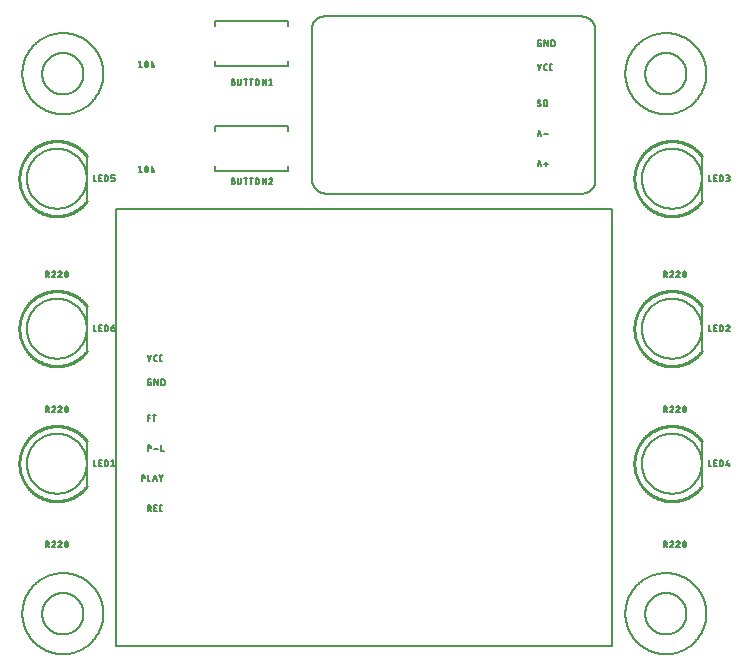
<source format=gbr>
G04 EAGLE Gerber RS-274X export*
G75*
%MOMM*%
%FSLAX34Y34*%
%LPD*%
%INSilkscreen Top*%
%IPPOS*%
%AMOC8*
5,1,8,0,0,1.08239X$1,22.5*%
G01*
%ADD10C,0.127000*%
%ADD11C,0.152400*%
%ADD12C,0.203200*%
%ADD13C,0.254000*%


D10*
X127635Y282321D02*
X129244Y277495D01*
X130852Y282321D01*
X134433Y277495D02*
X135506Y277495D01*
X134433Y277495D02*
X134368Y277497D01*
X134304Y277503D01*
X134240Y277513D01*
X134176Y277526D01*
X134114Y277544D01*
X134053Y277565D01*
X133993Y277589D01*
X133935Y277618D01*
X133878Y277650D01*
X133824Y277685D01*
X133772Y277723D01*
X133722Y277765D01*
X133675Y277809D01*
X133631Y277856D01*
X133589Y277906D01*
X133551Y277958D01*
X133516Y278012D01*
X133484Y278069D01*
X133455Y278127D01*
X133431Y278187D01*
X133410Y278248D01*
X133392Y278310D01*
X133379Y278374D01*
X133369Y278438D01*
X133363Y278502D01*
X133361Y278567D01*
X133361Y281249D01*
X133363Y281314D01*
X133369Y281378D01*
X133379Y281442D01*
X133392Y281506D01*
X133410Y281568D01*
X133431Y281629D01*
X133455Y281689D01*
X133484Y281747D01*
X133516Y281804D01*
X133551Y281858D01*
X133589Y281910D01*
X133631Y281960D01*
X133675Y282007D01*
X133722Y282051D01*
X133772Y282093D01*
X133824Y282131D01*
X133878Y282166D01*
X133935Y282198D01*
X133993Y282227D01*
X134053Y282251D01*
X134114Y282272D01*
X134176Y282290D01*
X134240Y282303D01*
X134304Y282313D01*
X134368Y282319D01*
X134433Y282321D01*
X135506Y282321D01*
X139005Y277495D02*
X140078Y277495D01*
X139005Y277495D02*
X138940Y277497D01*
X138876Y277503D01*
X138812Y277513D01*
X138748Y277526D01*
X138686Y277544D01*
X138625Y277565D01*
X138565Y277589D01*
X138507Y277618D01*
X138450Y277650D01*
X138396Y277685D01*
X138344Y277723D01*
X138294Y277765D01*
X138247Y277809D01*
X138203Y277856D01*
X138161Y277906D01*
X138123Y277958D01*
X138088Y278012D01*
X138056Y278069D01*
X138027Y278127D01*
X138003Y278187D01*
X137982Y278248D01*
X137964Y278310D01*
X137951Y278374D01*
X137941Y278438D01*
X137935Y278502D01*
X137933Y278567D01*
X137933Y281249D01*
X137935Y281314D01*
X137941Y281378D01*
X137951Y281442D01*
X137964Y281506D01*
X137982Y281568D01*
X138003Y281629D01*
X138027Y281689D01*
X138056Y281747D01*
X138088Y281804D01*
X138123Y281858D01*
X138161Y281910D01*
X138203Y281960D01*
X138247Y282007D01*
X138294Y282051D01*
X138344Y282093D01*
X138396Y282131D01*
X138450Y282166D01*
X138507Y282198D01*
X138565Y282227D01*
X138625Y282251D01*
X138686Y282272D01*
X138748Y282290D01*
X138812Y282303D01*
X138876Y282313D01*
X138940Y282319D01*
X139005Y282321D01*
X140078Y282321D01*
X130316Y259856D02*
X129512Y259856D01*
X130316Y259856D02*
X130316Y257175D01*
X128707Y257175D01*
X128642Y257177D01*
X128578Y257183D01*
X128514Y257193D01*
X128450Y257206D01*
X128388Y257224D01*
X128327Y257245D01*
X128267Y257269D01*
X128209Y257298D01*
X128152Y257330D01*
X128098Y257365D01*
X128046Y257403D01*
X127996Y257445D01*
X127949Y257489D01*
X127905Y257536D01*
X127863Y257586D01*
X127825Y257638D01*
X127790Y257692D01*
X127758Y257749D01*
X127729Y257807D01*
X127705Y257867D01*
X127684Y257928D01*
X127666Y257990D01*
X127653Y258054D01*
X127643Y258118D01*
X127637Y258182D01*
X127635Y258247D01*
X127635Y260929D01*
X127637Y260994D01*
X127643Y261058D01*
X127653Y261122D01*
X127666Y261186D01*
X127684Y261248D01*
X127705Y261309D01*
X127729Y261369D01*
X127758Y261427D01*
X127790Y261484D01*
X127825Y261538D01*
X127863Y261590D01*
X127905Y261640D01*
X127949Y261687D01*
X127996Y261731D01*
X128046Y261773D01*
X128098Y261811D01*
X128152Y261846D01*
X128209Y261878D01*
X128267Y261907D01*
X128327Y261931D01*
X128388Y261952D01*
X128450Y261970D01*
X128514Y261983D01*
X128578Y261993D01*
X128642Y261999D01*
X128707Y262001D01*
X130316Y262001D01*
X133487Y262001D02*
X133487Y257175D01*
X136168Y257175D02*
X133487Y262001D01*
X136168Y262001D02*
X136168Y257175D01*
X139339Y257175D02*
X139339Y262001D01*
X140680Y262001D01*
X140750Y261999D01*
X140820Y261994D01*
X140890Y261984D01*
X140959Y261972D01*
X141027Y261955D01*
X141094Y261935D01*
X141161Y261912D01*
X141225Y261885D01*
X141289Y261855D01*
X141351Y261821D01*
X141410Y261785D01*
X141468Y261745D01*
X141524Y261702D01*
X141577Y261657D01*
X141628Y261608D01*
X141677Y261557D01*
X141722Y261504D01*
X141765Y261448D01*
X141805Y261390D01*
X141841Y261331D01*
X141875Y261269D01*
X141905Y261205D01*
X141932Y261141D01*
X141955Y261074D01*
X141975Y261007D01*
X141992Y260939D01*
X142004Y260870D01*
X142014Y260800D01*
X142019Y260730D01*
X142021Y260660D01*
X142020Y260660D02*
X142020Y258516D01*
X142021Y258516D02*
X142019Y258446D01*
X142014Y258376D01*
X142004Y258306D01*
X141992Y258237D01*
X141975Y258169D01*
X141955Y258102D01*
X141932Y258035D01*
X141905Y257971D01*
X141875Y257907D01*
X141841Y257845D01*
X141805Y257786D01*
X141765Y257728D01*
X141722Y257672D01*
X141677Y257619D01*
X141628Y257568D01*
X141577Y257519D01*
X141524Y257474D01*
X141468Y257431D01*
X141410Y257391D01*
X141350Y257355D01*
X141289Y257321D01*
X141225Y257291D01*
X141161Y257264D01*
X141094Y257241D01*
X141027Y257221D01*
X140959Y257204D01*
X140890Y257192D01*
X140820Y257182D01*
X140750Y257177D01*
X140680Y257175D01*
X139339Y257175D01*
X127635Y231521D02*
X127635Y226695D01*
X127635Y231521D02*
X129780Y231521D01*
X129780Y229376D02*
X127635Y229376D01*
X133162Y231521D02*
X133162Y226695D01*
X131822Y231521D02*
X134503Y231521D01*
X127635Y206121D02*
X127635Y201295D01*
X127635Y206121D02*
X128976Y206121D01*
X129047Y206119D01*
X129119Y206113D01*
X129189Y206104D01*
X129259Y206091D01*
X129329Y206074D01*
X129397Y206053D01*
X129464Y206029D01*
X129530Y206001D01*
X129594Y205970D01*
X129657Y205935D01*
X129717Y205897D01*
X129776Y205856D01*
X129832Y205812D01*
X129886Y205765D01*
X129937Y205716D01*
X129985Y205663D01*
X130031Y205608D01*
X130073Y205551D01*
X130113Y205491D01*
X130149Y205430D01*
X130182Y205366D01*
X130211Y205301D01*
X130237Y205235D01*
X130260Y205167D01*
X130279Y205098D01*
X130294Y205028D01*
X130305Y204958D01*
X130313Y204887D01*
X130317Y204816D01*
X130317Y204744D01*
X130313Y204673D01*
X130305Y204602D01*
X130294Y204532D01*
X130279Y204462D01*
X130260Y204393D01*
X130237Y204325D01*
X130211Y204259D01*
X130182Y204194D01*
X130149Y204130D01*
X130113Y204069D01*
X130073Y204009D01*
X130031Y203952D01*
X129985Y203897D01*
X129937Y203844D01*
X129886Y203795D01*
X129832Y203748D01*
X129776Y203704D01*
X129717Y203663D01*
X129657Y203625D01*
X129594Y203590D01*
X129530Y203559D01*
X129464Y203531D01*
X129397Y203507D01*
X129329Y203486D01*
X129259Y203469D01*
X129189Y203456D01*
X129119Y203447D01*
X129047Y203441D01*
X128976Y203439D01*
X128976Y203440D02*
X127635Y203440D01*
X132890Y203172D02*
X136107Y203172D01*
X139212Y201295D02*
X139212Y206121D01*
X139212Y201295D02*
X141357Y201295D01*
X122555Y180721D02*
X122555Y175895D01*
X122555Y180721D02*
X123896Y180721D01*
X123967Y180719D01*
X124039Y180713D01*
X124109Y180704D01*
X124179Y180691D01*
X124249Y180674D01*
X124317Y180653D01*
X124384Y180629D01*
X124450Y180601D01*
X124514Y180570D01*
X124577Y180535D01*
X124637Y180497D01*
X124696Y180456D01*
X124752Y180412D01*
X124806Y180365D01*
X124857Y180316D01*
X124905Y180263D01*
X124951Y180208D01*
X124993Y180151D01*
X125033Y180091D01*
X125069Y180030D01*
X125102Y179966D01*
X125131Y179901D01*
X125157Y179835D01*
X125180Y179767D01*
X125199Y179698D01*
X125214Y179628D01*
X125225Y179558D01*
X125233Y179487D01*
X125237Y179416D01*
X125237Y179344D01*
X125233Y179273D01*
X125225Y179202D01*
X125214Y179132D01*
X125199Y179062D01*
X125180Y178993D01*
X125157Y178925D01*
X125131Y178859D01*
X125102Y178794D01*
X125069Y178730D01*
X125033Y178669D01*
X124993Y178609D01*
X124951Y178552D01*
X124905Y178497D01*
X124857Y178444D01*
X124806Y178395D01*
X124752Y178348D01*
X124696Y178304D01*
X124637Y178263D01*
X124577Y178225D01*
X124514Y178190D01*
X124450Y178159D01*
X124384Y178131D01*
X124317Y178107D01*
X124249Y178086D01*
X124179Y178069D01*
X124109Y178056D01*
X124039Y178047D01*
X123967Y178041D01*
X123896Y178039D01*
X123896Y178040D02*
X122555Y178040D01*
X127914Y175895D02*
X127914Y180721D01*
X127914Y175895D02*
X130059Y175895D01*
X132199Y175895D02*
X133807Y180721D01*
X135416Y175895D01*
X135014Y177102D02*
X132601Y177102D01*
X137685Y180721D02*
X139294Y178442D01*
X140902Y180721D01*
X139294Y178442D02*
X139294Y175895D01*
X127635Y155321D02*
X127635Y150495D01*
X127635Y155321D02*
X128976Y155321D01*
X129047Y155319D01*
X129119Y155313D01*
X129189Y155304D01*
X129259Y155291D01*
X129329Y155274D01*
X129397Y155253D01*
X129464Y155229D01*
X129530Y155201D01*
X129594Y155170D01*
X129657Y155135D01*
X129717Y155097D01*
X129776Y155056D01*
X129832Y155012D01*
X129886Y154965D01*
X129937Y154916D01*
X129985Y154863D01*
X130031Y154808D01*
X130073Y154751D01*
X130113Y154691D01*
X130149Y154630D01*
X130182Y154566D01*
X130211Y154501D01*
X130237Y154435D01*
X130260Y154367D01*
X130279Y154298D01*
X130294Y154228D01*
X130305Y154158D01*
X130313Y154087D01*
X130317Y154016D01*
X130317Y153944D01*
X130313Y153873D01*
X130305Y153802D01*
X130294Y153732D01*
X130279Y153662D01*
X130260Y153593D01*
X130237Y153525D01*
X130211Y153459D01*
X130182Y153394D01*
X130149Y153330D01*
X130113Y153269D01*
X130073Y153209D01*
X130031Y153152D01*
X129985Y153097D01*
X129937Y153044D01*
X129886Y152995D01*
X129832Y152948D01*
X129776Y152904D01*
X129717Y152863D01*
X129657Y152825D01*
X129594Y152790D01*
X129530Y152759D01*
X129464Y152731D01*
X129397Y152707D01*
X129329Y152686D01*
X129259Y152669D01*
X129189Y152656D01*
X129119Y152647D01*
X129047Y152641D01*
X128976Y152639D01*
X128976Y152640D02*
X127635Y152640D01*
X129244Y152640D02*
X130316Y150495D01*
X133260Y150495D02*
X135405Y150495D01*
X133260Y150495D02*
X133260Y155321D01*
X135405Y155321D01*
X134869Y153176D02*
X133260Y153176D01*
X138856Y150495D02*
X139929Y150495D01*
X138856Y150495D02*
X138791Y150497D01*
X138727Y150503D01*
X138663Y150513D01*
X138599Y150526D01*
X138537Y150544D01*
X138476Y150565D01*
X138416Y150589D01*
X138358Y150618D01*
X138301Y150650D01*
X138247Y150685D01*
X138195Y150723D01*
X138145Y150765D01*
X138098Y150809D01*
X138054Y150856D01*
X138012Y150906D01*
X137974Y150958D01*
X137939Y151012D01*
X137907Y151069D01*
X137878Y151127D01*
X137854Y151187D01*
X137833Y151248D01*
X137815Y151310D01*
X137802Y151374D01*
X137792Y151438D01*
X137786Y151502D01*
X137784Y151567D01*
X137784Y154249D01*
X137786Y154314D01*
X137792Y154378D01*
X137802Y154442D01*
X137815Y154506D01*
X137833Y154568D01*
X137854Y154629D01*
X137878Y154689D01*
X137907Y154747D01*
X137939Y154804D01*
X137974Y154858D01*
X138012Y154910D01*
X138054Y154960D01*
X138098Y155007D01*
X138145Y155051D01*
X138195Y155093D01*
X138247Y155131D01*
X138301Y155166D01*
X138358Y155198D01*
X138416Y155227D01*
X138476Y155251D01*
X138537Y155272D01*
X138599Y155290D01*
X138663Y155303D01*
X138727Y155313D01*
X138791Y155319D01*
X138856Y155321D01*
X139929Y155321D01*
X41275Y124841D02*
X41275Y120015D01*
X41275Y124841D02*
X42616Y124841D01*
X42687Y124839D01*
X42759Y124833D01*
X42829Y124824D01*
X42899Y124811D01*
X42969Y124794D01*
X43037Y124773D01*
X43104Y124749D01*
X43170Y124721D01*
X43234Y124690D01*
X43297Y124655D01*
X43357Y124617D01*
X43416Y124576D01*
X43472Y124532D01*
X43526Y124485D01*
X43577Y124436D01*
X43625Y124383D01*
X43671Y124328D01*
X43713Y124271D01*
X43753Y124211D01*
X43789Y124150D01*
X43822Y124086D01*
X43851Y124021D01*
X43877Y123955D01*
X43900Y123887D01*
X43919Y123818D01*
X43934Y123748D01*
X43945Y123678D01*
X43953Y123607D01*
X43957Y123536D01*
X43957Y123464D01*
X43953Y123393D01*
X43945Y123322D01*
X43934Y123252D01*
X43919Y123182D01*
X43900Y123113D01*
X43877Y123045D01*
X43851Y122979D01*
X43822Y122914D01*
X43789Y122850D01*
X43753Y122789D01*
X43713Y122729D01*
X43671Y122672D01*
X43625Y122617D01*
X43577Y122564D01*
X43526Y122515D01*
X43472Y122468D01*
X43416Y122424D01*
X43357Y122383D01*
X43297Y122345D01*
X43234Y122310D01*
X43170Y122279D01*
X43104Y122251D01*
X43037Y122227D01*
X42969Y122206D01*
X42899Y122189D01*
X42829Y122176D01*
X42759Y122167D01*
X42687Y122161D01*
X42616Y122159D01*
X42616Y122160D02*
X41275Y122160D01*
X42884Y122160D02*
X43956Y120015D01*
X48172Y124841D02*
X48240Y124839D01*
X48307Y124833D01*
X48374Y124824D01*
X48441Y124811D01*
X48506Y124794D01*
X48571Y124773D01*
X48634Y124749D01*
X48696Y124721D01*
X48756Y124690D01*
X48814Y124656D01*
X48870Y124618D01*
X48925Y124578D01*
X48976Y124534D01*
X49025Y124487D01*
X49072Y124438D01*
X49116Y124387D01*
X49156Y124332D01*
X49194Y124276D01*
X49228Y124218D01*
X49259Y124158D01*
X49287Y124096D01*
X49311Y124033D01*
X49332Y123968D01*
X49349Y123903D01*
X49362Y123836D01*
X49371Y123769D01*
X49377Y123702D01*
X49379Y123634D01*
X48172Y124841D02*
X48094Y124839D01*
X48016Y124833D01*
X47939Y124823D01*
X47862Y124810D01*
X47786Y124792D01*
X47711Y124771D01*
X47637Y124746D01*
X47565Y124717D01*
X47494Y124685D01*
X47425Y124649D01*
X47357Y124610D01*
X47292Y124567D01*
X47229Y124521D01*
X47168Y124472D01*
X47110Y124420D01*
X47055Y124365D01*
X47002Y124308D01*
X46953Y124248D01*
X46906Y124185D01*
X46863Y124121D01*
X46823Y124054D01*
X46786Y123985D01*
X46753Y123914D01*
X46723Y123842D01*
X46697Y123769D01*
X48977Y122696D02*
X49026Y122745D01*
X49073Y122797D01*
X49116Y122852D01*
X49157Y122909D01*
X49195Y122968D01*
X49229Y123029D01*
X49260Y123092D01*
X49288Y123156D01*
X49312Y123222D01*
X49332Y123288D01*
X49349Y123356D01*
X49362Y123425D01*
X49371Y123494D01*
X49377Y123564D01*
X49379Y123634D01*
X48977Y122696D02*
X46698Y120015D01*
X49379Y120015D01*
X53659Y124841D02*
X53727Y124839D01*
X53794Y124833D01*
X53861Y124824D01*
X53928Y124811D01*
X53993Y124794D01*
X54058Y124773D01*
X54121Y124749D01*
X54183Y124721D01*
X54243Y124690D01*
X54301Y124656D01*
X54357Y124618D01*
X54412Y124578D01*
X54463Y124534D01*
X54512Y124487D01*
X54559Y124438D01*
X54603Y124387D01*
X54643Y124332D01*
X54681Y124276D01*
X54715Y124218D01*
X54746Y124158D01*
X54774Y124096D01*
X54798Y124033D01*
X54819Y123968D01*
X54836Y123903D01*
X54849Y123836D01*
X54858Y123769D01*
X54864Y123702D01*
X54866Y123634D01*
X53659Y124841D02*
X53581Y124839D01*
X53503Y124833D01*
X53426Y124823D01*
X53349Y124810D01*
X53273Y124792D01*
X53198Y124771D01*
X53124Y124746D01*
X53052Y124717D01*
X52981Y124685D01*
X52912Y124649D01*
X52844Y124610D01*
X52779Y124567D01*
X52716Y124521D01*
X52655Y124472D01*
X52597Y124420D01*
X52542Y124365D01*
X52489Y124308D01*
X52440Y124248D01*
X52393Y124185D01*
X52350Y124121D01*
X52310Y124054D01*
X52273Y123985D01*
X52240Y123914D01*
X52210Y123842D01*
X52184Y123769D01*
X54463Y122696D02*
X54512Y122745D01*
X54559Y122797D01*
X54602Y122852D01*
X54643Y122909D01*
X54681Y122968D01*
X54715Y123029D01*
X54746Y123092D01*
X54774Y123156D01*
X54798Y123222D01*
X54818Y123288D01*
X54835Y123356D01*
X54848Y123425D01*
X54857Y123494D01*
X54863Y123564D01*
X54865Y123634D01*
X54463Y122696D02*
X52184Y120015D01*
X54865Y120015D01*
X57670Y122428D02*
X57672Y122548D01*
X57677Y122668D01*
X57686Y122788D01*
X57699Y122908D01*
X57715Y123027D01*
X57735Y123146D01*
X57759Y123264D01*
X57786Y123381D01*
X57816Y123497D01*
X57850Y123612D01*
X57888Y123727D01*
X57929Y123840D01*
X57973Y123951D01*
X58021Y124062D01*
X58072Y124171D01*
X58073Y124171D02*
X58094Y124228D01*
X58120Y124284D01*
X58148Y124339D01*
X58180Y124391D01*
X58216Y124442D01*
X58254Y124490D01*
X58295Y124536D01*
X58339Y124579D01*
X58385Y124619D01*
X58434Y124656D01*
X58486Y124690D01*
X58539Y124721D01*
X58594Y124749D01*
X58650Y124773D01*
X58708Y124794D01*
X58767Y124811D01*
X58827Y124824D01*
X58888Y124833D01*
X58950Y124839D01*
X59011Y124841D01*
X59072Y124839D01*
X59134Y124833D01*
X59195Y124824D01*
X59255Y124811D01*
X59314Y124794D01*
X59372Y124773D01*
X59428Y124749D01*
X59483Y124721D01*
X59536Y124690D01*
X59588Y124656D01*
X59637Y124619D01*
X59683Y124579D01*
X59727Y124536D01*
X59768Y124490D01*
X59806Y124442D01*
X59842Y124391D01*
X59874Y124339D01*
X59902Y124284D01*
X59928Y124228D01*
X59949Y124171D01*
X60000Y124062D01*
X60048Y123951D01*
X60092Y123840D01*
X60133Y123727D01*
X60171Y123612D01*
X60205Y123497D01*
X60235Y123381D01*
X60262Y123264D01*
X60286Y123146D01*
X60306Y123027D01*
X60322Y122908D01*
X60335Y122788D01*
X60344Y122668D01*
X60349Y122548D01*
X60351Y122428D01*
X57671Y122428D02*
X57673Y122308D01*
X57678Y122188D01*
X57687Y122068D01*
X57700Y121948D01*
X57716Y121829D01*
X57736Y121710D01*
X57760Y121592D01*
X57787Y121475D01*
X57817Y121359D01*
X57851Y121244D01*
X57889Y121129D01*
X57930Y121016D01*
X57974Y120905D01*
X58022Y120794D01*
X58073Y120685D01*
X58094Y120628D01*
X58120Y120572D01*
X58148Y120517D01*
X58180Y120465D01*
X58216Y120414D01*
X58254Y120366D01*
X58295Y120320D01*
X58339Y120277D01*
X58385Y120237D01*
X58434Y120200D01*
X58486Y120166D01*
X58539Y120135D01*
X58594Y120107D01*
X58650Y120083D01*
X58708Y120062D01*
X58767Y120045D01*
X58827Y120032D01*
X58888Y120023D01*
X58950Y120017D01*
X59011Y120015D01*
X59949Y120685D02*
X60000Y120794D01*
X60048Y120905D01*
X60092Y121016D01*
X60133Y121129D01*
X60171Y121244D01*
X60205Y121359D01*
X60235Y121475D01*
X60262Y121592D01*
X60286Y121710D01*
X60306Y121829D01*
X60322Y121948D01*
X60335Y122068D01*
X60344Y122188D01*
X60349Y122308D01*
X60351Y122428D01*
X59949Y120685D02*
X59928Y120628D01*
X59902Y120572D01*
X59874Y120517D01*
X59842Y120465D01*
X59806Y120414D01*
X59768Y120366D01*
X59727Y120320D01*
X59683Y120277D01*
X59636Y120237D01*
X59588Y120200D01*
X59536Y120166D01*
X59483Y120135D01*
X59428Y120107D01*
X59372Y120083D01*
X59314Y120062D01*
X59255Y120045D01*
X59195Y120032D01*
X59134Y120023D01*
X59072Y120017D01*
X59011Y120015D01*
X57938Y121087D02*
X60083Y123769D01*
X41275Y234315D02*
X41275Y239141D01*
X42616Y239141D01*
X42687Y239139D01*
X42759Y239133D01*
X42829Y239124D01*
X42899Y239111D01*
X42969Y239094D01*
X43037Y239073D01*
X43104Y239049D01*
X43170Y239021D01*
X43234Y238990D01*
X43297Y238955D01*
X43357Y238917D01*
X43416Y238876D01*
X43472Y238832D01*
X43526Y238785D01*
X43577Y238736D01*
X43625Y238683D01*
X43671Y238628D01*
X43713Y238571D01*
X43753Y238511D01*
X43789Y238450D01*
X43822Y238386D01*
X43851Y238321D01*
X43877Y238255D01*
X43900Y238187D01*
X43919Y238118D01*
X43934Y238048D01*
X43945Y237978D01*
X43953Y237907D01*
X43957Y237836D01*
X43957Y237764D01*
X43953Y237693D01*
X43945Y237622D01*
X43934Y237552D01*
X43919Y237482D01*
X43900Y237413D01*
X43877Y237345D01*
X43851Y237279D01*
X43822Y237214D01*
X43789Y237150D01*
X43753Y237089D01*
X43713Y237029D01*
X43671Y236972D01*
X43625Y236917D01*
X43577Y236864D01*
X43526Y236815D01*
X43472Y236768D01*
X43416Y236724D01*
X43357Y236683D01*
X43297Y236645D01*
X43234Y236610D01*
X43170Y236579D01*
X43104Y236551D01*
X43037Y236527D01*
X42969Y236506D01*
X42899Y236489D01*
X42829Y236476D01*
X42759Y236467D01*
X42687Y236461D01*
X42616Y236459D01*
X42616Y236460D02*
X41275Y236460D01*
X42884Y236460D02*
X43956Y234315D01*
X48172Y239141D02*
X48240Y239139D01*
X48307Y239133D01*
X48374Y239124D01*
X48441Y239111D01*
X48506Y239094D01*
X48571Y239073D01*
X48634Y239049D01*
X48696Y239021D01*
X48756Y238990D01*
X48814Y238956D01*
X48870Y238918D01*
X48925Y238878D01*
X48976Y238834D01*
X49025Y238787D01*
X49072Y238738D01*
X49116Y238687D01*
X49156Y238632D01*
X49194Y238576D01*
X49228Y238518D01*
X49259Y238458D01*
X49287Y238396D01*
X49311Y238333D01*
X49332Y238268D01*
X49349Y238203D01*
X49362Y238136D01*
X49371Y238069D01*
X49377Y238002D01*
X49379Y237934D01*
X48172Y239141D02*
X48094Y239139D01*
X48016Y239133D01*
X47939Y239123D01*
X47862Y239110D01*
X47786Y239092D01*
X47711Y239071D01*
X47637Y239046D01*
X47565Y239017D01*
X47494Y238985D01*
X47425Y238949D01*
X47357Y238910D01*
X47292Y238867D01*
X47229Y238821D01*
X47168Y238772D01*
X47110Y238720D01*
X47055Y238665D01*
X47002Y238608D01*
X46953Y238548D01*
X46906Y238485D01*
X46863Y238421D01*
X46823Y238354D01*
X46786Y238285D01*
X46753Y238214D01*
X46723Y238142D01*
X46697Y238069D01*
X48977Y236996D02*
X49026Y237045D01*
X49073Y237097D01*
X49116Y237152D01*
X49157Y237209D01*
X49195Y237268D01*
X49229Y237329D01*
X49260Y237392D01*
X49288Y237456D01*
X49312Y237522D01*
X49332Y237588D01*
X49349Y237656D01*
X49362Y237725D01*
X49371Y237794D01*
X49377Y237864D01*
X49379Y237934D01*
X48977Y236996D02*
X46698Y234315D01*
X49379Y234315D01*
X53659Y239141D02*
X53727Y239139D01*
X53794Y239133D01*
X53861Y239124D01*
X53928Y239111D01*
X53993Y239094D01*
X54058Y239073D01*
X54121Y239049D01*
X54183Y239021D01*
X54243Y238990D01*
X54301Y238956D01*
X54357Y238918D01*
X54412Y238878D01*
X54463Y238834D01*
X54512Y238787D01*
X54559Y238738D01*
X54603Y238687D01*
X54643Y238632D01*
X54681Y238576D01*
X54715Y238518D01*
X54746Y238458D01*
X54774Y238396D01*
X54798Y238333D01*
X54819Y238268D01*
X54836Y238203D01*
X54849Y238136D01*
X54858Y238069D01*
X54864Y238002D01*
X54866Y237934D01*
X53659Y239141D02*
X53581Y239139D01*
X53503Y239133D01*
X53426Y239123D01*
X53349Y239110D01*
X53273Y239092D01*
X53198Y239071D01*
X53124Y239046D01*
X53052Y239017D01*
X52981Y238985D01*
X52912Y238949D01*
X52844Y238910D01*
X52779Y238867D01*
X52716Y238821D01*
X52655Y238772D01*
X52597Y238720D01*
X52542Y238665D01*
X52489Y238608D01*
X52440Y238548D01*
X52393Y238485D01*
X52350Y238421D01*
X52310Y238354D01*
X52273Y238285D01*
X52240Y238214D01*
X52210Y238142D01*
X52184Y238069D01*
X54463Y236996D02*
X54512Y237045D01*
X54559Y237097D01*
X54602Y237152D01*
X54643Y237209D01*
X54681Y237268D01*
X54715Y237329D01*
X54746Y237392D01*
X54774Y237456D01*
X54798Y237522D01*
X54818Y237588D01*
X54835Y237656D01*
X54848Y237725D01*
X54857Y237794D01*
X54863Y237864D01*
X54865Y237934D01*
X54463Y236996D02*
X52184Y234315D01*
X54865Y234315D01*
X57670Y236728D02*
X57672Y236848D01*
X57677Y236968D01*
X57686Y237088D01*
X57699Y237208D01*
X57715Y237327D01*
X57735Y237446D01*
X57759Y237564D01*
X57786Y237681D01*
X57816Y237797D01*
X57850Y237912D01*
X57888Y238027D01*
X57929Y238140D01*
X57973Y238251D01*
X58021Y238362D01*
X58072Y238471D01*
X58073Y238471D02*
X58094Y238528D01*
X58120Y238584D01*
X58148Y238639D01*
X58180Y238691D01*
X58216Y238742D01*
X58254Y238790D01*
X58295Y238836D01*
X58339Y238879D01*
X58385Y238919D01*
X58434Y238956D01*
X58486Y238990D01*
X58539Y239021D01*
X58594Y239049D01*
X58650Y239073D01*
X58708Y239094D01*
X58767Y239111D01*
X58827Y239124D01*
X58888Y239133D01*
X58950Y239139D01*
X59011Y239141D01*
X59072Y239139D01*
X59134Y239133D01*
X59195Y239124D01*
X59255Y239111D01*
X59314Y239094D01*
X59372Y239073D01*
X59428Y239049D01*
X59483Y239021D01*
X59536Y238990D01*
X59588Y238956D01*
X59637Y238919D01*
X59683Y238879D01*
X59727Y238836D01*
X59768Y238790D01*
X59806Y238742D01*
X59842Y238691D01*
X59874Y238639D01*
X59902Y238584D01*
X59928Y238528D01*
X59949Y238471D01*
X60000Y238362D01*
X60048Y238251D01*
X60092Y238140D01*
X60133Y238027D01*
X60171Y237912D01*
X60205Y237797D01*
X60235Y237681D01*
X60262Y237564D01*
X60286Y237446D01*
X60306Y237327D01*
X60322Y237208D01*
X60335Y237088D01*
X60344Y236968D01*
X60349Y236848D01*
X60351Y236728D01*
X57671Y236728D02*
X57673Y236608D01*
X57678Y236488D01*
X57687Y236368D01*
X57700Y236248D01*
X57716Y236129D01*
X57736Y236010D01*
X57760Y235892D01*
X57787Y235775D01*
X57817Y235659D01*
X57851Y235544D01*
X57889Y235429D01*
X57930Y235316D01*
X57974Y235205D01*
X58022Y235094D01*
X58073Y234985D01*
X58094Y234928D01*
X58120Y234872D01*
X58148Y234817D01*
X58180Y234765D01*
X58216Y234714D01*
X58254Y234666D01*
X58295Y234620D01*
X58339Y234577D01*
X58385Y234537D01*
X58434Y234500D01*
X58486Y234466D01*
X58539Y234435D01*
X58594Y234407D01*
X58650Y234383D01*
X58708Y234362D01*
X58767Y234345D01*
X58827Y234332D01*
X58888Y234323D01*
X58950Y234317D01*
X59011Y234315D01*
X59949Y234985D02*
X60000Y235094D01*
X60048Y235205D01*
X60092Y235316D01*
X60133Y235429D01*
X60171Y235544D01*
X60205Y235659D01*
X60235Y235775D01*
X60262Y235892D01*
X60286Y236010D01*
X60306Y236129D01*
X60322Y236248D01*
X60335Y236368D01*
X60344Y236488D01*
X60349Y236608D01*
X60351Y236728D01*
X59949Y234985D02*
X59928Y234928D01*
X59902Y234872D01*
X59874Y234817D01*
X59842Y234765D01*
X59806Y234714D01*
X59768Y234666D01*
X59727Y234620D01*
X59683Y234577D01*
X59636Y234537D01*
X59588Y234500D01*
X59536Y234466D01*
X59483Y234435D01*
X59428Y234407D01*
X59372Y234383D01*
X59314Y234362D01*
X59255Y234345D01*
X59195Y234332D01*
X59134Y234323D01*
X59072Y234317D01*
X59011Y234315D01*
X57938Y235387D02*
X60083Y238069D01*
X81915Y193421D02*
X81915Y188595D01*
X84060Y188595D01*
X86670Y188595D02*
X88815Y188595D01*
X86670Y188595D02*
X86670Y193421D01*
X88815Y193421D01*
X88278Y191276D02*
X86670Y191276D01*
X91405Y193421D02*
X91405Y188595D01*
X91405Y193421D02*
X92746Y193421D01*
X92816Y193419D01*
X92886Y193414D01*
X92956Y193404D01*
X93025Y193392D01*
X93093Y193375D01*
X93160Y193355D01*
X93227Y193332D01*
X93291Y193305D01*
X93355Y193275D01*
X93417Y193241D01*
X93476Y193205D01*
X93534Y193165D01*
X93590Y193122D01*
X93643Y193077D01*
X93694Y193028D01*
X93743Y192977D01*
X93788Y192924D01*
X93831Y192868D01*
X93871Y192810D01*
X93907Y192751D01*
X93941Y192689D01*
X93971Y192625D01*
X93998Y192561D01*
X94021Y192494D01*
X94041Y192427D01*
X94058Y192359D01*
X94070Y192290D01*
X94080Y192220D01*
X94085Y192150D01*
X94087Y192080D01*
X94086Y192080D02*
X94086Y189936D01*
X94087Y189936D02*
X94085Y189866D01*
X94080Y189796D01*
X94070Y189726D01*
X94058Y189657D01*
X94041Y189589D01*
X94021Y189522D01*
X93998Y189455D01*
X93971Y189391D01*
X93941Y189327D01*
X93907Y189265D01*
X93871Y189206D01*
X93831Y189148D01*
X93788Y189092D01*
X93743Y189039D01*
X93694Y188988D01*
X93643Y188939D01*
X93590Y188894D01*
X93534Y188851D01*
X93476Y188811D01*
X93416Y188775D01*
X93355Y188741D01*
X93291Y188711D01*
X93227Y188684D01*
X93160Y188661D01*
X93093Y188641D01*
X93025Y188624D01*
X92956Y188612D01*
X92886Y188602D01*
X92816Y188597D01*
X92746Y188595D01*
X91405Y188595D01*
X97074Y192349D02*
X98415Y193421D01*
X98415Y188595D01*
X99755Y188595D02*
X97074Y188595D01*
X81915Y302895D02*
X81915Y307721D01*
X81915Y302895D02*
X84060Y302895D01*
X86670Y302895D02*
X88815Y302895D01*
X86670Y302895D02*
X86670Y307721D01*
X88815Y307721D01*
X88278Y305576D02*
X86670Y305576D01*
X91405Y307721D02*
X91405Y302895D01*
X91405Y307721D02*
X92746Y307721D01*
X92816Y307719D01*
X92886Y307714D01*
X92956Y307704D01*
X93025Y307692D01*
X93093Y307675D01*
X93160Y307655D01*
X93227Y307632D01*
X93291Y307605D01*
X93355Y307575D01*
X93417Y307541D01*
X93476Y307505D01*
X93534Y307465D01*
X93590Y307422D01*
X93643Y307377D01*
X93694Y307328D01*
X93743Y307277D01*
X93788Y307224D01*
X93831Y307168D01*
X93871Y307110D01*
X93907Y307051D01*
X93941Y306989D01*
X93971Y306925D01*
X93998Y306861D01*
X94021Y306794D01*
X94041Y306727D01*
X94058Y306659D01*
X94070Y306590D01*
X94080Y306520D01*
X94085Y306450D01*
X94087Y306380D01*
X94086Y306380D02*
X94086Y304236D01*
X94087Y304236D02*
X94085Y304166D01*
X94080Y304096D01*
X94070Y304026D01*
X94058Y303957D01*
X94041Y303889D01*
X94021Y303822D01*
X93998Y303755D01*
X93971Y303691D01*
X93941Y303627D01*
X93907Y303565D01*
X93871Y303506D01*
X93831Y303448D01*
X93788Y303392D01*
X93743Y303339D01*
X93694Y303288D01*
X93643Y303239D01*
X93590Y303194D01*
X93534Y303151D01*
X93476Y303111D01*
X93416Y303075D01*
X93355Y303041D01*
X93291Y303011D01*
X93227Y302984D01*
X93160Y302961D01*
X93093Y302941D01*
X93025Y302924D01*
X92956Y302912D01*
X92886Y302902D01*
X92816Y302897D01*
X92746Y302895D01*
X91405Y302895D01*
X97074Y305576D02*
X98683Y305576D01*
X98748Y305574D01*
X98812Y305568D01*
X98876Y305558D01*
X98940Y305545D01*
X99002Y305527D01*
X99063Y305506D01*
X99123Y305482D01*
X99181Y305453D01*
X99238Y305421D01*
X99292Y305386D01*
X99344Y305348D01*
X99394Y305306D01*
X99441Y305262D01*
X99485Y305215D01*
X99527Y305165D01*
X99565Y305113D01*
X99600Y305059D01*
X99632Y305002D01*
X99661Y304944D01*
X99685Y304884D01*
X99706Y304823D01*
X99724Y304761D01*
X99737Y304697D01*
X99747Y304633D01*
X99753Y304569D01*
X99755Y304504D01*
X99755Y304236D01*
X99756Y304236D02*
X99754Y304165D01*
X99748Y304093D01*
X99739Y304023D01*
X99726Y303953D01*
X99709Y303883D01*
X99688Y303815D01*
X99664Y303748D01*
X99636Y303682D01*
X99605Y303618D01*
X99570Y303555D01*
X99532Y303495D01*
X99491Y303436D01*
X99447Y303380D01*
X99400Y303326D01*
X99351Y303275D01*
X99298Y303227D01*
X99243Y303181D01*
X99186Y303139D01*
X99126Y303099D01*
X99065Y303063D01*
X99001Y303030D01*
X98936Y303001D01*
X98870Y302975D01*
X98802Y302952D01*
X98733Y302933D01*
X98663Y302918D01*
X98593Y302907D01*
X98522Y302899D01*
X98451Y302895D01*
X98379Y302895D01*
X98308Y302899D01*
X98237Y302907D01*
X98167Y302918D01*
X98097Y302933D01*
X98028Y302952D01*
X97960Y302975D01*
X97894Y303001D01*
X97829Y303030D01*
X97765Y303063D01*
X97704Y303099D01*
X97644Y303139D01*
X97587Y303181D01*
X97532Y303227D01*
X97479Y303275D01*
X97430Y303326D01*
X97383Y303380D01*
X97339Y303436D01*
X97298Y303495D01*
X97260Y303555D01*
X97225Y303618D01*
X97194Y303682D01*
X97166Y303748D01*
X97142Y303815D01*
X97121Y303883D01*
X97104Y303953D01*
X97091Y304023D01*
X97082Y304093D01*
X97076Y304165D01*
X97074Y304236D01*
X97074Y305576D01*
X97076Y305667D01*
X97082Y305758D01*
X97091Y305848D01*
X97105Y305939D01*
X97122Y306028D01*
X97143Y306116D01*
X97168Y306204D01*
X97197Y306291D01*
X97229Y306376D01*
X97264Y306460D01*
X97304Y306542D01*
X97346Y306622D01*
X97392Y306701D01*
X97442Y306777D01*
X97494Y306851D01*
X97550Y306924D01*
X97609Y306993D01*
X97670Y307060D01*
X97735Y307125D01*
X97802Y307186D01*
X97871Y307245D01*
X97943Y307301D01*
X98018Y307353D01*
X98094Y307403D01*
X98173Y307449D01*
X98253Y307491D01*
X98335Y307531D01*
X98419Y307566D01*
X98504Y307598D01*
X98591Y307627D01*
X98678Y307652D01*
X98767Y307673D01*
X98856Y307690D01*
X98947Y307704D01*
X99037Y307713D01*
X99128Y307719D01*
X99219Y307721D01*
X41275Y348615D02*
X41275Y353441D01*
X42616Y353441D01*
X42687Y353439D01*
X42759Y353433D01*
X42829Y353424D01*
X42899Y353411D01*
X42969Y353394D01*
X43037Y353373D01*
X43104Y353349D01*
X43170Y353321D01*
X43234Y353290D01*
X43297Y353255D01*
X43357Y353217D01*
X43416Y353176D01*
X43472Y353132D01*
X43526Y353085D01*
X43577Y353036D01*
X43625Y352983D01*
X43671Y352928D01*
X43713Y352871D01*
X43753Y352811D01*
X43789Y352750D01*
X43822Y352686D01*
X43851Y352621D01*
X43877Y352555D01*
X43900Y352487D01*
X43919Y352418D01*
X43934Y352348D01*
X43945Y352278D01*
X43953Y352207D01*
X43957Y352136D01*
X43957Y352064D01*
X43953Y351993D01*
X43945Y351922D01*
X43934Y351852D01*
X43919Y351782D01*
X43900Y351713D01*
X43877Y351645D01*
X43851Y351579D01*
X43822Y351514D01*
X43789Y351450D01*
X43753Y351389D01*
X43713Y351329D01*
X43671Y351272D01*
X43625Y351217D01*
X43577Y351164D01*
X43526Y351115D01*
X43472Y351068D01*
X43416Y351024D01*
X43357Y350983D01*
X43297Y350945D01*
X43234Y350910D01*
X43170Y350879D01*
X43104Y350851D01*
X43037Y350827D01*
X42969Y350806D01*
X42899Y350789D01*
X42829Y350776D01*
X42759Y350767D01*
X42687Y350761D01*
X42616Y350759D01*
X42616Y350760D02*
X41275Y350760D01*
X42884Y350760D02*
X43956Y348615D01*
X48172Y353441D02*
X48240Y353439D01*
X48307Y353433D01*
X48374Y353424D01*
X48441Y353411D01*
X48506Y353394D01*
X48571Y353373D01*
X48634Y353349D01*
X48696Y353321D01*
X48756Y353290D01*
X48814Y353256D01*
X48870Y353218D01*
X48925Y353178D01*
X48976Y353134D01*
X49025Y353087D01*
X49072Y353038D01*
X49116Y352987D01*
X49156Y352932D01*
X49194Y352876D01*
X49228Y352818D01*
X49259Y352758D01*
X49287Y352696D01*
X49311Y352633D01*
X49332Y352568D01*
X49349Y352503D01*
X49362Y352436D01*
X49371Y352369D01*
X49377Y352302D01*
X49379Y352234D01*
X48172Y353441D02*
X48094Y353439D01*
X48016Y353433D01*
X47939Y353423D01*
X47862Y353410D01*
X47786Y353392D01*
X47711Y353371D01*
X47637Y353346D01*
X47565Y353317D01*
X47494Y353285D01*
X47425Y353249D01*
X47357Y353210D01*
X47292Y353167D01*
X47229Y353121D01*
X47168Y353072D01*
X47110Y353020D01*
X47055Y352965D01*
X47002Y352908D01*
X46953Y352848D01*
X46906Y352785D01*
X46863Y352721D01*
X46823Y352654D01*
X46786Y352585D01*
X46753Y352514D01*
X46723Y352442D01*
X46697Y352369D01*
X48977Y351296D02*
X49026Y351345D01*
X49073Y351397D01*
X49116Y351452D01*
X49157Y351509D01*
X49195Y351568D01*
X49229Y351629D01*
X49260Y351692D01*
X49288Y351756D01*
X49312Y351822D01*
X49332Y351888D01*
X49349Y351956D01*
X49362Y352025D01*
X49371Y352094D01*
X49377Y352164D01*
X49379Y352234D01*
X48977Y351296D02*
X46698Y348615D01*
X49379Y348615D01*
X53659Y353441D02*
X53727Y353439D01*
X53794Y353433D01*
X53861Y353424D01*
X53928Y353411D01*
X53993Y353394D01*
X54058Y353373D01*
X54121Y353349D01*
X54183Y353321D01*
X54243Y353290D01*
X54301Y353256D01*
X54357Y353218D01*
X54412Y353178D01*
X54463Y353134D01*
X54512Y353087D01*
X54559Y353038D01*
X54603Y352987D01*
X54643Y352932D01*
X54681Y352876D01*
X54715Y352818D01*
X54746Y352758D01*
X54774Y352696D01*
X54798Y352633D01*
X54819Y352568D01*
X54836Y352503D01*
X54849Y352436D01*
X54858Y352369D01*
X54864Y352302D01*
X54866Y352234D01*
X53659Y353441D02*
X53581Y353439D01*
X53503Y353433D01*
X53426Y353423D01*
X53349Y353410D01*
X53273Y353392D01*
X53198Y353371D01*
X53124Y353346D01*
X53052Y353317D01*
X52981Y353285D01*
X52912Y353249D01*
X52844Y353210D01*
X52779Y353167D01*
X52716Y353121D01*
X52655Y353072D01*
X52597Y353020D01*
X52542Y352965D01*
X52489Y352908D01*
X52440Y352848D01*
X52393Y352785D01*
X52350Y352721D01*
X52310Y352654D01*
X52273Y352585D01*
X52240Y352514D01*
X52210Y352442D01*
X52184Y352369D01*
X54463Y351296D02*
X54512Y351345D01*
X54559Y351397D01*
X54602Y351452D01*
X54643Y351509D01*
X54681Y351568D01*
X54715Y351629D01*
X54746Y351692D01*
X54774Y351756D01*
X54798Y351822D01*
X54818Y351888D01*
X54835Y351956D01*
X54848Y352025D01*
X54857Y352094D01*
X54863Y352164D01*
X54865Y352234D01*
X54463Y351296D02*
X52184Y348615D01*
X54865Y348615D01*
X57670Y351028D02*
X57672Y351148D01*
X57677Y351268D01*
X57686Y351388D01*
X57699Y351508D01*
X57715Y351627D01*
X57735Y351746D01*
X57759Y351864D01*
X57786Y351981D01*
X57816Y352097D01*
X57850Y352212D01*
X57888Y352327D01*
X57929Y352440D01*
X57973Y352551D01*
X58021Y352662D01*
X58072Y352771D01*
X58073Y352771D02*
X58094Y352828D01*
X58120Y352884D01*
X58148Y352939D01*
X58180Y352991D01*
X58216Y353042D01*
X58254Y353090D01*
X58295Y353136D01*
X58339Y353179D01*
X58385Y353219D01*
X58434Y353256D01*
X58486Y353290D01*
X58539Y353321D01*
X58594Y353349D01*
X58650Y353373D01*
X58708Y353394D01*
X58767Y353411D01*
X58827Y353424D01*
X58888Y353433D01*
X58950Y353439D01*
X59011Y353441D01*
X59072Y353439D01*
X59134Y353433D01*
X59195Y353424D01*
X59255Y353411D01*
X59314Y353394D01*
X59372Y353373D01*
X59428Y353349D01*
X59483Y353321D01*
X59536Y353290D01*
X59588Y353256D01*
X59637Y353219D01*
X59683Y353179D01*
X59727Y353136D01*
X59768Y353090D01*
X59806Y353042D01*
X59842Y352991D01*
X59874Y352939D01*
X59902Y352884D01*
X59928Y352828D01*
X59949Y352771D01*
X60000Y352662D01*
X60048Y352551D01*
X60092Y352440D01*
X60133Y352327D01*
X60171Y352212D01*
X60205Y352097D01*
X60235Y351981D01*
X60262Y351864D01*
X60286Y351746D01*
X60306Y351627D01*
X60322Y351508D01*
X60335Y351388D01*
X60344Y351268D01*
X60349Y351148D01*
X60351Y351028D01*
X57671Y351028D02*
X57673Y350908D01*
X57678Y350788D01*
X57687Y350668D01*
X57700Y350548D01*
X57716Y350429D01*
X57736Y350310D01*
X57760Y350192D01*
X57787Y350075D01*
X57817Y349959D01*
X57851Y349844D01*
X57889Y349729D01*
X57930Y349616D01*
X57974Y349505D01*
X58022Y349394D01*
X58073Y349285D01*
X58094Y349228D01*
X58120Y349172D01*
X58148Y349117D01*
X58180Y349065D01*
X58216Y349014D01*
X58254Y348966D01*
X58295Y348920D01*
X58339Y348877D01*
X58385Y348837D01*
X58434Y348800D01*
X58486Y348766D01*
X58539Y348735D01*
X58594Y348707D01*
X58650Y348683D01*
X58708Y348662D01*
X58767Y348645D01*
X58827Y348632D01*
X58888Y348623D01*
X58950Y348617D01*
X59011Y348615D01*
X59949Y349285D02*
X60000Y349394D01*
X60048Y349505D01*
X60092Y349616D01*
X60133Y349729D01*
X60171Y349844D01*
X60205Y349959D01*
X60235Y350075D01*
X60262Y350192D01*
X60286Y350310D01*
X60306Y350429D01*
X60322Y350548D01*
X60335Y350668D01*
X60344Y350788D01*
X60349Y350908D01*
X60351Y351028D01*
X59949Y349285D02*
X59928Y349228D01*
X59902Y349172D01*
X59874Y349117D01*
X59842Y349065D01*
X59806Y349014D01*
X59768Y348966D01*
X59727Y348920D01*
X59683Y348877D01*
X59636Y348837D01*
X59588Y348800D01*
X59536Y348766D01*
X59483Y348735D01*
X59428Y348707D01*
X59372Y348683D01*
X59314Y348662D01*
X59255Y348645D01*
X59195Y348632D01*
X59134Y348623D01*
X59072Y348617D01*
X59011Y348615D01*
X57938Y349687D02*
X60083Y352369D01*
X81915Y429895D02*
X81915Y434721D01*
X81915Y429895D02*
X84060Y429895D01*
X86670Y429895D02*
X88815Y429895D01*
X86670Y429895D02*
X86670Y434721D01*
X88815Y434721D01*
X88278Y432576D02*
X86670Y432576D01*
X91405Y434721D02*
X91405Y429895D01*
X91405Y434721D02*
X92746Y434721D01*
X92816Y434719D01*
X92886Y434714D01*
X92956Y434704D01*
X93025Y434692D01*
X93093Y434675D01*
X93160Y434655D01*
X93227Y434632D01*
X93291Y434605D01*
X93355Y434575D01*
X93417Y434541D01*
X93476Y434505D01*
X93534Y434465D01*
X93590Y434422D01*
X93643Y434377D01*
X93694Y434328D01*
X93743Y434277D01*
X93788Y434224D01*
X93831Y434168D01*
X93871Y434110D01*
X93907Y434051D01*
X93941Y433989D01*
X93971Y433925D01*
X93998Y433861D01*
X94021Y433794D01*
X94041Y433727D01*
X94058Y433659D01*
X94070Y433590D01*
X94080Y433520D01*
X94085Y433450D01*
X94087Y433380D01*
X94086Y433380D02*
X94086Y431236D01*
X94087Y431236D02*
X94085Y431166D01*
X94080Y431096D01*
X94070Y431026D01*
X94058Y430957D01*
X94041Y430889D01*
X94021Y430822D01*
X93998Y430755D01*
X93971Y430691D01*
X93941Y430627D01*
X93907Y430565D01*
X93871Y430506D01*
X93831Y430448D01*
X93788Y430392D01*
X93743Y430339D01*
X93694Y430288D01*
X93643Y430239D01*
X93590Y430194D01*
X93534Y430151D01*
X93476Y430111D01*
X93416Y430075D01*
X93355Y430041D01*
X93291Y430011D01*
X93227Y429984D01*
X93160Y429961D01*
X93093Y429941D01*
X93025Y429924D01*
X92956Y429912D01*
X92886Y429902D01*
X92816Y429897D01*
X92746Y429895D01*
X91405Y429895D01*
X97074Y429895D02*
X98683Y429895D01*
X98748Y429897D01*
X98812Y429903D01*
X98876Y429913D01*
X98940Y429926D01*
X99002Y429944D01*
X99063Y429965D01*
X99123Y429989D01*
X99181Y430018D01*
X99238Y430050D01*
X99292Y430085D01*
X99344Y430123D01*
X99394Y430165D01*
X99441Y430209D01*
X99485Y430256D01*
X99527Y430306D01*
X99565Y430358D01*
X99600Y430412D01*
X99632Y430469D01*
X99661Y430527D01*
X99685Y430587D01*
X99706Y430648D01*
X99724Y430710D01*
X99737Y430774D01*
X99747Y430838D01*
X99753Y430902D01*
X99755Y430967D01*
X99755Y431504D01*
X99753Y431569D01*
X99747Y431633D01*
X99737Y431697D01*
X99724Y431761D01*
X99706Y431823D01*
X99685Y431884D01*
X99661Y431944D01*
X99632Y432002D01*
X99600Y432059D01*
X99565Y432113D01*
X99527Y432165D01*
X99485Y432215D01*
X99441Y432262D01*
X99394Y432306D01*
X99344Y432348D01*
X99292Y432386D01*
X99238Y432421D01*
X99181Y432453D01*
X99123Y432482D01*
X99063Y432506D01*
X99002Y432527D01*
X98940Y432545D01*
X98876Y432558D01*
X98812Y432568D01*
X98748Y432574D01*
X98683Y432576D01*
X97074Y432576D01*
X97074Y434721D01*
X99755Y434721D01*
X120015Y441269D02*
X121356Y442341D01*
X121356Y437515D01*
X122696Y437515D02*
X120015Y437515D01*
X125501Y439928D02*
X125503Y440048D01*
X125508Y440168D01*
X125517Y440288D01*
X125530Y440408D01*
X125546Y440527D01*
X125566Y440646D01*
X125590Y440764D01*
X125617Y440881D01*
X125647Y440997D01*
X125681Y441112D01*
X125719Y441227D01*
X125760Y441340D01*
X125804Y441451D01*
X125852Y441562D01*
X125903Y441671D01*
X125904Y441671D02*
X125925Y441728D01*
X125951Y441784D01*
X125979Y441839D01*
X126011Y441891D01*
X126047Y441942D01*
X126085Y441990D01*
X126126Y442036D01*
X126170Y442079D01*
X126216Y442119D01*
X126265Y442156D01*
X126317Y442190D01*
X126370Y442221D01*
X126425Y442249D01*
X126481Y442273D01*
X126539Y442294D01*
X126598Y442311D01*
X126658Y442324D01*
X126719Y442333D01*
X126781Y442339D01*
X126842Y442341D01*
X126903Y442339D01*
X126965Y442333D01*
X127026Y442324D01*
X127086Y442311D01*
X127145Y442294D01*
X127203Y442273D01*
X127259Y442249D01*
X127314Y442221D01*
X127367Y442190D01*
X127419Y442156D01*
X127468Y442119D01*
X127514Y442079D01*
X127558Y442036D01*
X127599Y441990D01*
X127637Y441942D01*
X127673Y441891D01*
X127705Y441839D01*
X127733Y441784D01*
X127759Y441728D01*
X127780Y441671D01*
X127831Y441562D01*
X127879Y441451D01*
X127923Y441340D01*
X127964Y441227D01*
X128002Y441112D01*
X128036Y440997D01*
X128066Y440881D01*
X128093Y440764D01*
X128117Y440646D01*
X128137Y440527D01*
X128153Y440408D01*
X128166Y440288D01*
X128175Y440168D01*
X128180Y440048D01*
X128182Y439928D01*
X125502Y439928D02*
X125504Y439808D01*
X125509Y439688D01*
X125518Y439568D01*
X125531Y439448D01*
X125547Y439329D01*
X125567Y439210D01*
X125591Y439092D01*
X125618Y438975D01*
X125648Y438859D01*
X125682Y438744D01*
X125720Y438629D01*
X125761Y438516D01*
X125805Y438405D01*
X125853Y438294D01*
X125904Y438185D01*
X125925Y438128D01*
X125951Y438072D01*
X125979Y438017D01*
X126011Y437965D01*
X126047Y437914D01*
X126085Y437866D01*
X126126Y437820D01*
X126170Y437777D01*
X126216Y437737D01*
X126265Y437700D01*
X126317Y437666D01*
X126370Y437635D01*
X126425Y437607D01*
X126481Y437583D01*
X126539Y437562D01*
X126598Y437545D01*
X126658Y437532D01*
X126719Y437523D01*
X126781Y437517D01*
X126842Y437515D01*
X127780Y438185D02*
X127831Y438294D01*
X127879Y438405D01*
X127923Y438516D01*
X127964Y438629D01*
X128002Y438744D01*
X128036Y438859D01*
X128066Y438975D01*
X128093Y439092D01*
X128117Y439210D01*
X128137Y439329D01*
X128153Y439448D01*
X128166Y439568D01*
X128175Y439688D01*
X128180Y439808D01*
X128182Y439928D01*
X127780Y438185D02*
X127759Y438128D01*
X127733Y438072D01*
X127705Y438017D01*
X127673Y437965D01*
X127637Y437914D01*
X127599Y437866D01*
X127558Y437820D01*
X127514Y437777D01*
X127467Y437737D01*
X127419Y437700D01*
X127367Y437666D01*
X127314Y437635D01*
X127259Y437607D01*
X127203Y437583D01*
X127145Y437562D01*
X127086Y437545D01*
X127026Y437532D01*
X126965Y437523D01*
X126903Y437517D01*
X126842Y437515D01*
X125769Y438587D02*
X127914Y441269D01*
X131190Y442341D02*
X131190Y437515D01*
X131190Y439124D02*
X133335Y440732D01*
X132128Y439794D02*
X133335Y437515D01*
X120015Y530169D02*
X121356Y531241D01*
X121356Y526415D01*
X122696Y526415D02*
X120015Y526415D01*
X125501Y528828D02*
X125503Y528948D01*
X125508Y529068D01*
X125517Y529188D01*
X125530Y529308D01*
X125546Y529427D01*
X125566Y529546D01*
X125590Y529664D01*
X125617Y529781D01*
X125647Y529897D01*
X125681Y530012D01*
X125719Y530127D01*
X125760Y530240D01*
X125804Y530351D01*
X125852Y530462D01*
X125903Y530571D01*
X125904Y530571D02*
X125925Y530628D01*
X125951Y530684D01*
X125979Y530739D01*
X126011Y530791D01*
X126047Y530842D01*
X126085Y530890D01*
X126126Y530936D01*
X126170Y530979D01*
X126216Y531019D01*
X126265Y531056D01*
X126317Y531090D01*
X126370Y531121D01*
X126425Y531149D01*
X126481Y531173D01*
X126539Y531194D01*
X126598Y531211D01*
X126658Y531224D01*
X126719Y531233D01*
X126781Y531239D01*
X126842Y531241D01*
X126903Y531239D01*
X126965Y531233D01*
X127026Y531224D01*
X127086Y531211D01*
X127145Y531194D01*
X127203Y531173D01*
X127259Y531149D01*
X127314Y531121D01*
X127367Y531090D01*
X127419Y531056D01*
X127468Y531019D01*
X127514Y530979D01*
X127558Y530936D01*
X127599Y530890D01*
X127637Y530842D01*
X127673Y530791D01*
X127705Y530739D01*
X127733Y530684D01*
X127759Y530628D01*
X127780Y530571D01*
X127831Y530462D01*
X127879Y530351D01*
X127923Y530240D01*
X127964Y530127D01*
X128002Y530012D01*
X128036Y529897D01*
X128066Y529781D01*
X128093Y529664D01*
X128117Y529546D01*
X128137Y529427D01*
X128153Y529308D01*
X128166Y529188D01*
X128175Y529068D01*
X128180Y528948D01*
X128182Y528828D01*
X125502Y528828D02*
X125504Y528708D01*
X125509Y528588D01*
X125518Y528468D01*
X125531Y528348D01*
X125547Y528229D01*
X125567Y528110D01*
X125591Y527992D01*
X125618Y527875D01*
X125648Y527759D01*
X125682Y527644D01*
X125720Y527529D01*
X125761Y527416D01*
X125805Y527305D01*
X125853Y527194D01*
X125904Y527085D01*
X125925Y527028D01*
X125951Y526972D01*
X125979Y526917D01*
X126011Y526865D01*
X126047Y526814D01*
X126085Y526766D01*
X126126Y526720D01*
X126170Y526677D01*
X126216Y526637D01*
X126265Y526600D01*
X126317Y526566D01*
X126370Y526535D01*
X126425Y526507D01*
X126481Y526483D01*
X126539Y526462D01*
X126598Y526445D01*
X126658Y526432D01*
X126719Y526423D01*
X126781Y526417D01*
X126842Y526415D01*
X127780Y527085D02*
X127831Y527194D01*
X127879Y527305D01*
X127923Y527416D01*
X127964Y527529D01*
X128002Y527644D01*
X128036Y527759D01*
X128066Y527875D01*
X128093Y527992D01*
X128117Y528110D01*
X128137Y528229D01*
X128153Y528348D01*
X128166Y528468D01*
X128175Y528588D01*
X128180Y528708D01*
X128182Y528828D01*
X127780Y527085D02*
X127759Y527028D01*
X127733Y526972D01*
X127705Y526917D01*
X127673Y526865D01*
X127637Y526814D01*
X127599Y526766D01*
X127558Y526720D01*
X127514Y526677D01*
X127467Y526637D01*
X127419Y526600D01*
X127367Y526566D01*
X127314Y526535D01*
X127259Y526507D01*
X127203Y526483D01*
X127145Y526462D01*
X127086Y526445D01*
X127026Y526432D01*
X126965Y526423D01*
X126903Y526417D01*
X126842Y526415D01*
X125769Y527487D02*
X127914Y530169D01*
X131190Y531241D02*
X131190Y526415D01*
X131190Y528024D02*
X133335Y529632D01*
X132128Y528694D02*
X133335Y526415D01*
X198755Y513856D02*
X200096Y513856D01*
X200096Y513857D02*
X200167Y513855D01*
X200239Y513849D01*
X200309Y513840D01*
X200379Y513827D01*
X200449Y513810D01*
X200517Y513789D01*
X200584Y513765D01*
X200650Y513737D01*
X200714Y513706D01*
X200777Y513671D01*
X200837Y513633D01*
X200896Y513592D01*
X200952Y513548D01*
X201006Y513501D01*
X201057Y513452D01*
X201105Y513399D01*
X201151Y513344D01*
X201193Y513287D01*
X201233Y513227D01*
X201269Y513166D01*
X201302Y513102D01*
X201331Y513037D01*
X201357Y512971D01*
X201380Y512903D01*
X201399Y512834D01*
X201414Y512764D01*
X201425Y512694D01*
X201433Y512623D01*
X201437Y512552D01*
X201437Y512480D01*
X201433Y512409D01*
X201425Y512338D01*
X201414Y512268D01*
X201399Y512198D01*
X201380Y512129D01*
X201357Y512061D01*
X201331Y511995D01*
X201302Y511930D01*
X201269Y511866D01*
X201233Y511805D01*
X201193Y511745D01*
X201151Y511688D01*
X201105Y511633D01*
X201057Y511580D01*
X201006Y511531D01*
X200952Y511484D01*
X200896Y511440D01*
X200837Y511399D01*
X200777Y511361D01*
X200714Y511326D01*
X200650Y511295D01*
X200584Y511267D01*
X200517Y511243D01*
X200449Y511222D01*
X200379Y511205D01*
X200309Y511192D01*
X200239Y511183D01*
X200167Y511177D01*
X200096Y511175D01*
X198755Y511175D01*
X198755Y516001D01*
X200096Y516001D01*
X200161Y515999D01*
X200225Y515993D01*
X200289Y515983D01*
X200353Y515970D01*
X200415Y515952D01*
X200476Y515931D01*
X200536Y515907D01*
X200594Y515878D01*
X200651Y515846D01*
X200705Y515811D01*
X200757Y515773D01*
X200807Y515731D01*
X200854Y515687D01*
X200898Y515640D01*
X200940Y515590D01*
X200978Y515538D01*
X201013Y515484D01*
X201045Y515427D01*
X201074Y515369D01*
X201098Y515309D01*
X201119Y515248D01*
X201137Y515186D01*
X201150Y515122D01*
X201160Y515058D01*
X201166Y514994D01*
X201168Y514929D01*
X201166Y514864D01*
X201160Y514800D01*
X201150Y514736D01*
X201137Y514672D01*
X201119Y514610D01*
X201098Y514549D01*
X201074Y514489D01*
X201045Y514431D01*
X201013Y514374D01*
X200978Y514320D01*
X200940Y514268D01*
X200898Y514218D01*
X200854Y514171D01*
X200807Y514127D01*
X200757Y514085D01*
X200705Y514047D01*
X200651Y514012D01*
X200594Y513980D01*
X200536Y513951D01*
X200476Y513927D01*
X200415Y513906D01*
X200353Y513888D01*
X200289Y513875D01*
X200225Y513865D01*
X200161Y513859D01*
X200096Y513857D01*
X204095Y512516D02*
X204095Y516001D01*
X204094Y512516D02*
X204096Y512445D01*
X204102Y512373D01*
X204111Y512303D01*
X204124Y512233D01*
X204141Y512163D01*
X204162Y512095D01*
X204186Y512028D01*
X204214Y511962D01*
X204245Y511898D01*
X204280Y511835D01*
X204318Y511775D01*
X204359Y511716D01*
X204403Y511660D01*
X204450Y511606D01*
X204499Y511555D01*
X204552Y511507D01*
X204607Y511461D01*
X204664Y511419D01*
X204724Y511379D01*
X204785Y511343D01*
X204849Y511310D01*
X204914Y511281D01*
X204980Y511255D01*
X205048Y511232D01*
X205117Y511213D01*
X205187Y511198D01*
X205257Y511187D01*
X205328Y511179D01*
X205399Y511175D01*
X205471Y511175D01*
X205542Y511179D01*
X205613Y511187D01*
X205683Y511198D01*
X205753Y511213D01*
X205822Y511232D01*
X205890Y511255D01*
X205956Y511281D01*
X206021Y511310D01*
X206085Y511343D01*
X206146Y511379D01*
X206206Y511419D01*
X206263Y511461D01*
X206318Y511507D01*
X206371Y511555D01*
X206420Y511606D01*
X206467Y511660D01*
X206511Y511716D01*
X206552Y511775D01*
X206590Y511835D01*
X206625Y511898D01*
X206656Y511962D01*
X206684Y512028D01*
X206708Y512095D01*
X206729Y512163D01*
X206746Y512233D01*
X206759Y512303D01*
X206768Y512373D01*
X206774Y512445D01*
X206776Y512516D01*
X206776Y516001D01*
X210739Y516001D02*
X210739Y511175D01*
X209398Y516001D02*
X212080Y516001D01*
X215494Y516001D02*
X215494Y511175D01*
X214153Y516001D02*
X216834Y516001D01*
X219274Y514660D02*
X219274Y512516D01*
X219273Y514660D02*
X219275Y514731D01*
X219281Y514803D01*
X219290Y514873D01*
X219303Y514943D01*
X219320Y515013D01*
X219341Y515081D01*
X219365Y515148D01*
X219393Y515214D01*
X219424Y515278D01*
X219459Y515341D01*
X219497Y515401D01*
X219538Y515460D01*
X219582Y515516D01*
X219629Y515570D01*
X219678Y515621D01*
X219731Y515669D01*
X219786Y515715D01*
X219843Y515757D01*
X219903Y515797D01*
X219964Y515833D01*
X220028Y515866D01*
X220093Y515895D01*
X220159Y515921D01*
X220227Y515944D01*
X220296Y515963D01*
X220366Y515978D01*
X220436Y515989D01*
X220507Y515997D01*
X220578Y516001D01*
X220650Y516001D01*
X220721Y515997D01*
X220792Y515989D01*
X220862Y515978D01*
X220932Y515963D01*
X221001Y515944D01*
X221069Y515921D01*
X221135Y515895D01*
X221200Y515866D01*
X221264Y515833D01*
X221325Y515797D01*
X221385Y515757D01*
X221442Y515715D01*
X221497Y515669D01*
X221550Y515621D01*
X221599Y515570D01*
X221646Y515516D01*
X221690Y515460D01*
X221731Y515401D01*
X221769Y515341D01*
X221804Y515278D01*
X221835Y515214D01*
X221863Y515148D01*
X221887Y515081D01*
X221908Y515013D01*
X221925Y514943D01*
X221938Y514873D01*
X221947Y514803D01*
X221953Y514731D01*
X221955Y514660D01*
X221955Y512516D01*
X221953Y512445D01*
X221947Y512373D01*
X221938Y512303D01*
X221925Y512233D01*
X221908Y512163D01*
X221887Y512095D01*
X221863Y512028D01*
X221835Y511962D01*
X221804Y511898D01*
X221769Y511835D01*
X221731Y511775D01*
X221690Y511716D01*
X221646Y511660D01*
X221599Y511606D01*
X221550Y511555D01*
X221497Y511507D01*
X221442Y511461D01*
X221385Y511419D01*
X221325Y511379D01*
X221264Y511343D01*
X221200Y511310D01*
X221135Y511281D01*
X221069Y511255D01*
X221001Y511232D01*
X220932Y511213D01*
X220862Y511198D01*
X220792Y511187D01*
X220721Y511179D01*
X220650Y511175D01*
X220578Y511175D01*
X220507Y511179D01*
X220436Y511187D01*
X220366Y511198D01*
X220296Y511213D01*
X220227Y511232D01*
X220159Y511255D01*
X220093Y511281D01*
X220028Y511310D01*
X219964Y511343D01*
X219903Y511379D01*
X219843Y511419D01*
X219786Y511461D01*
X219731Y511507D01*
X219678Y511555D01*
X219629Y511606D01*
X219582Y511660D01*
X219538Y511716D01*
X219497Y511775D01*
X219459Y511835D01*
X219424Y511898D01*
X219393Y511962D01*
X219365Y512028D01*
X219341Y512095D01*
X219320Y512163D01*
X219303Y512233D01*
X219290Y512303D01*
X219281Y512373D01*
X219275Y512445D01*
X219273Y512516D01*
X224943Y511175D02*
X224943Y516001D01*
X227624Y511175D01*
X227624Y516001D01*
X230612Y514929D02*
X231953Y516001D01*
X231953Y511175D01*
X233293Y511175D02*
X230612Y511175D01*
X200096Y430036D02*
X198755Y430036D01*
X200096Y430037D02*
X200167Y430035D01*
X200239Y430029D01*
X200309Y430020D01*
X200379Y430007D01*
X200449Y429990D01*
X200517Y429969D01*
X200584Y429945D01*
X200650Y429917D01*
X200714Y429886D01*
X200777Y429851D01*
X200837Y429813D01*
X200896Y429772D01*
X200952Y429728D01*
X201006Y429681D01*
X201057Y429632D01*
X201105Y429579D01*
X201151Y429524D01*
X201193Y429467D01*
X201233Y429407D01*
X201269Y429346D01*
X201302Y429282D01*
X201331Y429217D01*
X201357Y429151D01*
X201380Y429083D01*
X201399Y429014D01*
X201414Y428944D01*
X201425Y428874D01*
X201433Y428803D01*
X201437Y428732D01*
X201437Y428660D01*
X201433Y428589D01*
X201425Y428518D01*
X201414Y428448D01*
X201399Y428378D01*
X201380Y428309D01*
X201357Y428241D01*
X201331Y428175D01*
X201302Y428110D01*
X201269Y428046D01*
X201233Y427985D01*
X201193Y427925D01*
X201151Y427868D01*
X201105Y427813D01*
X201057Y427760D01*
X201006Y427711D01*
X200952Y427664D01*
X200896Y427620D01*
X200837Y427579D01*
X200777Y427541D01*
X200714Y427506D01*
X200650Y427475D01*
X200584Y427447D01*
X200517Y427423D01*
X200449Y427402D01*
X200379Y427385D01*
X200309Y427372D01*
X200239Y427363D01*
X200167Y427357D01*
X200096Y427355D01*
X198755Y427355D01*
X198755Y432181D01*
X200096Y432181D01*
X200161Y432179D01*
X200225Y432173D01*
X200289Y432163D01*
X200353Y432150D01*
X200415Y432132D01*
X200476Y432111D01*
X200536Y432087D01*
X200594Y432058D01*
X200651Y432026D01*
X200705Y431991D01*
X200757Y431953D01*
X200807Y431911D01*
X200854Y431867D01*
X200898Y431820D01*
X200940Y431770D01*
X200978Y431718D01*
X201013Y431664D01*
X201045Y431607D01*
X201074Y431549D01*
X201098Y431489D01*
X201119Y431428D01*
X201137Y431366D01*
X201150Y431302D01*
X201160Y431238D01*
X201166Y431174D01*
X201168Y431109D01*
X201166Y431044D01*
X201160Y430980D01*
X201150Y430916D01*
X201137Y430852D01*
X201119Y430790D01*
X201098Y430729D01*
X201074Y430669D01*
X201045Y430611D01*
X201013Y430554D01*
X200978Y430500D01*
X200940Y430448D01*
X200898Y430398D01*
X200854Y430351D01*
X200807Y430307D01*
X200757Y430265D01*
X200705Y430227D01*
X200651Y430192D01*
X200594Y430160D01*
X200536Y430131D01*
X200476Y430107D01*
X200415Y430086D01*
X200353Y430068D01*
X200289Y430055D01*
X200225Y430045D01*
X200161Y430039D01*
X200096Y430037D01*
X204095Y428696D02*
X204095Y432181D01*
X204094Y428696D02*
X204096Y428625D01*
X204102Y428553D01*
X204111Y428483D01*
X204124Y428413D01*
X204141Y428343D01*
X204162Y428275D01*
X204186Y428208D01*
X204214Y428142D01*
X204245Y428078D01*
X204280Y428015D01*
X204318Y427955D01*
X204359Y427896D01*
X204403Y427840D01*
X204450Y427786D01*
X204499Y427735D01*
X204552Y427687D01*
X204607Y427641D01*
X204664Y427599D01*
X204724Y427559D01*
X204785Y427523D01*
X204849Y427490D01*
X204914Y427461D01*
X204980Y427435D01*
X205048Y427412D01*
X205117Y427393D01*
X205187Y427378D01*
X205257Y427367D01*
X205328Y427359D01*
X205399Y427355D01*
X205471Y427355D01*
X205542Y427359D01*
X205613Y427367D01*
X205683Y427378D01*
X205753Y427393D01*
X205822Y427412D01*
X205890Y427435D01*
X205956Y427461D01*
X206021Y427490D01*
X206085Y427523D01*
X206146Y427559D01*
X206206Y427599D01*
X206263Y427641D01*
X206318Y427687D01*
X206371Y427735D01*
X206420Y427786D01*
X206467Y427840D01*
X206511Y427896D01*
X206552Y427955D01*
X206590Y428015D01*
X206625Y428078D01*
X206656Y428142D01*
X206684Y428208D01*
X206708Y428275D01*
X206729Y428343D01*
X206746Y428413D01*
X206759Y428483D01*
X206768Y428553D01*
X206774Y428625D01*
X206776Y428696D01*
X206776Y432181D01*
X210739Y432181D02*
X210739Y427355D01*
X209398Y432181D02*
X212080Y432181D01*
X215494Y432181D02*
X215494Y427355D01*
X214153Y432181D02*
X216834Y432181D01*
X219274Y430840D02*
X219274Y428696D01*
X219273Y430840D02*
X219275Y430911D01*
X219281Y430983D01*
X219290Y431053D01*
X219303Y431123D01*
X219320Y431193D01*
X219341Y431261D01*
X219365Y431328D01*
X219393Y431394D01*
X219424Y431458D01*
X219459Y431521D01*
X219497Y431581D01*
X219538Y431640D01*
X219582Y431696D01*
X219629Y431750D01*
X219678Y431801D01*
X219731Y431849D01*
X219786Y431895D01*
X219843Y431937D01*
X219903Y431977D01*
X219964Y432013D01*
X220028Y432046D01*
X220093Y432075D01*
X220159Y432101D01*
X220227Y432124D01*
X220296Y432143D01*
X220366Y432158D01*
X220436Y432169D01*
X220507Y432177D01*
X220578Y432181D01*
X220650Y432181D01*
X220721Y432177D01*
X220792Y432169D01*
X220862Y432158D01*
X220932Y432143D01*
X221001Y432124D01*
X221069Y432101D01*
X221135Y432075D01*
X221200Y432046D01*
X221264Y432013D01*
X221325Y431977D01*
X221385Y431937D01*
X221442Y431895D01*
X221497Y431849D01*
X221550Y431801D01*
X221599Y431750D01*
X221646Y431696D01*
X221690Y431640D01*
X221731Y431581D01*
X221769Y431521D01*
X221804Y431458D01*
X221835Y431394D01*
X221863Y431328D01*
X221887Y431261D01*
X221908Y431193D01*
X221925Y431123D01*
X221938Y431053D01*
X221947Y430983D01*
X221953Y430911D01*
X221955Y430840D01*
X221955Y428696D01*
X221953Y428625D01*
X221947Y428553D01*
X221938Y428483D01*
X221925Y428413D01*
X221908Y428343D01*
X221887Y428275D01*
X221863Y428208D01*
X221835Y428142D01*
X221804Y428078D01*
X221769Y428015D01*
X221731Y427955D01*
X221690Y427896D01*
X221646Y427840D01*
X221599Y427786D01*
X221550Y427735D01*
X221497Y427687D01*
X221442Y427641D01*
X221385Y427599D01*
X221325Y427559D01*
X221264Y427523D01*
X221200Y427490D01*
X221135Y427461D01*
X221069Y427435D01*
X221001Y427412D01*
X220932Y427393D01*
X220862Y427378D01*
X220792Y427367D01*
X220721Y427359D01*
X220650Y427355D01*
X220578Y427355D01*
X220507Y427359D01*
X220436Y427367D01*
X220366Y427378D01*
X220296Y427393D01*
X220227Y427412D01*
X220159Y427435D01*
X220093Y427461D01*
X220028Y427490D01*
X219964Y427523D01*
X219903Y427559D01*
X219843Y427599D01*
X219786Y427641D01*
X219731Y427687D01*
X219678Y427735D01*
X219629Y427786D01*
X219582Y427840D01*
X219538Y427896D01*
X219497Y427955D01*
X219459Y428015D01*
X219424Y428078D01*
X219393Y428142D01*
X219365Y428208D01*
X219341Y428275D01*
X219320Y428343D01*
X219303Y428413D01*
X219290Y428483D01*
X219281Y428553D01*
X219275Y428625D01*
X219273Y428696D01*
X224943Y427355D02*
X224943Y432181D01*
X227624Y427355D01*
X227624Y432181D01*
X232087Y432181D02*
X232155Y432179D01*
X232222Y432173D01*
X232289Y432164D01*
X232356Y432151D01*
X232421Y432134D01*
X232486Y432113D01*
X232549Y432089D01*
X232611Y432061D01*
X232671Y432030D01*
X232729Y431996D01*
X232785Y431958D01*
X232840Y431918D01*
X232891Y431874D01*
X232940Y431827D01*
X232987Y431778D01*
X233031Y431727D01*
X233071Y431672D01*
X233109Y431616D01*
X233143Y431558D01*
X233174Y431498D01*
X233202Y431436D01*
X233226Y431373D01*
X233247Y431308D01*
X233264Y431243D01*
X233277Y431176D01*
X233286Y431109D01*
X233292Y431042D01*
X233294Y430974D01*
X232087Y432181D02*
X232009Y432179D01*
X231931Y432173D01*
X231854Y432163D01*
X231777Y432150D01*
X231701Y432132D01*
X231626Y432111D01*
X231552Y432086D01*
X231480Y432057D01*
X231409Y432025D01*
X231340Y431989D01*
X231272Y431950D01*
X231207Y431907D01*
X231144Y431861D01*
X231083Y431812D01*
X231025Y431760D01*
X230970Y431705D01*
X230917Y431648D01*
X230868Y431588D01*
X230821Y431525D01*
X230778Y431461D01*
X230738Y431394D01*
X230701Y431325D01*
X230668Y431254D01*
X230638Y431182D01*
X230612Y431109D01*
X232892Y430036D02*
X232941Y430085D01*
X232988Y430137D01*
X233031Y430192D01*
X233072Y430249D01*
X233110Y430308D01*
X233144Y430369D01*
X233175Y430432D01*
X233203Y430496D01*
X233227Y430562D01*
X233247Y430628D01*
X233264Y430696D01*
X233277Y430765D01*
X233286Y430834D01*
X233292Y430904D01*
X233294Y430974D01*
X232891Y430036D02*
X230612Y427355D01*
X233293Y427355D01*
X459712Y546876D02*
X460516Y546876D01*
X460516Y544195D01*
X458907Y544195D01*
X458842Y544197D01*
X458778Y544203D01*
X458714Y544213D01*
X458650Y544226D01*
X458588Y544244D01*
X458527Y544265D01*
X458467Y544289D01*
X458409Y544318D01*
X458352Y544350D01*
X458298Y544385D01*
X458246Y544423D01*
X458196Y544465D01*
X458149Y544509D01*
X458105Y544556D01*
X458063Y544606D01*
X458025Y544658D01*
X457990Y544712D01*
X457958Y544769D01*
X457929Y544827D01*
X457905Y544887D01*
X457884Y544948D01*
X457866Y545010D01*
X457853Y545074D01*
X457843Y545138D01*
X457837Y545202D01*
X457835Y545267D01*
X457835Y547949D01*
X457837Y548014D01*
X457843Y548078D01*
X457853Y548142D01*
X457866Y548206D01*
X457884Y548268D01*
X457905Y548329D01*
X457929Y548389D01*
X457958Y548447D01*
X457990Y548504D01*
X458025Y548558D01*
X458063Y548610D01*
X458105Y548660D01*
X458149Y548707D01*
X458196Y548751D01*
X458246Y548793D01*
X458298Y548831D01*
X458352Y548866D01*
X458409Y548898D01*
X458467Y548927D01*
X458527Y548951D01*
X458588Y548972D01*
X458650Y548990D01*
X458714Y549003D01*
X458778Y549013D01*
X458842Y549019D01*
X458907Y549021D01*
X460516Y549021D01*
X463687Y549021D02*
X463687Y544195D01*
X466368Y544195D02*
X463687Y549021D01*
X466368Y549021D02*
X466368Y544195D01*
X469539Y544195D02*
X469539Y549021D01*
X470880Y549021D01*
X470950Y549019D01*
X471020Y549014D01*
X471090Y549004D01*
X471159Y548992D01*
X471227Y548975D01*
X471294Y548955D01*
X471361Y548932D01*
X471425Y548905D01*
X471489Y548875D01*
X471551Y548841D01*
X471610Y548805D01*
X471668Y548765D01*
X471724Y548722D01*
X471777Y548677D01*
X471828Y548628D01*
X471877Y548577D01*
X471922Y548524D01*
X471965Y548468D01*
X472005Y548410D01*
X472041Y548351D01*
X472075Y548289D01*
X472105Y548225D01*
X472132Y548161D01*
X472155Y548094D01*
X472175Y548027D01*
X472192Y547959D01*
X472204Y547890D01*
X472214Y547820D01*
X472219Y547750D01*
X472221Y547680D01*
X472220Y547680D02*
X472220Y545536D01*
X472221Y545536D02*
X472219Y545466D01*
X472214Y545396D01*
X472204Y545326D01*
X472192Y545257D01*
X472175Y545189D01*
X472155Y545122D01*
X472132Y545055D01*
X472105Y544991D01*
X472075Y544927D01*
X472041Y544865D01*
X472005Y544806D01*
X471965Y544748D01*
X471922Y544692D01*
X471877Y544639D01*
X471828Y544588D01*
X471777Y544539D01*
X471724Y544494D01*
X471668Y544451D01*
X471610Y544411D01*
X471550Y544375D01*
X471489Y544341D01*
X471425Y544311D01*
X471361Y544284D01*
X471294Y544261D01*
X471227Y544241D01*
X471159Y544224D01*
X471090Y544212D01*
X471020Y544202D01*
X470950Y544197D01*
X470880Y544195D01*
X469539Y544195D01*
X457835Y528701D02*
X459444Y523875D01*
X461052Y528701D01*
X464633Y523875D02*
X465706Y523875D01*
X464633Y523875D02*
X464568Y523877D01*
X464504Y523883D01*
X464440Y523893D01*
X464376Y523906D01*
X464314Y523924D01*
X464253Y523945D01*
X464193Y523969D01*
X464135Y523998D01*
X464078Y524030D01*
X464024Y524065D01*
X463972Y524103D01*
X463922Y524145D01*
X463875Y524189D01*
X463831Y524236D01*
X463789Y524286D01*
X463751Y524338D01*
X463716Y524392D01*
X463684Y524449D01*
X463655Y524507D01*
X463631Y524567D01*
X463610Y524628D01*
X463592Y524690D01*
X463579Y524754D01*
X463569Y524818D01*
X463563Y524882D01*
X463561Y524947D01*
X463561Y527629D01*
X463563Y527694D01*
X463569Y527758D01*
X463579Y527822D01*
X463592Y527886D01*
X463610Y527948D01*
X463631Y528009D01*
X463655Y528069D01*
X463684Y528127D01*
X463716Y528184D01*
X463751Y528238D01*
X463789Y528290D01*
X463831Y528340D01*
X463875Y528387D01*
X463922Y528431D01*
X463972Y528473D01*
X464024Y528511D01*
X464078Y528546D01*
X464135Y528578D01*
X464193Y528607D01*
X464253Y528631D01*
X464314Y528652D01*
X464376Y528670D01*
X464440Y528683D01*
X464504Y528693D01*
X464568Y528699D01*
X464633Y528701D01*
X465706Y528701D01*
X469205Y523875D02*
X470278Y523875D01*
X469205Y523875D02*
X469140Y523877D01*
X469076Y523883D01*
X469012Y523893D01*
X468948Y523906D01*
X468886Y523924D01*
X468825Y523945D01*
X468765Y523969D01*
X468707Y523998D01*
X468650Y524030D01*
X468596Y524065D01*
X468544Y524103D01*
X468494Y524145D01*
X468447Y524189D01*
X468403Y524236D01*
X468361Y524286D01*
X468323Y524338D01*
X468288Y524392D01*
X468256Y524449D01*
X468227Y524507D01*
X468203Y524567D01*
X468182Y524628D01*
X468164Y524690D01*
X468151Y524754D01*
X468141Y524818D01*
X468135Y524882D01*
X468133Y524947D01*
X468133Y527629D01*
X468135Y527694D01*
X468141Y527758D01*
X468151Y527822D01*
X468164Y527886D01*
X468182Y527948D01*
X468203Y528009D01*
X468227Y528069D01*
X468256Y528127D01*
X468288Y528184D01*
X468323Y528238D01*
X468361Y528290D01*
X468403Y528340D01*
X468447Y528387D01*
X468494Y528431D01*
X468544Y528473D01*
X468596Y528511D01*
X468650Y528546D01*
X468707Y528578D01*
X468765Y528607D01*
X468825Y528631D01*
X468886Y528652D01*
X468948Y528670D01*
X469012Y528683D01*
X469076Y528693D01*
X469140Y528699D01*
X469205Y528701D01*
X470278Y528701D01*
X460516Y494467D02*
X460514Y494402D01*
X460508Y494338D01*
X460498Y494274D01*
X460485Y494210D01*
X460467Y494148D01*
X460446Y494087D01*
X460422Y494027D01*
X460393Y493969D01*
X460361Y493912D01*
X460326Y493858D01*
X460288Y493806D01*
X460246Y493756D01*
X460202Y493709D01*
X460155Y493665D01*
X460105Y493623D01*
X460053Y493585D01*
X459999Y493550D01*
X459942Y493518D01*
X459884Y493489D01*
X459824Y493465D01*
X459763Y493444D01*
X459701Y493426D01*
X459637Y493413D01*
X459573Y493403D01*
X459509Y493397D01*
X459444Y493395D01*
X459350Y493397D01*
X459256Y493403D01*
X459162Y493413D01*
X459069Y493426D01*
X458977Y493444D01*
X458885Y493465D01*
X458794Y493490D01*
X458704Y493519D01*
X458616Y493552D01*
X458529Y493588D01*
X458444Y493628D01*
X458360Y493671D01*
X458279Y493718D01*
X458199Y493768D01*
X458121Y493821D01*
X458046Y493878D01*
X457973Y493937D01*
X457903Y494000D01*
X457835Y494065D01*
X457969Y497149D02*
X457971Y497214D01*
X457977Y497278D01*
X457987Y497342D01*
X458000Y497406D01*
X458018Y497468D01*
X458039Y497529D01*
X458063Y497589D01*
X458092Y497647D01*
X458124Y497704D01*
X458159Y497758D01*
X458197Y497810D01*
X458239Y497860D01*
X458283Y497907D01*
X458330Y497951D01*
X458380Y497993D01*
X458432Y498031D01*
X458486Y498066D01*
X458543Y498098D01*
X458601Y498127D01*
X458661Y498151D01*
X458722Y498172D01*
X458784Y498190D01*
X458848Y498203D01*
X458912Y498213D01*
X458976Y498219D01*
X459041Y498221D01*
X459127Y498219D01*
X459213Y498214D01*
X459299Y498204D01*
X459384Y498191D01*
X459469Y498175D01*
X459553Y498155D01*
X459636Y498131D01*
X459718Y498104D01*
X459798Y498073D01*
X459878Y498039D01*
X459955Y498001D01*
X460031Y497960D01*
X460105Y497916D01*
X460177Y497869D01*
X460248Y497819D01*
X458505Y496211D02*
X458452Y496244D01*
X458401Y496281D01*
X458352Y496320D01*
X458305Y496362D01*
X458261Y496407D01*
X458220Y496454D01*
X458181Y496503D01*
X458145Y496555D01*
X458112Y496609D01*
X458083Y496664D01*
X458057Y496721D01*
X458034Y496780D01*
X458014Y496839D01*
X457998Y496900D01*
X457985Y496961D01*
X457976Y497024D01*
X457971Y497086D01*
X457969Y497149D01*
X459980Y495405D02*
X460033Y495372D01*
X460084Y495335D01*
X460133Y495296D01*
X460180Y495254D01*
X460224Y495209D01*
X460265Y495162D01*
X460304Y495113D01*
X460340Y495061D01*
X460373Y495007D01*
X460402Y494952D01*
X460428Y494895D01*
X460451Y494836D01*
X460471Y494777D01*
X460487Y494716D01*
X460500Y494655D01*
X460509Y494592D01*
X460514Y494530D01*
X460516Y494467D01*
X459980Y495406D02*
X458505Y496210D01*
X463321Y498221D02*
X463321Y493395D01*
X463321Y498221D02*
X464662Y498221D01*
X464732Y498219D01*
X464802Y498214D01*
X464872Y498204D01*
X464941Y498192D01*
X465009Y498175D01*
X465076Y498155D01*
X465143Y498132D01*
X465207Y498105D01*
X465271Y498075D01*
X465333Y498041D01*
X465392Y498005D01*
X465450Y497965D01*
X465506Y497922D01*
X465559Y497877D01*
X465610Y497828D01*
X465659Y497777D01*
X465704Y497724D01*
X465747Y497668D01*
X465787Y497610D01*
X465823Y497551D01*
X465857Y497489D01*
X465887Y497425D01*
X465914Y497361D01*
X465937Y497294D01*
X465957Y497227D01*
X465974Y497159D01*
X465986Y497090D01*
X465996Y497020D01*
X466001Y496950D01*
X466003Y496880D01*
X466002Y496880D02*
X466002Y494736D01*
X466003Y494736D02*
X466001Y494666D01*
X465996Y494596D01*
X465986Y494526D01*
X465974Y494457D01*
X465957Y494389D01*
X465937Y494322D01*
X465914Y494255D01*
X465887Y494191D01*
X465857Y494127D01*
X465823Y494065D01*
X465787Y494006D01*
X465747Y493948D01*
X465704Y493892D01*
X465659Y493839D01*
X465610Y493788D01*
X465559Y493739D01*
X465506Y493694D01*
X465450Y493651D01*
X465392Y493611D01*
X465332Y493575D01*
X465271Y493541D01*
X465207Y493511D01*
X465143Y493484D01*
X465076Y493461D01*
X465009Y493441D01*
X464941Y493424D01*
X464872Y493412D01*
X464802Y493402D01*
X464732Y493397D01*
X464662Y493395D01*
X463321Y493395D01*
X459444Y472821D02*
X457835Y467995D01*
X461052Y467995D02*
X459444Y472821D01*
X460650Y469202D02*
X458237Y469202D01*
X463687Y469872D02*
X466904Y469872D01*
X459444Y447421D02*
X457835Y442595D01*
X461052Y442595D02*
X459444Y447421D01*
X460650Y443802D02*
X458237Y443802D01*
X463687Y444472D02*
X466904Y444472D01*
X465296Y442863D02*
X465296Y446080D01*
X602615Y434721D02*
X602615Y429895D01*
X604760Y429895D01*
X607370Y429895D02*
X609515Y429895D01*
X607370Y429895D02*
X607370Y434721D01*
X609515Y434721D01*
X608978Y432576D02*
X607370Y432576D01*
X612105Y434721D02*
X612105Y429895D01*
X612105Y434721D02*
X613446Y434721D01*
X613516Y434719D01*
X613586Y434714D01*
X613656Y434704D01*
X613725Y434692D01*
X613793Y434675D01*
X613860Y434655D01*
X613927Y434632D01*
X613991Y434605D01*
X614055Y434575D01*
X614117Y434541D01*
X614176Y434505D01*
X614234Y434465D01*
X614290Y434422D01*
X614343Y434377D01*
X614394Y434328D01*
X614443Y434277D01*
X614488Y434224D01*
X614531Y434168D01*
X614571Y434110D01*
X614607Y434051D01*
X614641Y433989D01*
X614671Y433925D01*
X614698Y433861D01*
X614721Y433794D01*
X614741Y433727D01*
X614758Y433659D01*
X614770Y433590D01*
X614780Y433520D01*
X614785Y433450D01*
X614787Y433380D01*
X614786Y433380D02*
X614786Y431236D01*
X614787Y431236D02*
X614785Y431166D01*
X614780Y431096D01*
X614770Y431026D01*
X614758Y430957D01*
X614741Y430889D01*
X614721Y430822D01*
X614698Y430755D01*
X614671Y430691D01*
X614641Y430627D01*
X614607Y430565D01*
X614571Y430506D01*
X614531Y430448D01*
X614488Y430392D01*
X614443Y430339D01*
X614394Y430288D01*
X614343Y430239D01*
X614290Y430194D01*
X614234Y430151D01*
X614176Y430111D01*
X614116Y430075D01*
X614055Y430041D01*
X613991Y430011D01*
X613927Y429984D01*
X613860Y429961D01*
X613793Y429941D01*
X613725Y429924D01*
X613656Y429912D01*
X613586Y429902D01*
X613516Y429897D01*
X613446Y429895D01*
X612105Y429895D01*
X617774Y429895D02*
X619115Y429895D01*
X619186Y429897D01*
X619258Y429903D01*
X619328Y429912D01*
X619398Y429925D01*
X619468Y429942D01*
X619536Y429963D01*
X619603Y429987D01*
X619669Y430015D01*
X619733Y430046D01*
X619796Y430081D01*
X619856Y430119D01*
X619915Y430160D01*
X619971Y430204D01*
X620025Y430251D01*
X620076Y430300D01*
X620124Y430353D01*
X620170Y430408D01*
X620212Y430465D01*
X620252Y430525D01*
X620288Y430586D01*
X620321Y430650D01*
X620350Y430715D01*
X620376Y430781D01*
X620399Y430849D01*
X620418Y430918D01*
X620433Y430988D01*
X620444Y431058D01*
X620452Y431129D01*
X620456Y431200D01*
X620456Y431272D01*
X620452Y431343D01*
X620444Y431414D01*
X620433Y431484D01*
X620418Y431554D01*
X620399Y431623D01*
X620376Y431691D01*
X620350Y431757D01*
X620321Y431822D01*
X620288Y431886D01*
X620252Y431947D01*
X620212Y432007D01*
X620170Y432064D01*
X620124Y432119D01*
X620076Y432172D01*
X620025Y432221D01*
X619971Y432268D01*
X619915Y432312D01*
X619856Y432353D01*
X619796Y432391D01*
X619733Y432426D01*
X619669Y432457D01*
X619603Y432485D01*
X619536Y432509D01*
X619468Y432530D01*
X619398Y432547D01*
X619328Y432560D01*
X619258Y432569D01*
X619186Y432575D01*
X619115Y432577D01*
X619383Y434721D02*
X617774Y434721D01*
X619383Y434721D02*
X619448Y434719D01*
X619512Y434713D01*
X619576Y434703D01*
X619640Y434690D01*
X619702Y434672D01*
X619763Y434651D01*
X619823Y434627D01*
X619881Y434598D01*
X619938Y434566D01*
X619992Y434531D01*
X620044Y434493D01*
X620094Y434451D01*
X620141Y434407D01*
X620185Y434360D01*
X620227Y434310D01*
X620265Y434258D01*
X620300Y434204D01*
X620332Y434147D01*
X620361Y434089D01*
X620385Y434029D01*
X620406Y433968D01*
X620424Y433906D01*
X620437Y433842D01*
X620447Y433778D01*
X620453Y433714D01*
X620455Y433649D01*
X620453Y433584D01*
X620447Y433520D01*
X620437Y433456D01*
X620424Y433392D01*
X620406Y433330D01*
X620385Y433269D01*
X620361Y433209D01*
X620332Y433151D01*
X620300Y433094D01*
X620265Y433040D01*
X620227Y432988D01*
X620185Y432938D01*
X620141Y432891D01*
X620094Y432847D01*
X620044Y432805D01*
X619992Y432767D01*
X619938Y432732D01*
X619881Y432700D01*
X619823Y432671D01*
X619763Y432647D01*
X619702Y432626D01*
X619640Y432608D01*
X619576Y432595D01*
X619512Y432585D01*
X619448Y432579D01*
X619383Y432577D01*
X619383Y432576D02*
X618311Y432576D01*
X564515Y353441D02*
X564515Y348615D01*
X564515Y353441D02*
X565856Y353441D01*
X565927Y353439D01*
X565999Y353433D01*
X566069Y353424D01*
X566139Y353411D01*
X566209Y353394D01*
X566277Y353373D01*
X566344Y353349D01*
X566410Y353321D01*
X566474Y353290D01*
X566537Y353255D01*
X566597Y353217D01*
X566656Y353176D01*
X566712Y353132D01*
X566766Y353085D01*
X566817Y353036D01*
X566865Y352983D01*
X566911Y352928D01*
X566953Y352871D01*
X566993Y352811D01*
X567029Y352750D01*
X567062Y352686D01*
X567091Y352621D01*
X567117Y352555D01*
X567140Y352487D01*
X567159Y352418D01*
X567174Y352348D01*
X567185Y352278D01*
X567193Y352207D01*
X567197Y352136D01*
X567197Y352064D01*
X567193Y351993D01*
X567185Y351922D01*
X567174Y351852D01*
X567159Y351782D01*
X567140Y351713D01*
X567117Y351645D01*
X567091Y351579D01*
X567062Y351514D01*
X567029Y351450D01*
X566993Y351389D01*
X566953Y351329D01*
X566911Y351272D01*
X566865Y351217D01*
X566817Y351164D01*
X566766Y351115D01*
X566712Y351068D01*
X566656Y351024D01*
X566597Y350983D01*
X566537Y350945D01*
X566474Y350910D01*
X566410Y350879D01*
X566344Y350851D01*
X566277Y350827D01*
X566209Y350806D01*
X566139Y350789D01*
X566069Y350776D01*
X565999Y350767D01*
X565927Y350761D01*
X565856Y350759D01*
X565856Y350760D02*
X564515Y350760D01*
X566124Y350760D02*
X567196Y348615D01*
X571412Y353441D02*
X571480Y353439D01*
X571547Y353433D01*
X571614Y353424D01*
X571681Y353411D01*
X571746Y353394D01*
X571811Y353373D01*
X571874Y353349D01*
X571936Y353321D01*
X571996Y353290D01*
X572054Y353256D01*
X572110Y353218D01*
X572165Y353178D01*
X572216Y353134D01*
X572265Y353087D01*
X572312Y353038D01*
X572356Y352987D01*
X572396Y352932D01*
X572434Y352876D01*
X572468Y352818D01*
X572499Y352758D01*
X572527Y352696D01*
X572551Y352633D01*
X572572Y352568D01*
X572589Y352503D01*
X572602Y352436D01*
X572611Y352369D01*
X572617Y352302D01*
X572619Y352234D01*
X571412Y353441D02*
X571334Y353439D01*
X571256Y353433D01*
X571179Y353423D01*
X571102Y353410D01*
X571026Y353392D01*
X570951Y353371D01*
X570877Y353346D01*
X570805Y353317D01*
X570734Y353285D01*
X570665Y353249D01*
X570597Y353210D01*
X570532Y353167D01*
X570469Y353121D01*
X570408Y353072D01*
X570350Y353020D01*
X570295Y352965D01*
X570242Y352908D01*
X570193Y352848D01*
X570146Y352785D01*
X570103Y352721D01*
X570063Y352654D01*
X570026Y352585D01*
X569993Y352514D01*
X569963Y352442D01*
X569937Y352369D01*
X572217Y351296D02*
X572266Y351345D01*
X572313Y351397D01*
X572356Y351452D01*
X572397Y351509D01*
X572435Y351568D01*
X572469Y351629D01*
X572500Y351692D01*
X572528Y351756D01*
X572552Y351822D01*
X572572Y351888D01*
X572589Y351956D01*
X572602Y352025D01*
X572611Y352094D01*
X572617Y352164D01*
X572619Y352234D01*
X572217Y351296D02*
X569938Y348615D01*
X572619Y348615D01*
X576899Y353441D02*
X576967Y353439D01*
X577034Y353433D01*
X577101Y353424D01*
X577168Y353411D01*
X577233Y353394D01*
X577298Y353373D01*
X577361Y353349D01*
X577423Y353321D01*
X577483Y353290D01*
X577541Y353256D01*
X577597Y353218D01*
X577652Y353178D01*
X577703Y353134D01*
X577752Y353087D01*
X577799Y353038D01*
X577843Y352987D01*
X577883Y352932D01*
X577921Y352876D01*
X577955Y352818D01*
X577986Y352758D01*
X578014Y352696D01*
X578038Y352633D01*
X578059Y352568D01*
X578076Y352503D01*
X578089Y352436D01*
X578098Y352369D01*
X578104Y352302D01*
X578106Y352234D01*
X576899Y353441D02*
X576821Y353439D01*
X576743Y353433D01*
X576666Y353423D01*
X576589Y353410D01*
X576513Y353392D01*
X576438Y353371D01*
X576364Y353346D01*
X576292Y353317D01*
X576221Y353285D01*
X576152Y353249D01*
X576084Y353210D01*
X576019Y353167D01*
X575956Y353121D01*
X575895Y353072D01*
X575837Y353020D01*
X575782Y352965D01*
X575729Y352908D01*
X575680Y352848D01*
X575633Y352785D01*
X575590Y352721D01*
X575550Y352654D01*
X575513Y352585D01*
X575480Y352514D01*
X575450Y352442D01*
X575424Y352369D01*
X577703Y351296D02*
X577752Y351345D01*
X577799Y351397D01*
X577842Y351452D01*
X577883Y351509D01*
X577921Y351568D01*
X577955Y351629D01*
X577986Y351692D01*
X578014Y351756D01*
X578038Y351822D01*
X578058Y351888D01*
X578075Y351956D01*
X578088Y352025D01*
X578097Y352094D01*
X578103Y352164D01*
X578105Y352234D01*
X577703Y351296D02*
X575424Y348615D01*
X578105Y348615D01*
X580910Y351028D02*
X580912Y351148D01*
X580917Y351268D01*
X580926Y351388D01*
X580939Y351508D01*
X580955Y351627D01*
X580975Y351746D01*
X580999Y351864D01*
X581026Y351981D01*
X581056Y352097D01*
X581090Y352212D01*
X581128Y352327D01*
X581169Y352440D01*
X581213Y352551D01*
X581261Y352662D01*
X581312Y352771D01*
X581313Y352771D02*
X581334Y352828D01*
X581360Y352884D01*
X581388Y352939D01*
X581420Y352991D01*
X581456Y353042D01*
X581494Y353090D01*
X581535Y353136D01*
X581579Y353179D01*
X581625Y353219D01*
X581674Y353256D01*
X581726Y353290D01*
X581779Y353321D01*
X581834Y353349D01*
X581890Y353373D01*
X581948Y353394D01*
X582007Y353411D01*
X582067Y353424D01*
X582128Y353433D01*
X582190Y353439D01*
X582251Y353441D01*
X582312Y353439D01*
X582374Y353433D01*
X582435Y353424D01*
X582495Y353411D01*
X582554Y353394D01*
X582612Y353373D01*
X582668Y353349D01*
X582723Y353321D01*
X582776Y353290D01*
X582828Y353256D01*
X582877Y353219D01*
X582923Y353179D01*
X582967Y353136D01*
X583008Y353090D01*
X583046Y353042D01*
X583082Y352991D01*
X583114Y352939D01*
X583142Y352884D01*
X583168Y352828D01*
X583189Y352771D01*
X583240Y352662D01*
X583288Y352551D01*
X583332Y352440D01*
X583373Y352327D01*
X583411Y352212D01*
X583445Y352097D01*
X583475Y351981D01*
X583502Y351864D01*
X583526Y351746D01*
X583546Y351627D01*
X583562Y351508D01*
X583575Y351388D01*
X583584Y351268D01*
X583589Y351148D01*
X583591Y351028D01*
X580911Y351028D02*
X580913Y350908D01*
X580918Y350788D01*
X580927Y350668D01*
X580940Y350548D01*
X580956Y350429D01*
X580976Y350310D01*
X581000Y350192D01*
X581027Y350075D01*
X581057Y349959D01*
X581091Y349844D01*
X581129Y349729D01*
X581170Y349616D01*
X581214Y349505D01*
X581262Y349394D01*
X581313Y349285D01*
X581334Y349228D01*
X581360Y349172D01*
X581388Y349117D01*
X581420Y349065D01*
X581456Y349014D01*
X581494Y348966D01*
X581535Y348920D01*
X581579Y348877D01*
X581625Y348837D01*
X581674Y348800D01*
X581726Y348766D01*
X581779Y348735D01*
X581834Y348707D01*
X581890Y348683D01*
X581948Y348662D01*
X582007Y348645D01*
X582067Y348632D01*
X582128Y348623D01*
X582190Y348617D01*
X582251Y348615D01*
X583189Y349285D02*
X583240Y349394D01*
X583288Y349505D01*
X583332Y349616D01*
X583373Y349729D01*
X583411Y349844D01*
X583445Y349959D01*
X583475Y350075D01*
X583502Y350192D01*
X583526Y350310D01*
X583546Y350429D01*
X583562Y350548D01*
X583575Y350668D01*
X583584Y350788D01*
X583589Y350908D01*
X583591Y351028D01*
X583189Y349285D02*
X583168Y349228D01*
X583142Y349172D01*
X583114Y349117D01*
X583082Y349065D01*
X583046Y349014D01*
X583008Y348966D01*
X582967Y348920D01*
X582923Y348877D01*
X582876Y348837D01*
X582828Y348800D01*
X582776Y348766D01*
X582723Y348735D01*
X582668Y348707D01*
X582612Y348683D01*
X582554Y348662D01*
X582495Y348645D01*
X582435Y348632D01*
X582374Y348623D01*
X582312Y348617D01*
X582251Y348615D01*
X581178Y349687D02*
X583323Y352369D01*
X602615Y307721D02*
X602615Y302895D01*
X604760Y302895D01*
X607370Y302895D02*
X609515Y302895D01*
X607370Y302895D02*
X607370Y307721D01*
X609515Y307721D01*
X608978Y305576D02*
X607370Y305576D01*
X612105Y307721D02*
X612105Y302895D01*
X612105Y307721D02*
X613446Y307721D01*
X613516Y307719D01*
X613586Y307714D01*
X613656Y307704D01*
X613725Y307692D01*
X613793Y307675D01*
X613860Y307655D01*
X613927Y307632D01*
X613991Y307605D01*
X614055Y307575D01*
X614117Y307541D01*
X614176Y307505D01*
X614234Y307465D01*
X614290Y307422D01*
X614343Y307377D01*
X614394Y307328D01*
X614443Y307277D01*
X614488Y307224D01*
X614531Y307168D01*
X614571Y307110D01*
X614607Y307051D01*
X614641Y306989D01*
X614671Y306925D01*
X614698Y306861D01*
X614721Y306794D01*
X614741Y306727D01*
X614758Y306659D01*
X614770Y306590D01*
X614780Y306520D01*
X614785Y306450D01*
X614787Y306380D01*
X614786Y306380D02*
X614786Y304236D01*
X614787Y304236D02*
X614785Y304166D01*
X614780Y304096D01*
X614770Y304026D01*
X614758Y303957D01*
X614741Y303889D01*
X614721Y303822D01*
X614698Y303755D01*
X614671Y303691D01*
X614641Y303627D01*
X614607Y303565D01*
X614571Y303506D01*
X614531Y303448D01*
X614488Y303392D01*
X614443Y303339D01*
X614394Y303288D01*
X614343Y303239D01*
X614290Y303194D01*
X614234Y303151D01*
X614176Y303111D01*
X614116Y303075D01*
X614055Y303041D01*
X613991Y303011D01*
X613927Y302984D01*
X613860Y302961D01*
X613793Y302941D01*
X613725Y302924D01*
X613656Y302912D01*
X613586Y302902D01*
X613516Y302897D01*
X613446Y302895D01*
X612105Y302895D01*
X619249Y307721D02*
X619317Y307719D01*
X619384Y307713D01*
X619451Y307704D01*
X619518Y307691D01*
X619583Y307674D01*
X619648Y307653D01*
X619711Y307629D01*
X619773Y307601D01*
X619833Y307570D01*
X619891Y307536D01*
X619947Y307498D01*
X620002Y307458D01*
X620053Y307414D01*
X620102Y307367D01*
X620149Y307318D01*
X620193Y307267D01*
X620233Y307212D01*
X620271Y307156D01*
X620305Y307098D01*
X620336Y307038D01*
X620364Y306976D01*
X620388Y306913D01*
X620409Y306848D01*
X620426Y306783D01*
X620439Y306716D01*
X620448Y306649D01*
X620454Y306582D01*
X620456Y306514D01*
X619249Y307721D02*
X619171Y307719D01*
X619093Y307713D01*
X619016Y307703D01*
X618939Y307690D01*
X618863Y307672D01*
X618788Y307651D01*
X618714Y307626D01*
X618642Y307597D01*
X618571Y307565D01*
X618502Y307529D01*
X618434Y307490D01*
X618369Y307447D01*
X618306Y307401D01*
X618245Y307352D01*
X618187Y307300D01*
X618132Y307245D01*
X618079Y307188D01*
X618030Y307128D01*
X617983Y307065D01*
X617940Y307001D01*
X617900Y306934D01*
X617863Y306865D01*
X617830Y306794D01*
X617800Y306722D01*
X617774Y306649D01*
X620054Y305576D02*
X620103Y305625D01*
X620150Y305677D01*
X620193Y305732D01*
X620234Y305789D01*
X620272Y305848D01*
X620306Y305909D01*
X620337Y305972D01*
X620365Y306036D01*
X620389Y306102D01*
X620409Y306168D01*
X620426Y306236D01*
X620439Y306305D01*
X620448Y306374D01*
X620454Y306444D01*
X620456Y306514D01*
X620053Y305576D02*
X617774Y302895D01*
X620455Y302895D01*
X564515Y239141D02*
X564515Y234315D01*
X564515Y239141D02*
X565856Y239141D01*
X565927Y239139D01*
X565999Y239133D01*
X566069Y239124D01*
X566139Y239111D01*
X566209Y239094D01*
X566277Y239073D01*
X566344Y239049D01*
X566410Y239021D01*
X566474Y238990D01*
X566537Y238955D01*
X566597Y238917D01*
X566656Y238876D01*
X566712Y238832D01*
X566766Y238785D01*
X566817Y238736D01*
X566865Y238683D01*
X566911Y238628D01*
X566953Y238571D01*
X566993Y238511D01*
X567029Y238450D01*
X567062Y238386D01*
X567091Y238321D01*
X567117Y238255D01*
X567140Y238187D01*
X567159Y238118D01*
X567174Y238048D01*
X567185Y237978D01*
X567193Y237907D01*
X567197Y237836D01*
X567197Y237764D01*
X567193Y237693D01*
X567185Y237622D01*
X567174Y237552D01*
X567159Y237482D01*
X567140Y237413D01*
X567117Y237345D01*
X567091Y237279D01*
X567062Y237214D01*
X567029Y237150D01*
X566993Y237089D01*
X566953Y237029D01*
X566911Y236972D01*
X566865Y236917D01*
X566817Y236864D01*
X566766Y236815D01*
X566712Y236768D01*
X566656Y236724D01*
X566597Y236683D01*
X566537Y236645D01*
X566474Y236610D01*
X566410Y236579D01*
X566344Y236551D01*
X566277Y236527D01*
X566209Y236506D01*
X566139Y236489D01*
X566069Y236476D01*
X565999Y236467D01*
X565927Y236461D01*
X565856Y236459D01*
X565856Y236460D02*
X564515Y236460D01*
X566124Y236460D02*
X567196Y234315D01*
X571412Y239141D02*
X571480Y239139D01*
X571547Y239133D01*
X571614Y239124D01*
X571681Y239111D01*
X571746Y239094D01*
X571811Y239073D01*
X571874Y239049D01*
X571936Y239021D01*
X571996Y238990D01*
X572054Y238956D01*
X572110Y238918D01*
X572165Y238878D01*
X572216Y238834D01*
X572265Y238787D01*
X572312Y238738D01*
X572356Y238687D01*
X572396Y238632D01*
X572434Y238576D01*
X572468Y238518D01*
X572499Y238458D01*
X572527Y238396D01*
X572551Y238333D01*
X572572Y238268D01*
X572589Y238203D01*
X572602Y238136D01*
X572611Y238069D01*
X572617Y238002D01*
X572619Y237934D01*
X571412Y239141D02*
X571334Y239139D01*
X571256Y239133D01*
X571179Y239123D01*
X571102Y239110D01*
X571026Y239092D01*
X570951Y239071D01*
X570877Y239046D01*
X570805Y239017D01*
X570734Y238985D01*
X570665Y238949D01*
X570597Y238910D01*
X570532Y238867D01*
X570469Y238821D01*
X570408Y238772D01*
X570350Y238720D01*
X570295Y238665D01*
X570242Y238608D01*
X570193Y238548D01*
X570146Y238485D01*
X570103Y238421D01*
X570063Y238354D01*
X570026Y238285D01*
X569993Y238214D01*
X569963Y238142D01*
X569937Y238069D01*
X572217Y236996D02*
X572266Y237045D01*
X572313Y237097D01*
X572356Y237152D01*
X572397Y237209D01*
X572435Y237268D01*
X572469Y237329D01*
X572500Y237392D01*
X572528Y237456D01*
X572552Y237522D01*
X572572Y237588D01*
X572589Y237656D01*
X572602Y237725D01*
X572611Y237794D01*
X572617Y237864D01*
X572619Y237934D01*
X572217Y236996D02*
X569938Y234315D01*
X572619Y234315D01*
X576899Y239141D02*
X576967Y239139D01*
X577034Y239133D01*
X577101Y239124D01*
X577168Y239111D01*
X577233Y239094D01*
X577298Y239073D01*
X577361Y239049D01*
X577423Y239021D01*
X577483Y238990D01*
X577541Y238956D01*
X577597Y238918D01*
X577652Y238878D01*
X577703Y238834D01*
X577752Y238787D01*
X577799Y238738D01*
X577843Y238687D01*
X577883Y238632D01*
X577921Y238576D01*
X577955Y238518D01*
X577986Y238458D01*
X578014Y238396D01*
X578038Y238333D01*
X578059Y238268D01*
X578076Y238203D01*
X578089Y238136D01*
X578098Y238069D01*
X578104Y238002D01*
X578106Y237934D01*
X576899Y239141D02*
X576821Y239139D01*
X576743Y239133D01*
X576666Y239123D01*
X576589Y239110D01*
X576513Y239092D01*
X576438Y239071D01*
X576364Y239046D01*
X576292Y239017D01*
X576221Y238985D01*
X576152Y238949D01*
X576084Y238910D01*
X576019Y238867D01*
X575956Y238821D01*
X575895Y238772D01*
X575837Y238720D01*
X575782Y238665D01*
X575729Y238608D01*
X575680Y238548D01*
X575633Y238485D01*
X575590Y238421D01*
X575550Y238354D01*
X575513Y238285D01*
X575480Y238214D01*
X575450Y238142D01*
X575424Y238069D01*
X577703Y236996D02*
X577752Y237045D01*
X577799Y237097D01*
X577842Y237152D01*
X577883Y237209D01*
X577921Y237268D01*
X577955Y237329D01*
X577986Y237392D01*
X578014Y237456D01*
X578038Y237522D01*
X578058Y237588D01*
X578075Y237656D01*
X578088Y237725D01*
X578097Y237794D01*
X578103Y237864D01*
X578105Y237934D01*
X577703Y236996D02*
X575424Y234315D01*
X578105Y234315D01*
X580910Y236728D02*
X580912Y236848D01*
X580917Y236968D01*
X580926Y237088D01*
X580939Y237208D01*
X580955Y237327D01*
X580975Y237446D01*
X580999Y237564D01*
X581026Y237681D01*
X581056Y237797D01*
X581090Y237912D01*
X581128Y238027D01*
X581169Y238140D01*
X581213Y238251D01*
X581261Y238362D01*
X581312Y238471D01*
X581313Y238471D02*
X581334Y238528D01*
X581360Y238584D01*
X581388Y238639D01*
X581420Y238691D01*
X581456Y238742D01*
X581494Y238790D01*
X581535Y238836D01*
X581579Y238879D01*
X581625Y238919D01*
X581674Y238956D01*
X581726Y238990D01*
X581779Y239021D01*
X581834Y239049D01*
X581890Y239073D01*
X581948Y239094D01*
X582007Y239111D01*
X582067Y239124D01*
X582128Y239133D01*
X582190Y239139D01*
X582251Y239141D01*
X582312Y239139D01*
X582374Y239133D01*
X582435Y239124D01*
X582495Y239111D01*
X582554Y239094D01*
X582612Y239073D01*
X582668Y239049D01*
X582723Y239021D01*
X582776Y238990D01*
X582828Y238956D01*
X582877Y238919D01*
X582923Y238879D01*
X582967Y238836D01*
X583008Y238790D01*
X583046Y238742D01*
X583082Y238691D01*
X583114Y238639D01*
X583142Y238584D01*
X583168Y238528D01*
X583189Y238471D01*
X583240Y238362D01*
X583288Y238251D01*
X583332Y238140D01*
X583373Y238027D01*
X583411Y237912D01*
X583445Y237797D01*
X583475Y237681D01*
X583502Y237564D01*
X583526Y237446D01*
X583546Y237327D01*
X583562Y237208D01*
X583575Y237088D01*
X583584Y236968D01*
X583589Y236848D01*
X583591Y236728D01*
X580911Y236728D02*
X580913Y236608D01*
X580918Y236488D01*
X580927Y236368D01*
X580940Y236248D01*
X580956Y236129D01*
X580976Y236010D01*
X581000Y235892D01*
X581027Y235775D01*
X581057Y235659D01*
X581091Y235544D01*
X581129Y235429D01*
X581170Y235316D01*
X581214Y235205D01*
X581262Y235094D01*
X581313Y234985D01*
X581334Y234928D01*
X581360Y234872D01*
X581388Y234817D01*
X581420Y234765D01*
X581456Y234714D01*
X581494Y234666D01*
X581535Y234620D01*
X581579Y234577D01*
X581625Y234537D01*
X581674Y234500D01*
X581726Y234466D01*
X581779Y234435D01*
X581834Y234407D01*
X581890Y234383D01*
X581948Y234362D01*
X582007Y234345D01*
X582067Y234332D01*
X582128Y234323D01*
X582190Y234317D01*
X582251Y234315D01*
X583189Y234985D02*
X583240Y235094D01*
X583288Y235205D01*
X583332Y235316D01*
X583373Y235429D01*
X583411Y235544D01*
X583445Y235659D01*
X583475Y235775D01*
X583502Y235892D01*
X583526Y236010D01*
X583546Y236129D01*
X583562Y236248D01*
X583575Y236368D01*
X583584Y236488D01*
X583589Y236608D01*
X583591Y236728D01*
X583189Y234985D02*
X583168Y234928D01*
X583142Y234872D01*
X583114Y234817D01*
X583082Y234765D01*
X583046Y234714D01*
X583008Y234666D01*
X582967Y234620D01*
X582923Y234577D01*
X582876Y234537D01*
X582828Y234500D01*
X582776Y234466D01*
X582723Y234435D01*
X582668Y234407D01*
X582612Y234383D01*
X582554Y234362D01*
X582495Y234345D01*
X582435Y234332D01*
X582374Y234323D01*
X582312Y234317D01*
X582251Y234315D01*
X581178Y235387D02*
X583323Y238069D01*
X602615Y193421D02*
X602615Y188595D01*
X604760Y188595D01*
X607370Y188595D02*
X609515Y188595D01*
X607370Y188595D02*
X607370Y193421D01*
X609515Y193421D01*
X608978Y191276D02*
X607370Y191276D01*
X612105Y193421D02*
X612105Y188595D01*
X612105Y193421D02*
X613446Y193421D01*
X613516Y193419D01*
X613586Y193414D01*
X613656Y193404D01*
X613725Y193392D01*
X613793Y193375D01*
X613860Y193355D01*
X613927Y193332D01*
X613991Y193305D01*
X614055Y193275D01*
X614117Y193241D01*
X614176Y193205D01*
X614234Y193165D01*
X614290Y193122D01*
X614343Y193077D01*
X614394Y193028D01*
X614443Y192977D01*
X614488Y192924D01*
X614531Y192868D01*
X614571Y192810D01*
X614607Y192751D01*
X614641Y192689D01*
X614671Y192625D01*
X614698Y192561D01*
X614721Y192494D01*
X614741Y192427D01*
X614758Y192359D01*
X614770Y192290D01*
X614780Y192220D01*
X614785Y192150D01*
X614787Y192080D01*
X614786Y192080D02*
X614786Y189936D01*
X614787Y189936D02*
X614785Y189866D01*
X614780Y189796D01*
X614770Y189726D01*
X614758Y189657D01*
X614741Y189589D01*
X614721Y189522D01*
X614698Y189455D01*
X614671Y189391D01*
X614641Y189327D01*
X614607Y189265D01*
X614571Y189206D01*
X614531Y189148D01*
X614488Y189092D01*
X614443Y189039D01*
X614394Y188988D01*
X614343Y188939D01*
X614290Y188894D01*
X614234Y188851D01*
X614176Y188811D01*
X614116Y188775D01*
X614055Y188741D01*
X613991Y188711D01*
X613927Y188684D01*
X613860Y188661D01*
X613793Y188641D01*
X613725Y188624D01*
X613656Y188612D01*
X613586Y188602D01*
X613516Y188597D01*
X613446Y188595D01*
X612105Y188595D01*
X617774Y189667D02*
X618847Y193421D01*
X617774Y189667D02*
X620455Y189667D01*
X619651Y190740D02*
X619651Y188595D01*
X564515Y124841D02*
X564515Y120015D01*
X564515Y124841D02*
X565856Y124841D01*
X565927Y124839D01*
X565999Y124833D01*
X566069Y124824D01*
X566139Y124811D01*
X566209Y124794D01*
X566277Y124773D01*
X566344Y124749D01*
X566410Y124721D01*
X566474Y124690D01*
X566537Y124655D01*
X566597Y124617D01*
X566656Y124576D01*
X566712Y124532D01*
X566766Y124485D01*
X566817Y124436D01*
X566865Y124383D01*
X566911Y124328D01*
X566953Y124271D01*
X566993Y124211D01*
X567029Y124150D01*
X567062Y124086D01*
X567091Y124021D01*
X567117Y123955D01*
X567140Y123887D01*
X567159Y123818D01*
X567174Y123748D01*
X567185Y123678D01*
X567193Y123607D01*
X567197Y123536D01*
X567197Y123464D01*
X567193Y123393D01*
X567185Y123322D01*
X567174Y123252D01*
X567159Y123182D01*
X567140Y123113D01*
X567117Y123045D01*
X567091Y122979D01*
X567062Y122914D01*
X567029Y122850D01*
X566993Y122789D01*
X566953Y122729D01*
X566911Y122672D01*
X566865Y122617D01*
X566817Y122564D01*
X566766Y122515D01*
X566712Y122468D01*
X566656Y122424D01*
X566597Y122383D01*
X566537Y122345D01*
X566474Y122310D01*
X566410Y122279D01*
X566344Y122251D01*
X566277Y122227D01*
X566209Y122206D01*
X566139Y122189D01*
X566069Y122176D01*
X565999Y122167D01*
X565927Y122161D01*
X565856Y122159D01*
X565856Y122160D02*
X564515Y122160D01*
X566124Y122160D02*
X567196Y120015D01*
X571412Y124841D02*
X571480Y124839D01*
X571547Y124833D01*
X571614Y124824D01*
X571681Y124811D01*
X571746Y124794D01*
X571811Y124773D01*
X571874Y124749D01*
X571936Y124721D01*
X571996Y124690D01*
X572054Y124656D01*
X572110Y124618D01*
X572165Y124578D01*
X572216Y124534D01*
X572265Y124487D01*
X572312Y124438D01*
X572356Y124387D01*
X572396Y124332D01*
X572434Y124276D01*
X572468Y124218D01*
X572499Y124158D01*
X572527Y124096D01*
X572551Y124033D01*
X572572Y123968D01*
X572589Y123903D01*
X572602Y123836D01*
X572611Y123769D01*
X572617Y123702D01*
X572619Y123634D01*
X571412Y124841D02*
X571334Y124839D01*
X571256Y124833D01*
X571179Y124823D01*
X571102Y124810D01*
X571026Y124792D01*
X570951Y124771D01*
X570877Y124746D01*
X570805Y124717D01*
X570734Y124685D01*
X570665Y124649D01*
X570597Y124610D01*
X570532Y124567D01*
X570469Y124521D01*
X570408Y124472D01*
X570350Y124420D01*
X570295Y124365D01*
X570242Y124308D01*
X570193Y124248D01*
X570146Y124185D01*
X570103Y124121D01*
X570063Y124054D01*
X570026Y123985D01*
X569993Y123914D01*
X569963Y123842D01*
X569937Y123769D01*
X572217Y122696D02*
X572266Y122745D01*
X572313Y122797D01*
X572356Y122852D01*
X572397Y122909D01*
X572435Y122968D01*
X572469Y123029D01*
X572500Y123092D01*
X572528Y123156D01*
X572552Y123222D01*
X572572Y123288D01*
X572589Y123356D01*
X572602Y123425D01*
X572611Y123494D01*
X572617Y123564D01*
X572619Y123634D01*
X572217Y122696D02*
X569938Y120015D01*
X572619Y120015D01*
X576899Y124841D02*
X576967Y124839D01*
X577034Y124833D01*
X577101Y124824D01*
X577168Y124811D01*
X577233Y124794D01*
X577298Y124773D01*
X577361Y124749D01*
X577423Y124721D01*
X577483Y124690D01*
X577541Y124656D01*
X577597Y124618D01*
X577652Y124578D01*
X577703Y124534D01*
X577752Y124487D01*
X577799Y124438D01*
X577843Y124387D01*
X577883Y124332D01*
X577921Y124276D01*
X577955Y124218D01*
X577986Y124158D01*
X578014Y124096D01*
X578038Y124033D01*
X578059Y123968D01*
X578076Y123903D01*
X578089Y123836D01*
X578098Y123769D01*
X578104Y123702D01*
X578106Y123634D01*
X576899Y124841D02*
X576821Y124839D01*
X576743Y124833D01*
X576666Y124823D01*
X576589Y124810D01*
X576513Y124792D01*
X576438Y124771D01*
X576364Y124746D01*
X576292Y124717D01*
X576221Y124685D01*
X576152Y124649D01*
X576084Y124610D01*
X576019Y124567D01*
X575956Y124521D01*
X575895Y124472D01*
X575837Y124420D01*
X575782Y124365D01*
X575729Y124308D01*
X575680Y124248D01*
X575633Y124185D01*
X575590Y124121D01*
X575550Y124054D01*
X575513Y123985D01*
X575480Y123914D01*
X575450Y123842D01*
X575424Y123769D01*
X577703Y122696D02*
X577752Y122745D01*
X577799Y122797D01*
X577842Y122852D01*
X577883Y122909D01*
X577921Y122968D01*
X577955Y123029D01*
X577986Y123092D01*
X578014Y123156D01*
X578038Y123222D01*
X578058Y123288D01*
X578075Y123356D01*
X578088Y123425D01*
X578097Y123494D01*
X578103Y123564D01*
X578105Y123634D01*
X577703Y122696D02*
X575424Y120015D01*
X578105Y120015D01*
X580910Y122428D02*
X580912Y122548D01*
X580917Y122668D01*
X580926Y122788D01*
X580939Y122908D01*
X580955Y123027D01*
X580975Y123146D01*
X580999Y123264D01*
X581026Y123381D01*
X581056Y123497D01*
X581090Y123612D01*
X581128Y123727D01*
X581169Y123840D01*
X581213Y123951D01*
X581261Y124062D01*
X581312Y124171D01*
X581313Y124171D02*
X581334Y124228D01*
X581360Y124284D01*
X581388Y124339D01*
X581420Y124391D01*
X581456Y124442D01*
X581494Y124490D01*
X581535Y124536D01*
X581579Y124579D01*
X581625Y124619D01*
X581674Y124656D01*
X581726Y124690D01*
X581779Y124721D01*
X581834Y124749D01*
X581890Y124773D01*
X581948Y124794D01*
X582007Y124811D01*
X582067Y124824D01*
X582128Y124833D01*
X582190Y124839D01*
X582251Y124841D01*
X582312Y124839D01*
X582374Y124833D01*
X582435Y124824D01*
X582495Y124811D01*
X582554Y124794D01*
X582612Y124773D01*
X582668Y124749D01*
X582723Y124721D01*
X582776Y124690D01*
X582828Y124656D01*
X582877Y124619D01*
X582923Y124579D01*
X582967Y124536D01*
X583008Y124490D01*
X583046Y124442D01*
X583082Y124391D01*
X583114Y124339D01*
X583142Y124284D01*
X583168Y124228D01*
X583189Y124171D01*
X583240Y124062D01*
X583288Y123951D01*
X583332Y123840D01*
X583373Y123727D01*
X583411Y123612D01*
X583445Y123497D01*
X583475Y123381D01*
X583502Y123264D01*
X583526Y123146D01*
X583546Y123027D01*
X583562Y122908D01*
X583575Y122788D01*
X583584Y122668D01*
X583589Y122548D01*
X583591Y122428D01*
X580911Y122428D02*
X580913Y122308D01*
X580918Y122188D01*
X580927Y122068D01*
X580940Y121948D01*
X580956Y121829D01*
X580976Y121710D01*
X581000Y121592D01*
X581027Y121475D01*
X581057Y121359D01*
X581091Y121244D01*
X581129Y121129D01*
X581170Y121016D01*
X581214Y120905D01*
X581262Y120794D01*
X581313Y120685D01*
X581334Y120628D01*
X581360Y120572D01*
X581388Y120517D01*
X581420Y120465D01*
X581456Y120414D01*
X581494Y120366D01*
X581535Y120320D01*
X581579Y120277D01*
X581625Y120237D01*
X581674Y120200D01*
X581726Y120166D01*
X581779Y120135D01*
X581834Y120107D01*
X581890Y120083D01*
X581948Y120062D01*
X582007Y120045D01*
X582067Y120032D01*
X582128Y120023D01*
X582190Y120017D01*
X582251Y120015D01*
X583189Y120685D02*
X583240Y120794D01*
X583288Y120905D01*
X583332Y121016D01*
X583373Y121129D01*
X583411Y121244D01*
X583445Y121359D01*
X583475Y121475D01*
X583502Y121592D01*
X583526Y121710D01*
X583546Y121829D01*
X583562Y121948D01*
X583575Y122068D01*
X583584Y122188D01*
X583589Y122308D01*
X583591Y122428D01*
X583189Y120685D02*
X583168Y120628D01*
X583142Y120572D01*
X583114Y120517D01*
X583082Y120465D01*
X583046Y120414D01*
X583008Y120366D01*
X582967Y120320D01*
X582923Y120277D01*
X582876Y120237D01*
X582828Y120200D01*
X582776Y120166D01*
X582723Y120135D01*
X582668Y120107D01*
X582612Y120083D01*
X582554Y120062D01*
X582495Y120045D01*
X582435Y120032D01*
X582374Y120023D01*
X582312Y120017D01*
X582251Y120015D01*
X581178Y121087D02*
X583323Y123769D01*
X246900Y527100D02*
X246900Y531100D01*
X246900Y527100D02*
X184900Y527100D01*
X184900Y531100D01*
X246900Y561100D02*
X246900Y565100D01*
X184900Y565100D01*
X184900Y561100D01*
X246900Y442200D02*
X246900Y438200D01*
X184900Y438200D01*
X184900Y442200D01*
X246900Y472200D02*
X246900Y476200D01*
X184900Y476200D01*
X184900Y472200D01*
D11*
X532130Y520700D02*
X532140Y521542D01*
X532171Y522383D01*
X532223Y523223D01*
X532295Y524061D01*
X532388Y524897D01*
X532501Y525731D01*
X532635Y526562D01*
X532789Y527390D01*
X532963Y528213D01*
X533158Y529032D01*
X533372Y529846D01*
X533607Y530654D01*
X533861Y531456D01*
X534134Y532252D01*
X534428Y533041D01*
X534740Y533822D01*
X535072Y534596D01*
X535422Y535361D01*
X535791Y536117D01*
X536179Y536864D01*
X536585Y537601D01*
X537008Y538329D01*
X537450Y539045D01*
X537909Y539751D01*
X538385Y540444D01*
X538878Y541127D01*
X539388Y541796D01*
X539913Y542453D01*
X540455Y543097D01*
X541013Y543728D01*
X541586Y544344D01*
X542173Y544947D01*
X542776Y545534D01*
X543392Y546107D01*
X544023Y546665D01*
X544667Y547207D01*
X545324Y547732D01*
X545993Y548242D01*
X546676Y548735D01*
X547369Y549211D01*
X548075Y549670D01*
X548791Y550112D01*
X549519Y550535D01*
X550256Y550941D01*
X551003Y551329D01*
X551759Y551698D01*
X552524Y552048D01*
X553298Y552380D01*
X554079Y552692D01*
X554868Y552986D01*
X555664Y553259D01*
X556466Y553513D01*
X557274Y553748D01*
X558088Y553962D01*
X558907Y554157D01*
X559730Y554331D01*
X560558Y554485D01*
X561389Y554619D01*
X562223Y554732D01*
X563059Y554825D01*
X563897Y554897D01*
X564737Y554949D01*
X565578Y554980D01*
X566420Y554990D01*
X567262Y554980D01*
X568103Y554949D01*
X568943Y554897D01*
X569781Y554825D01*
X570617Y554732D01*
X571451Y554619D01*
X572282Y554485D01*
X573110Y554331D01*
X573933Y554157D01*
X574752Y553962D01*
X575566Y553748D01*
X576374Y553513D01*
X577176Y553259D01*
X577972Y552986D01*
X578761Y552692D01*
X579542Y552380D01*
X580316Y552048D01*
X581081Y551698D01*
X581837Y551329D01*
X582584Y550941D01*
X583321Y550535D01*
X584049Y550112D01*
X584765Y549670D01*
X585471Y549211D01*
X586164Y548735D01*
X586847Y548242D01*
X587516Y547732D01*
X588173Y547207D01*
X588817Y546665D01*
X589448Y546107D01*
X590064Y545534D01*
X590667Y544947D01*
X591254Y544344D01*
X591827Y543728D01*
X592385Y543097D01*
X592927Y542453D01*
X593452Y541796D01*
X593962Y541127D01*
X594455Y540444D01*
X594931Y539751D01*
X595390Y539045D01*
X595832Y538329D01*
X596255Y537601D01*
X596661Y536864D01*
X597049Y536117D01*
X597418Y535361D01*
X597768Y534596D01*
X598100Y533822D01*
X598412Y533041D01*
X598706Y532252D01*
X598979Y531456D01*
X599233Y530654D01*
X599468Y529846D01*
X599682Y529032D01*
X599877Y528213D01*
X600051Y527390D01*
X600205Y526562D01*
X600339Y525731D01*
X600452Y524897D01*
X600545Y524061D01*
X600617Y523223D01*
X600669Y522383D01*
X600700Y521542D01*
X600710Y520700D01*
X600700Y519858D01*
X600669Y519017D01*
X600617Y518177D01*
X600545Y517339D01*
X600452Y516503D01*
X600339Y515669D01*
X600205Y514838D01*
X600051Y514010D01*
X599877Y513187D01*
X599682Y512368D01*
X599468Y511554D01*
X599233Y510746D01*
X598979Y509944D01*
X598706Y509148D01*
X598412Y508359D01*
X598100Y507578D01*
X597768Y506804D01*
X597418Y506039D01*
X597049Y505283D01*
X596661Y504536D01*
X596255Y503799D01*
X595832Y503071D01*
X595390Y502355D01*
X594931Y501649D01*
X594455Y500956D01*
X593962Y500273D01*
X593452Y499604D01*
X592927Y498947D01*
X592385Y498303D01*
X591827Y497672D01*
X591254Y497056D01*
X590667Y496453D01*
X590064Y495866D01*
X589448Y495293D01*
X588817Y494735D01*
X588173Y494193D01*
X587516Y493668D01*
X586847Y493158D01*
X586164Y492665D01*
X585471Y492189D01*
X584765Y491730D01*
X584049Y491288D01*
X583321Y490865D01*
X582584Y490459D01*
X581837Y490071D01*
X581081Y489702D01*
X580316Y489352D01*
X579542Y489020D01*
X578761Y488708D01*
X577972Y488414D01*
X577176Y488141D01*
X576374Y487887D01*
X575566Y487652D01*
X574752Y487438D01*
X573933Y487243D01*
X573110Y487069D01*
X572282Y486915D01*
X571451Y486781D01*
X570617Y486668D01*
X569781Y486575D01*
X568943Y486503D01*
X568103Y486451D01*
X567262Y486420D01*
X566420Y486410D01*
X565578Y486420D01*
X564737Y486451D01*
X563897Y486503D01*
X563059Y486575D01*
X562223Y486668D01*
X561389Y486781D01*
X560558Y486915D01*
X559730Y487069D01*
X558907Y487243D01*
X558088Y487438D01*
X557274Y487652D01*
X556466Y487887D01*
X555664Y488141D01*
X554868Y488414D01*
X554079Y488708D01*
X553298Y489020D01*
X552524Y489352D01*
X551759Y489702D01*
X551003Y490071D01*
X550256Y490459D01*
X549519Y490865D01*
X548791Y491288D01*
X548075Y491730D01*
X547369Y492189D01*
X546676Y492665D01*
X545993Y493158D01*
X545324Y493668D01*
X544667Y494193D01*
X544023Y494735D01*
X543392Y495293D01*
X542776Y495866D01*
X542173Y496453D01*
X541586Y497056D01*
X541013Y497672D01*
X540455Y498303D01*
X539913Y498947D01*
X539388Y499604D01*
X538878Y500273D01*
X538385Y500956D01*
X537909Y501649D01*
X537450Y502355D01*
X537008Y503071D01*
X536585Y503799D01*
X536179Y504536D01*
X535791Y505283D01*
X535422Y506039D01*
X535072Y506804D01*
X534740Y507578D01*
X534428Y508359D01*
X534134Y509148D01*
X533861Y509944D01*
X533607Y510746D01*
X533372Y511554D01*
X533158Y512368D01*
X532963Y513187D01*
X532789Y514010D01*
X532635Y514838D01*
X532501Y515669D01*
X532388Y516503D01*
X532295Y517339D01*
X532223Y518177D01*
X532171Y519017D01*
X532140Y519858D01*
X532130Y520700D01*
D12*
X548920Y520700D02*
X548925Y521129D01*
X548941Y521559D01*
X548967Y521987D01*
X549004Y522415D01*
X549052Y522842D01*
X549109Y523268D01*
X549178Y523692D01*
X549256Y524114D01*
X549345Y524534D01*
X549444Y524952D01*
X549554Y525367D01*
X549674Y525780D01*
X549803Y526189D01*
X549943Y526596D01*
X550093Y526998D01*
X550252Y527397D01*
X550421Y527792D01*
X550600Y528182D01*
X550789Y528568D01*
X550986Y528949D01*
X551193Y529326D01*
X551410Y529697D01*
X551635Y530062D01*
X551869Y530422D01*
X552112Y530777D01*
X552364Y531125D01*
X552624Y531467D01*
X552892Y531802D01*
X553169Y532131D01*
X553453Y532452D01*
X553746Y532767D01*
X554046Y533074D01*
X554353Y533374D01*
X554668Y533667D01*
X554989Y533951D01*
X555318Y534228D01*
X555653Y534496D01*
X555995Y534756D01*
X556343Y535008D01*
X556698Y535251D01*
X557058Y535485D01*
X557423Y535710D01*
X557794Y535927D01*
X558171Y536134D01*
X558552Y536331D01*
X558938Y536520D01*
X559328Y536699D01*
X559723Y536868D01*
X560122Y537027D01*
X560524Y537177D01*
X560931Y537317D01*
X561340Y537446D01*
X561753Y537566D01*
X562168Y537676D01*
X562586Y537775D01*
X563006Y537864D01*
X563428Y537942D01*
X563852Y538011D01*
X564278Y538068D01*
X564705Y538116D01*
X565133Y538153D01*
X565561Y538179D01*
X565991Y538195D01*
X566420Y538200D01*
X566849Y538195D01*
X567279Y538179D01*
X567707Y538153D01*
X568135Y538116D01*
X568562Y538068D01*
X568988Y538011D01*
X569412Y537942D01*
X569834Y537864D01*
X570254Y537775D01*
X570672Y537676D01*
X571087Y537566D01*
X571500Y537446D01*
X571909Y537317D01*
X572316Y537177D01*
X572718Y537027D01*
X573117Y536868D01*
X573512Y536699D01*
X573902Y536520D01*
X574288Y536331D01*
X574669Y536134D01*
X575046Y535927D01*
X575417Y535710D01*
X575782Y535485D01*
X576142Y535251D01*
X576497Y535008D01*
X576845Y534756D01*
X577187Y534496D01*
X577522Y534228D01*
X577851Y533951D01*
X578172Y533667D01*
X578487Y533374D01*
X578794Y533074D01*
X579094Y532767D01*
X579387Y532452D01*
X579671Y532131D01*
X579948Y531802D01*
X580216Y531467D01*
X580476Y531125D01*
X580728Y530777D01*
X580971Y530422D01*
X581205Y530062D01*
X581430Y529697D01*
X581647Y529326D01*
X581854Y528949D01*
X582051Y528568D01*
X582240Y528182D01*
X582419Y527792D01*
X582588Y527397D01*
X582747Y526998D01*
X582897Y526596D01*
X583037Y526189D01*
X583166Y525780D01*
X583286Y525367D01*
X583396Y524952D01*
X583495Y524534D01*
X583584Y524114D01*
X583662Y523692D01*
X583731Y523268D01*
X583788Y522842D01*
X583836Y522415D01*
X583873Y521987D01*
X583899Y521559D01*
X583915Y521129D01*
X583920Y520700D01*
X583915Y520271D01*
X583899Y519841D01*
X583873Y519413D01*
X583836Y518985D01*
X583788Y518558D01*
X583731Y518132D01*
X583662Y517708D01*
X583584Y517286D01*
X583495Y516866D01*
X583396Y516448D01*
X583286Y516033D01*
X583166Y515620D01*
X583037Y515211D01*
X582897Y514804D01*
X582747Y514402D01*
X582588Y514003D01*
X582419Y513608D01*
X582240Y513218D01*
X582051Y512832D01*
X581854Y512451D01*
X581647Y512074D01*
X581430Y511703D01*
X581205Y511338D01*
X580971Y510978D01*
X580728Y510623D01*
X580476Y510275D01*
X580216Y509933D01*
X579948Y509598D01*
X579671Y509269D01*
X579387Y508948D01*
X579094Y508633D01*
X578794Y508326D01*
X578487Y508026D01*
X578172Y507733D01*
X577851Y507449D01*
X577522Y507172D01*
X577187Y506904D01*
X576845Y506644D01*
X576497Y506392D01*
X576142Y506149D01*
X575782Y505915D01*
X575417Y505690D01*
X575046Y505473D01*
X574669Y505266D01*
X574288Y505069D01*
X573902Y504880D01*
X573512Y504701D01*
X573117Y504532D01*
X572718Y504373D01*
X572316Y504223D01*
X571909Y504083D01*
X571500Y503954D01*
X571087Y503834D01*
X570672Y503724D01*
X570254Y503625D01*
X569834Y503536D01*
X569412Y503458D01*
X568988Y503389D01*
X568562Y503332D01*
X568135Y503284D01*
X567707Y503247D01*
X567279Y503221D01*
X566849Y503205D01*
X566420Y503200D01*
X565991Y503205D01*
X565561Y503221D01*
X565133Y503247D01*
X564705Y503284D01*
X564278Y503332D01*
X563852Y503389D01*
X563428Y503458D01*
X563006Y503536D01*
X562586Y503625D01*
X562168Y503724D01*
X561753Y503834D01*
X561340Y503954D01*
X560931Y504083D01*
X560524Y504223D01*
X560122Y504373D01*
X559723Y504532D01*
X559328Y504701D01*
X558938Y504880D01*
X558552Y505069D01*
X558171Y505266D01*
X557794Y505473D01*
X557423Y505690D01*
X557058Y505915D01*
X556698Y506149D01*
X556343Y506392D01*
X555995Y506644D01*
X555653Y506904D01*
X555318Y507172D01*
X554989Y507449D01*
X554668Y507733D01*
X554353Y508026D01*
X554046Y508326D01*
X553746Y508633D01*
X553453Y508948D01*
X553169Y509269D01*
X552892Y509598D01*
X552624Y509933D01*
X552364Y510275D01*
X552112Y510623D01*
X551869Y510978D01*
X551635Y511338D01*
X551410Y511703D01*
X551193Y512074D01*
X550986Y512451D01*
X550789Y512832D01*
X550600Y513218D01*
X550421Y513608D01*
X550252Y514003D01*
X550093Y514402D01*
X549943Y514804D01*
X549803Y515211D01*
X549674Y515620D01*
X549554Y516033D01*
X549444Y516448D01*
X549345Y516866D01*
X549256Y517286D01*
X549178Y517708D01*
X549109Y518132D01*
X549052Y518558D01*
X549004Y518985D01*
X548967Y519413D01*
X548941Y519841D01*
X548925Y520271D01*
X548920Y520700D01*
D11*
X21590Y520700D02*
X21600Y521542D01*
X21631Y522383D01*
X21683Y523223D01*
X21755Y524061D01*
X21848Y524897D01*
X21961Y525731D01*
X22095Y526562D01*
X22249Y527390D01*
X22423Y528213D01*
X22618Y529032D01*
X22832Y529846D01*
X23067Y530654D01*
X23321Y531456D01*
X23594Y532252D01*
X23888Y533041D01*
X24200Y533822D01*
X24532Y534596D01*
X24882Y535361D01*
X25251Y536117D01*
X25639Y536864D01*
X26045Y537601D01*
X26468Y538329D01*
X26910Y539045D01*
X27369Y539751D01*
X27845Y540444D01*
X28338Y541127D01*
X28848Y541796D01*
X29373Y542453D01*
X29915Y543097D01*
X30473Y543728D01*
X31046Y544344D01*
X31633Y544947D01*
X32236Y545534D01*
X32852Y546107D01*
X33483Y546665D01*
X34127Y547207D01*
X34784Y547732D01*
X35453Y548242D01*
X36136Y548735D01*
X36829Y549211D01*
X37535Y549670D01*
X38251Y550112D01*
X38979Y550535D01*
X39716Y550941D01*
X40463Y551329D01*
X41219Y551698D01*
X41984Y552048D01*
X42758Y552380D01*
X43539Y552692D01*
X44328Y552986D01*
X45124Y553259D01*
X45926Y553513D01*
X46734Y553748D01*
X47548Y553962D01*
X48367Y554157D01*
X49190Y554331D01*
X50018Y554485D01*
X50849Y554619D01*
X51683Y554732D01*
X52519Y554825D01*
X53357Y554897D01*
X54197Y554949D01*
X55038Y554980D01*
X55880Y554990D01*
X56722Y554980D01*
X57563Y554949D01*
X58403Y554897D01*
X59241Y554825D01*
X60077Y554732D01*
X60911Y554619D01*
X61742Y554485D01*
X62570Y554331D01*
X63393Y554157D01*
X64212Y553962D01*
X65026Y553748D01*
X65834Y553513D01*
X66636Y553259D01*
X67432Y552986D01*
X68221Y552692D01*
X69002Y552380D01*
X69776Y552048D01*
X70541Y551698D01*
X71297Y551329D01*
X72044Y550941D01*
X72781Y550535D01*
X73509Y550112D01*
X74225Y549670D01*
X74931Y549211D01*
X75624Y548735D01*
X76307Y548242D01*
X76976Y547732D01*
X77633Y547207D01*
X78277Y546665D01*
X78908Y546107D01*
X79524Y545534D01*
X80127Y544947D01*
X80714Y544344D01*
X81287Y543728D01*
X81845Y543097D01*
X82387Y542453D01*
X82912Y541796D01*
X83422Y541127D01*
X83915Y540444D01*
X84391Y539751D01*
X84850Y539045D01*
X85292Y538329D01*
X85715Y537601D01*
X86121Y536864D01*
X86509Y536117D01*
X86878Y535361D01*
X87228Y534596D01*
X87560Y533822D01*
X87872Y533041D01*
X88166Y532252D01*
X88439Y531456D01*
X88693Y530654D01*
X88928Y529846D01*
X89142Y529032D01*
X89337Y528213D01*
X89511Y527390D01*
X89665Y526562D01*
X89799Y525731D01*
X89912Y524897D01*
X90005Y524061D01*
X90077Y523223D01*
X90129Y522383D01*
X90160Y521542D01*
X90170Y520700D01*
X90160Y519858D01*
X90129Y519017D01*
X90077Y518177D01*
X90005Y517339D01*
X89912Y516503D01*
X89799Y515669D01*
X89665Y514838D01*
X89511Y514010D01*
X89337Y513187D01*
X89142Y512368D01*
X88928Y511554D01*
X88693Y510746D01*
X88439Y509944D01*
X88166Y509148D01*
X87872Y508359D01*
X87560Y507578D01*
X87228Y506804D01*
X86878Y506039D01*
X86509Y505283D01*
X86121Y504536D01*
X85715Y503799D01*
X85292Y503071D01*
X84850Y502355D01*
X84391Y501649D01*
X83915Y500956D01*
X83422Y500273D01*
X82912Y499604D01*
X82387Y498947D01*
X81845Y498303D01*
X81287Y497672D01*
X80714Y497056D01*
X80127Y496453D01*
X79524Y495866D01*
X78908Y495293D01*
X78277Y494735D01*
X77633Y494193D01*
X76976Y493668D01*
X76307Y493158D01*
X75624Y492665D01*
X74931Y492189D01*
X74225Y491730D01*
X73509Y491288D01*
X72781Y490865D01*
X72044Y490459D01*
X71297Y490071D01*
X70541Y489702D01*
X69776Y489352D01*
X69002Y489020D01*
X68221Y488708D01*
X67432Y488414D01*
X66636Y488141D01*
X65834Y487887D01*
X65026Y487652D01*
X64212Y487438D01*
X63393Y487243D01*
X62570Y487069D01*
X61742Y486915D01*
X60911Y486781D01*
X60077Y486668D01*
X59241Y486575D01*
X58403Y486503D01*
X57563Y486451D01*
X56722Y486420D01*
X55880Y486410D01*
X55038Y486420D01*
X54197Y486451D01*
X53357Y486503D01*
X52519Y486575D01*
X51683Y486668D01*
X50849Y486781D01*
X50018Y486915D01*
X49190Y487069D01*
X48367Y487243D01*
X47548Y487438D01*
X46734Y487652D01*
X45926Y487887D01*
X45124Y488141D01*
X44328Y488414D01*
X43539Y488708D01*
X42758Y489020D01*
X41984Y489352D01*
X41219Y489702D01*
X40463Y490071D01*
X39716Y490459D01*
X38979Y490865D01*
X38251Y491288D01*
X37535Y491730D01*
X36829Y492189D01*
X36136Y492665D01*
X35453Y493158D01*
X34784Y493668D01*
X34127Y494193D01*
X33483Y494735D01*
X32852Y495293D01*
X32236Y495866D01*
X31633Y496453D01*
X31046Y497056D01*
X30473Y497672D01*
X29915Y498303D01*
X29373Y498947D01*
X28848Y499604D01*
X28338Y500273D01*
X27845Y500956D01*
X27369Y501649D01*
X26910Y502355D01*
X26468Y503071D01*
X26045Y503799D01*
X25639Y504536D01*
X25251Y505283D01*
X24882Y506039D01*
X24532Y506804D01*
X24200Y507578D01*
X23888Y508359D01*
X23594Y509148D01*
X23321Y509944D01*
X23067Y510746D01*
X22832Y511554D01*
X22618Y512368D01*
X22423Y513187D01*
X22249Y514010D01*
X22095Y514838D01*
X21961Y515669D01*
X21848Y516503D01*
X21755Y517339D01*
X21683Y518177D01*
X21631Y519017D01*
X21600Y519858D01*
X21590Y520700D01*
D12*
X38380Y520700D02*
X38385Y521129D01*
X38401Y521559D01*
X38427Y521987D01*
X38464Y522415D01*
X38512Y522842D01*
X38569Y523268D01*
X38638Y523692D01*
X38716Y524114D01*
X38805Y524534D01*
X38904Y524952D01*
X39014Y525367D01*
X39134Y525780D01*
X39263Y526189D01*
X39403Y526596D01*
X39553Y526998D01*
X39712Y527397D01*
X39881Y527792D01*
X40060Y528182D01*
X40249Y528568D01*
X40446Y528949D01*
X40653Y529326D01*
X40870Y529697D01*
X41095Y530062D01*
X41329Y530422D01*
X41572Y530777D01*
X41824Y531125D01*
X42084Y531467D01*
X42352Y531802D01*
X42629Y532131D01*
X42913Y532452D01*
X43206Y532767D01*
X43506Y533074D01*
X43813Y533374D01*
X44128Y533667D01*
X44449Y533951D01*
X44778Y534228D01*
X45113Y534496D01*
X45455Y534756D01*
X45803Y535008D01*
X46158Y535251D01*
X46518Y535485D01*
X46883Y535710D01*
X47254Y535927D01*
X47631Y536134D01*
X48012Y536331D01*
X48398Y536520D01*
X48788Y536699D01*
X49183Y536868D01*
X49582Y537027D01*
X49984Y537177D01*
X50391Y537317D01*
X50800Y537446D01*
X51213Y537566D01*
X51628Y537676D01*
X52046Y537775D01*
X52466Y537864D01*
X52888Y537942D01*
X53312Y538011D01*
X53738Y538068D01*
X54165Y538116D01*
X54593Y538153D01*
X55021Y538179D01*
X55451Y538195D01*
X55880Y538200D01*
X56309Y538195D01*
X56739Y538179D01*
X57167Y538153D01*
X57595Y538116D01*
X58022Y538068D01*
X58448Y538011D01*
X58872Y537942D01*
X59294Y537864D01*
X59714Y537775D01*
X60132Y537676D01*
X60547Y537566D01*
X60960Y537446D01*
X61369Y537317D01*
X61776Y537177D01*
X62178Y537027D01*
X62577Y536868D01*
X62972Y536699D01*
X63362Y536520D01*
X63748Y536331D01*
X64129Y536134D01*
X64506Y535927D01*
X64877Y535710D01*
X65242Y535485D01*
X65602Y535251D01*
X65957Y535008D01*
X66305Y534756D01*
X66647Y534496D01*
X66982Y534228D01*
X67311Y533951D01*
X67632Y533667D01*
X67947Y533374D01*
X68254Y533074D01*
X68554Y532767D01*
X68847Y532452D01*
X69131Y532131D01*
X69408Y531802D01*
X69676Y531467D01*
X69936Y531125D01*
X70188Y530777D01*
X70431Y530422D01*
X70665Y530062D01*
X70890Y529697D01*
X71107Y529326D01*
X71314Y528949D01*
X71511Y528568D01*
X71700Y528182D01*
X71879Y527792D01*
X72048Y527397D01*
X72207Y526998D01*
X72357Y526596D01*
X72497Y526189D01*
X72626Y525780D01*
X72746Y525367D01*
X72856Y524952D01*
X72955Y524534D01*
X73044Y524114D01*
X73122Y523692D01*
X73191Y523268D01*
X73248Y522842D01*
X73296Y522415D01*
X73333Y521987D01*
X73359Y521559D01*
X73375Y521129D01*
X73380Y520700D01*
X73375Y520271D01*
X73359Y519841D01*
X73333Y519413D01*
X73296Y518985D01*
X73248Y518558D01*
X73191Y518132D01*
X73122Y517708D01*
X73044Y517286D01*
X72955Y516866D01*
X72856Y516448D01*
X72746Y516033D01*
X72626Y515620D01*
X72497Y515211D01*
X72357Y514804D01*
X72207Y514402D01*
X72048Y514003D01*
X71879Y513608D01*
X71700Y513218D01*
X71511Y512832D01*
X71314Y512451D01*
X71107Y512074D01*
X70890Y511703D01*
X70665Y511338D01*
X70431Y510978D01*
X70188Y510623D01*
X69936Y510275D01*
X69676Y509933D01*
X69408Y509598D01*
X69131Y509269D01*
X68847Y508948D01*
X68554Y508633D01*
X68254Y508326D01*
X67947Y508026D01*
X67632Y507733D01*
X67311Y507449D01*
X66982Y507172D01*
X66647Y506904D01*
X66305Y506644D01*
X65957Y506392D01*
X65602Y506149D01*
X65242Y505915D01*
X64877Y505690D01*
X64506Y505473D01*
X64129Y505266D01*
X63748Y505069D01*
X63362Y504880D01*
X62972Y504701D01*
X62577Y504532D01*
X62178Y504373D01*
X61776Y504223D01*
X61369Y504083D01*
X60960Y503954D01*
X60547Y503834D01*
X60132Y503724D01*
X59714Y503625D01*
X59294Y503536D01*
X58872Y503458D01*
X58448Y503389D01*
X58022Y503332D01*
X57595Y503284D01*
X57167Y503247D01*
X56739Y503221D01*
X56309Y503205D01*
X55880Y503200D01*
X55451Y503205D01*
X55021Y503221D01*
X54593Y503247D01*
X54165Y503284D01*
X53738Y503332D01*
X53312Y503389D01*
X52888Y503458D01*
X52466Y503536D01*
X52046Y503625D01*
X51628Y503724D01*
X51213Y503834D01*
X50800Y503954D01*
X50391Y504083D01*
X49984Y504223D01*
X49582Y504373D01*
X49183Y504532D01*
X48788Y504701D01*
X48398Y504880D01*
X48012Y505069D01*
X47631Y505266D01*
X47254Y505473D01*
X46883Y505690D01*
X46518Y505915D01*
X46158Y506149D01*
X45803Y506392D01*
X45455Y506644D01*
X45113Y506904D01*
X44778Y507172D01*
X44449Y507449D01*
X44128Y507733D01*
X43813Y508026D01*
X43506Y508326D01*
X43206Y508633D01*
X42913Y508948D01*
X42629Y509269D01*
X42352Y509598D01*
X42084Y509933D01*
X41824Y510275D01*
X41572Y510623D01*
X41329Y510978D01*
X41095Y511338D01*
X40870Y511703D01*
X40653Y512074D01*
X40446Y512451D01*
X40249Y512832D01*
X40060Y513218D01*
X39881Y513608D01*
X39712Y514003D01*
X39553Y514402D01*
X39403Y514804D01*
X39263Y515211D01*
X39134Y515620D01*
X39014Y516033D01*
X38904Y516448D01*
X38805Y516866D01*
X38716Y517286D01*
X38638Y517708D01*
X38569Y518132D01*
X38512Y518558D01*
X38464Y518985D01*
X38427Y519413D01*
X38401Y519841D01*
X38385Y520271D01*
X38380Y520700D01*
D11*
X532130Y63500D02*
X532140Y64342D01*
X532171Y65183D01*
X532223Y66023D01*
X532295Y66861D01*
X532388Y67697D01*
X532501Y68531D01*
X532635Y69362D01*
X532789Y70190D01*
X532963Y71013D01*
X533158Y71832D01*
X533372Y72646D01*
X533607Y73454D01*
X533861Y74256D01*
X534134Y75052D01*
X534428Y75841D01*
X534740Y76622D01*
X535072Y77396D01*
X535422Y78161D01*
X535791Y78917D01*
X536179Y79664D01*
X536585Y80401D01*
X537008Y81129D01*
X537450Y81845D01*
X537909Y82551D01*
X538385Y83244D01*
X538878Y83927D01*
X539388Y84596D01*
X539913Y85253D01*
X540455Y85897D01*
X541013Y86528D01*
X541586Y87144D01*
X542173Y87747D01*
X542776Y88334D01*
X543392Y88907D01*
X544023Y89465D01*
X544667Y90007D01*
X545324Y90532D01*
X545993Y91042D01*
X546676Y91535D01*
X547369Y92011D01*
X548075Y92470D01*
X548791Y92912D01*
X549519Y93335D01*
X550256Y93741D01*
X551003Y94129D01*
X551759Y94498D01*
X552524Y94848D01*
X553298Y95180D01*
X554079Y95492D01*
X554868Y95786D01*
X555664Y96059D01*
X556466Y96313D01*
X557274Y96548D01*
X558088Y96762D01*
X558907Y96957D01*
X559730Y97131D01*
X560558Y97285D01*
X561389Y97419D01*
X562223Y97532D01*
X563059Y97625D01*
X563897Y97697D01*
X564737Y97749D01*
X565578Y97780D01*
X566420Y97790D01*
X567262Y97780D01*
X568103Y97749D01*
X568943Y97697D01*
X569781Y97625D01*
X570617Y97532D01*
X571451Y97419D01*
X572282Y97285D01*
X573110Y97131D01*
X573933Y96957D01*
X574752Y96762D01*
X575566Y96548D01*
X576374Y96313D01*
X577176Y96059D01*
X577972Y95786D01*
X578761Y95492D01*
X579542Y95180D01*
X580316Y94848D01*
X581081Y94498D01*
X581837Y94129D01*
X582584Y93741D01*
X583321Y93335D01*
X584049Y92912D01*
X584765Y92470D01*
X585471Y92011D01*
X586164Y91535D01*
X586847Y91042D01*
X587516Y90532D01*
X588173Y90007D01*
X588817Y89465D01*
X589448Y88907D01*
X590064Y88334D01*
X590667Y87747D01*
X591254Y87144D01*
X591827Y86528D01*
X592385Y85897D01*
X592927Y85253D01*
X593452Y84596D01*
X593962Y83927D01*
X594455Y83244D01*
X594931Y82551D01*
X595390Y81845D01*
X595832Y81129D01*
X596255Y80401D01*
X596661Y79664D01*
X597049Y78917D01*
X597418Y78161D01*
X597768Y77396D01*
X598100Y76622D01*
X598412Y75841D01*
X598706Y75052D01*
X598979Y74256D01*
X599233Y73454D01*
X599468Y72646D01*
X599682Y71832D01*
X599877Y71013D01*
X600051Y70190D01*
X600205Y69362D01*
X600339Y68531D01*
X600452Y67697D01*
X600545Y66861D01*
X600617Y66023D01*
X600669Y65183D01*
X600700Y64342D01*
X600710Y63500D01*
X600700Y62658D01*
X600669Y61817D01*
X600617Y60977D01*
X600545Y60139D01*
X600452Y59303D01*
X600339Y58469D01*
X600205Y57638D01*
X600051Y56810D01*
X599877Y55987D01*
X599682Y55168D01*
X599468Y54354D01*
X599233Y53546D01*
X598979Y52744D01*
X598706Y51948D01*
X598412Y51159D01*
X598100Y50378D01*
X597768Y49604D01*
X597418Y48839D01*
X597049Y48083D01*
X596661Y47336D01*
X596255Y46599D01*
X595832Y45871D01*
X595390Y45155D01*
X594931Y44449D01*
X594455Y43756D01*
X593962Y43073D01*
X593452Y42404D01*
X592927Y41747D01*
X592385Y41103D01*
X591827Y40472D01*
X591254Y39856D01*
X590667Y39253D01*
X590064Y38666D01*
X589448Y38093D01*
X588817Y37535D01*
X588173Y36993D01*
X587516Y36468D01*
X586847Y35958D01*
X586164Y35465D01*
X585471Y34989D01*
X584765Y34530D01*
X584049Y34088D01*
X583321Y33665D01*
X582584Y33259D01*
X581837Y32871D01*
X581081Y32502D01*
X580316Y32152D01*
X579542Y31820D01*
X578761Y31508D01*
X577972Y31214D01*
X577176Y30941D01*
X576374Y30687D01*
X575566Y30452D01*
X574752Y30238D01*
X573933Y30043D01*
X573110Y29869D01*
X572282Y29715D01*
X571451Y29581D01*
X570617Y29468D01*
X569781Y29375D01*
X568943Y29303D01*
X568103Y29251D01*
X567262Y29220D01*
X566420Y29210D01*
X565578Y29220D01*
X564737Y29251D01*
X563897Y29303D01*
X563059Y29375D01*
X562223Y29468D01*
X561389Y29581D01*
X560558Y29715D01*
X559730Y29869D01*
X558907Y30043D01*
X558088Y30238D01*
X557274Y30452D01*
X556466Y30687D01*
X555664Y30941D01*
X554868Y31214D01*
X554079Y31508D01*
X553298Y31820D01*
X552524Y32152D01*
X551759Y32502D01*
X551003Y32871D01*
X550256Y33259D01*
X549519Y33665D01*
X548791Y34088D01*
X548075Y34530D01*
X547369Y34989D01*
X546676Y35465D01*
X545993Y35958D01*
X545324Y36468D01*
X544667Y36993D01*
X544023Y37535D01*
X543392Y38093D01*
X542776Y38666D01*
X542173Y39253D01*
X541586Y39856D01*
X541013Y40472D01*
X540455Y41103D01*
X539913Y41747D01*
X539388Y42404D01*
X538878Y43073D01*
X538385Y43756D01*
X537909Y44449D01*
X537450Y45155D01*
X537008Y45871D01*
X536585Y46599D01*
X536179Y47336D01*
X535791Y48083D01*
X535422Y48839D01*
X535072Y49604D01*
X534740Y50378D01*
X534428Y51159D01*
X534134Y51948D01*
X533861Y52744D01*
X533607Y53546D01*
X533372Y54354D01*
X533158Y55168D01*
X532963Y55987D01*
X532789Y56810D01*
X532635Y57638D01*
X532501Y58469D01*
X532388Y59303D01*
X532295Y60139D01*
X532223Y60977D01*
X532171Y61817D01*
X532140Y62658D01*
X532130Y63500D01*
D12*
X548920Y63500D02*
X548925Y63929D01*
X548941Y64359D01*
X548967Y64787D01*
X549004Y65215D01*
X549052Y65642D01*
X549109Y66068D01*
X549178Y66492D01*
X549256Y66914D01*
X549345Y67334D01*
X549444Y67752D01*
X549554Y68167D01*
X549674Y68580D01*
X549803Y68989D01*
X549943Y69396D01*
X550093Y69798D01*
X550252Y70197D01*
X550421Y70592D01*
X550600Y70982D01*
X550789Y71368D01*
X550986Y71749D01*
X551193Y72126D01*
X551410Y72497D01*
X551635Y72862D01*
X551869Y73222D01*
X552112Y73577D01*
X552364Y73925D01*
X552624Y74267D01*
X552892Y74602D01*
X553169Y74931D01*
X553453Y75252D01*
X553746Y75567D01*
X554046Y75874D01*
X554353Y76174D01*
X554668Y76467D01*
X554989Y76751D01*
X555318Y77028D01*
X555653Y77296D01*
X555995Y77556D01*
X556343Y77808D01*
X556698Y78051D01*
X557058Y78285D01*
X557423Y78510D01*
X557794Y78727D01*
X558171Y78934D01*
X558552Y79131D01*
X558938Y79320D01*
X559328Y79499D01*
X559723Y79668D01*
X560122Y79827D01*
X560524Y79977D01*
X560931Y80117D01*
X561340Y80246D01*
X561753Y80366D01*
X562168Y80476D01*
X562586Y80575D01*
X563006Y80664D01*
X563428Y80742D01*
X563852Y80811D01*
X564278Y80868D01*
X564705Y80916D01*
X565133Y80953D01*
X565561Y80979D01*
X565991Y80995D01*
X566420Y81000D01*
X566849Y80995D01*
X567279Y80979D01*
X567707Y80953D01*
X568135Y80916D01*
X568562Y80868D01*
X568988Y80811D01*
X569412Y80742D01*
X569834Y80664D01*
X570254Y80575D01*
X570672Y80476D01*
X571087Y80366D01*
X571500Y80246D01*
X571909Y80117D01*
X572316Y79977D01*
X572718Y79827D01*
X573117Y79668D01*
X573512Y79499D01*
X573902Y79320D01*
X574288Y79131D01*
X574669Y78934D01*
X575046Y78727D01*
X575417Y78510D01*
X575782Y78285D01*
X576142Y78051D01*
X576497Y77808D01*
X576845Y77556D01*
X577187Y77296D01*
X577522Y77028D01*
X577851Y76751D01*
X578172Y76467D01*
X578487Y76174D01*
X578794Y75874D01*
X579094Y75567D01*
X579387Y75252D01*
X579671Y74931D01*
X579948Y74602D01*
X580216Y74267D01*
X580476Y73925D01*
X580728Y73577D01*
X580971Y73222D01*
X581205Y72862D01*
X581430Y72497D01*
X581647Y72126D01*
X581854Y71749D01*
X582051Y71368D01*
X582240Y70982D01*
X582419Y70592D01*
X582588Y70197D01*
X582747Y69798D01*
X582897Y69396D01*
X583037Y68989D01*
X583166Y68580D01*
X583286Y68167D01*
X583396Y67752D01*
X583495Y67334D01*
X583584Y66914D01*
X583662Y66492D01*
X583731Y66068D01*
X583788Y65642D01*
X583836Y65215D01*
X583873Y64787D01*
X583899Y64359D01*
X583915Y63929D01*
X583920Y63500D01*
X583915Y63071D01*
X583899Y62641D01*
X583873Y62213D01*
X583836Y61785D01*
X583788Y61358D01*
X583731Y60932D01*
X583662Y60508D01*
X583584Y60086D01*
X583495Y59666D01*
X583396Y59248D01*
X583286Y58833D01*
X583166Y58420D01*
X583037Y58011D01*
X582897Y57604D01*
X582747Y57202D01*
X582588Y56803D01*
X582419Y56408D01*
X582240Y56018D01*
X582051Y55632D01*
X581854Y55251D01*
X581647Y54874D01*
X581430Y54503D01*
X581205Y54138D01*
X580971Y53778D01*
X580728Y53423D01*
X580476Y53075D01*
X580216Y52733D01*
X579948Y52398D01*
X579671Y52069D01*
X579387Y51748D01*
X579094Y51433D01*
X578794Y51126D01*
X578487Y50826D01*
X578172Y50533D01*
X577851Y50249D01*
X577522Y49972D01*
X577187Y49704D01*
X576845Y49444D01*
X576497Y49192D01*
X576142Y48949D01*
X575782Y48715D01*
X575417Y48490D01*
X575046Y48273D01*
X574669Y48066D01*
X574288Y47869D01*
X573902Y47680D01*
X573512Y47501D01*
X573117Y47332D01*
X572718Y47173D01*
X572316Y47023D01*
X571909Y46883D01*
X571500Y46754D01*
X571087Y46634D01*
X570672Y46524D01*
X570254Y46425D01*
X569834Y46336D01*
X569412Y46258D01*
X568988Y46189D01*
X568562Y46132D01*
X568135Y46084D01*
X567707Y46047D01*
X567279Y46021D01*
X566849Y46005D01*
X566420Y46000D01*
X565991Y46005D01*
X565561Y46021D01*
X565133Y46047D01*
X564705Y46084D01*
X564278Y46132D01*
X563852Y46189D01*
X563428Y46258D01*
X563006Y46336D01*
X562586Y46425D01*
X562168Y46524D01*
X561753Y46634D01*
X561340Y46754D01*
X560931Y46883D01*
X560524Y47023D01*
X560122Y47173D01*
X559723Y47332D01*
X559328Y47501D01*
X558938Y47680D01*
X558552Y47869D01*
X558171Y48066D01*
X557794Y48273D01*
X557423Y48490D01*
X557058Y48715D01*
X556698Y48949D01*
X556343Y49192D01*
X555995Y49444D01*
X555653Y49704D01*
X555318Y49972D01*
X554989Y50249D01*
X554668Y50533D01*
X554353Y50826D01*
X554046Y51126D01*
X553746Y51433D01*
X553453Y51748D01*
X553169Y52069D01*
X552892Y52398D01*
X552624Y52733D01*
X552364Y53075D01*
X552112Y53423D01*
X551869Y53778D01*
X551635Y54138D01*
X551410Y54503D01*
X551193Y54874D01*
X550986Y55251D01*
X550789Y55632D01*
X550600Y56018D01*
X550421Y56408D01*
X550252Y56803D01*
X550093Y57202D01*
X549943Y57604D01*
X549803Y58011D01*
X549674Y58420D01*
X549554Y58833D01*
X549444Y59248D01*
X549345Y59666D01*
X549256Y60086D01*
X549178Y60508D01*
X549109Y60932D01*
X549052Y61358D01*
X549004Y61785D01*
X548967Y62213D01*
X548941Y62641D01*
X548925Y63071D01*
X548920Y63500D01*
D11*
X21590Y63500D02*
X21600Y64342D01*
X21631Y65183D01*
X21683Y66023D01*
X21755Y66861D01*
X21848Y67697D01*
X21961Y68531D01*
X22095Y69362D01*
X22249Y70190D01*
X22423Y71013D01*
X22618Y71832D01*
X22832Y72646D01*
X23067Y73454D01*
X23321Y74256D01*
X23594Y75052D01*
X23888Y75841D01*
X24200Y76622D01*
X24532Y77396D01*
X24882Y78161D01*
X25251Y78917D01*
X25639Y79664D01*
X26045Y80401D01*
X26468Y81129D01*
X26910Y81845D01*
X27369Y82551D01*
X27845Y83244D01*
X28338Y83927D01*
X28848Y84596D01*
X29373Y85253D01*
X29915Y85897D01*
X30473Y86528D01*
X31046Y87144D01*
X31633Y87747D01*
X32236Y88334D01*
X32852Y88907D01*
X33483Y89465D01*
X34127Y90007D01*
X34784Y90532D01*
X35453Y91042D01*
X36136Y91535D01*
X36829Y92011D01*
X37535Y92470D01*
X38251Y92912D01*
X38979Y93335D01*
X39716Y93741D01*
X40463Y94129D01*
X41219Y94498D01*
X41984Y94848D01*
X42758Y95180D01*
X43539Y95492D01*
X44328Y95786D01*
X45124Y96059D01*
X45926Y96313D01*
X46734Y96548D01*
X47548Y96762D01*
X48367Y96957D01*
X49190Y97131D01*
X50018Y97285D01*
X50849Y97419D01*
X51683Y97532D01*
X52519Y97625D01*
X53357Y97697D01*
X54197Y97749D01*
X55038Y97780D01*
X55880Y97790D01*
X56722Y97780D01*
X57563Y97749D01*
X58403Y97697D01*
X59241Y97625D01*
X60077Y97532D01*
X60911Y97419D01*
X61742Y97285D01*
X62570Y97131D01*
X63393Y96957D01*
X64212Y96762D01*
X65026Y96548D01*
X65834Y96313D01*
X66636Y96059D01*
X67432Y95786D01*
X68221Y95492D01*
X69002Y95180D01*
X69776Y94848D01*
X70541Y94498D01*
X71297Y94129D01*
X72044Y93741D01*
X72781Y93335D01*
X73509Y92912D01*
X74225Y92470D01*
X74931Y92011D01*
X75624Y91535D01*
X76307Y91042D01*
X76976Y90532D01*
X77633Y90007D01*
X78277Y89465D01*
X78908Y88907D01*
X79524Y88334D01*
X80127Y87747D01*
X80714Y87144D01*
X81287Y86528D01*
X81845Y85897D01*
X82387Y85253D01*
X82912Y84596D01*
X83422Y83927D01*
X83915Y83244D01*
X84391Y82551D01*
X84850Y81845D01*
X85292Y81129D01*
X85715Y80401D01*
X86121Y79664D01*
X86509Y78917D01*
X86878Y78161D01*
X87228Y77396D01*
X87560Y76622D01*
X87872Y75841D01*
X88166Y75052D01*
X88439Y74256D01*
X88693Y73454D01*
X88928Y72646D01*
X89142Y71832D01*
X89337Y71013D01*
X89511Y70190D01*
X89665Y69362D01*
X89799Y68531D01*
X89912Y67697D01*
X90005Y66861D01*
X90077Y66023D01*
X90129Y65183D01*
X90160Y64342D01*
X90170Y63500D01*
X90160Y62658D01*
X90129Y61817D01*
X90077Y60977D01*
X90005Y60139D01*
X89912Y59303D01*
X89799Y58469D01*
X89665Y57638D01*
X89511Y56810D01*
X89337Y55987D01*
X89142Y55168D01*
X88928Y54354D01*
X88693Y53546D01*
X88439Y52744D01*
X88166Y51948D01*
X87872Y51159D01*
X87560Y50378D01*
X87228Y49604D01*
X86878Y48839D01*
X86509Y48083D01*
X86121Y47336D01*
X85715Y46599D01*
X85292Y45871D01*
X84850Y45155D01*
X84391Y44449D01*
X83915Y43756D01*
X83422Y43073D01*
X82912Y42404D01*
X82387Y41747D01*
X81845Y41103D01*
X81287Y40472D01*
X80714Y39856D01*
X80127Y39253D01*
X79524Y38666D01*
X78908Y38093D01*
X78277Y37535D01*
X77633Y36993D01*
X76976Y36468D01*
X76307Y35958D01*
X75624Y35465D01*
X74931Y34989D01*
X74225Y34530D01*
X73509Y34088D01*
X72781Y33665D01*
X72044Y33259D01*
X71297Y32871D01*
X70541Y32502D01*
X69776Y32152D01*
X69002Y31820D01*
X68221Y31508D01*
X67432Y31214D01*
X66636Y30941D01*
X65834Y30687D01*
X65026Y30452D01*
X64212Y30238D01*
X63393Y30043D01*
X62570Y29869D01*
X61742Y29715D01*
X60911Y29581D01*
X60077Y29468D01*
X59241Y29375D01*
X58403Y29303D01*
X57563Y29251D01*
X56722Y29220D01*
X55880Y29210D01*
X55038Y29220D01*
X54197Y29251D01*
X53357Y29303D01*
X52519Y29375D01*
X51683Y29468D01*
X50849Y29581D01*
X50018Y29715D01*
X49190Y29869D01*
X48367Y30043D01*
X47548Y30238D01*
X46734Y30452D01*
X45926Y30687D01*
X45124Y30941D01*
X44328Y31214D01*
X43539Y31508D01*
X42758Y31820D01*
X41984Y32152D01*
X41219Y32502D01*
X40463Y32871D01*
X39716Y33259D01*
X38979Y33665D01*
X38251Y34088D01*
X37535Y34530D01*
X36829Y34989D01*
X36136Y35465D01*
X35453Y35958D01*
X34784Y36468D01*
X34127Y36993D01*
X33483Y37535D01*
X32852Y38093D01*
X32236Y38666D01*
X31633Y39253D01*
X31046Y39856D01*
X30473Y40472D01*
X29915Y41103D01*
X29373Y41747D01*
X28848Y42404D01*
X28338Y43073D01*
X27845Y43756D01*
X27369Y44449D01*
X26910Y45155D01*
X26468Y45871D01*
X26045Y46599D01*
X25639Y47336D01*
X25251Y48083D01*
X24882Y48839D01*
X24532Y49604D01*
X24200Y50378D01*
X23888Y51159D01*
X23594Y51948D01*
X23321Y52744D01*
X23067Y53546D01*
X22832Y54354D01*
X22618Y55168D01*
X22423Y55987D01*
X22249Y56810D01*
X22095Y57638D01*
X21961Y58469D01*
X21848Y59303D01*
X21755Y60139D01*
X21683Y60977D01*
X21631Y61817D01*
X21600Y62658D01*
X21590Y63500D01*
D12*
X38380Y63500D02*
X38385Y63929D01*
X38401Y64359D01*
X38427Y64787D01*
X38464Y65215D01*
X38512Y65642D01*
X38569Y66068D01*
X38638Y66492D01*
X38716Y66914D01*
X38805Y67334D01*
X38904Y67752D01*
X39014Y68167D01*
X39134Y68580D01*
X39263Y68989D01*
X39403Y69396D01*
X39553Y69798D01*
X39712Y70197D01*
X39881Y70592D01*
X40060Y70982D01*
X40249Y71368D01*
X40446Y71749D01*
X40653Y72126D01*
X40870Y72497D01*
X41095Y72862D01*
X41329Y73222D01*
X41572Y73577D01*
X41824Y73925D01*
X42084Y74267D01*
X42352Y74602D01*
X42629Y74931D01*
X42913Y75252D01*
X43206Y75567D01*
X43506Y75874D01*
X43813Y76174D01*
X44128Y76467D01*
X44449Y76751D01*
X44778Y77028D01*
X45113Y77296D01*
X45455Y77556D01*
X45803Y77808D01*
X46158Y78051D01*
X46518Y78285D01*
X46883Y78510D01*
X47254Y78727D01*
X47631Y78934D01*
X48012Y79131D01*
X48398Y79320D01*
X48788Y79499D01*
X49183Y79668D01*
X49582Y79827D01*
X49984Y79977D01*
X50391Y80117D01*
X50800Y80246D01*
X51213Y80366D01*
X51628Y80476D01*
X52046Y80575D01*
X52466Y80664D01*
X52888Y80742D01*
X53312Y80811D01*
X53738Y80868D01*
X54165Y80916D01*
X54593Y80953D01*
X55021Y80979D01*
X55451Y80995D01*
X55880Y81000D01*
X56309Y80995D01*
X56739Y80979D01*
X57167Y80953D01*
X57595Y80916D01*
X58022Y80868D01*
X58448Y80811D01*
X58872Y80742D01*
X59294Y80664D01*
X59714Y80575D01*
X60132Y80476D01*
X60547Y80366D01*
X60960Y80246D01*
X61369Y80117D01*
X61776Y79977D01*
X62178Y79827D01*
X62577Y79668D01*
X62972Y79499D01*
X63362Y79320D01*
X63748Y79131D01*
X64129Y78934D01*
X64506Y78727D01*
X64877Y78510D01*
X65242Y78285D01*
X65602Y78051D01*
X65957Y77808D01*
X66305Y77556D01*
X66647Y77296D01*
X66982Y77028D01*
X67311Y76751D01*
X67632Y76467D01*
X67947Y76174D01*
X68254Y75874D01*
X68554Y75567D01*
X68847Y75252D01*
X69131Y74931D01*
X69408Y74602D01*
X69676Y74267D01*
X69936Y73925D01*
X70188Y73577D01*
X70431Y73222D01*
X70665Y72862D01*
X70890Y72497D01*
X71107Y72126D01*
X71314Y71749D01*
X71511Y71368D01*
X71700Y70982D01*
X71879Y70592D01*
X72048Y70197D01*
X72207Y69798D01*
X72357Y69396D01*
X72497Y68989D01*
X72626Y68580D01*
X72746Y68167D01*
X72856Y67752D01*
X72955Y67334D01*
X73044Y66914D01*
X73122Y66492D01*
X73191Y66068D01*
X73248Y65642D01*
X73296Y65215D01*
X73333Y64787D01*
X73359Y64359D01*
X73375Y63929D01*
X73380Y63500D01*
X73375Y63071D01*
X73359Y62641D01*
X73333Y62213D01*
X73296Y61785D01*
X73248Y61358D01*
X73191Y60932D01*
X73122Y60508D01*
X73044Y60086D01*
X72955Y59666D01*
X72856Y59248D01*
X72746Y58833D01*
X72626Y58420D01*
X72497Y58011D01*
X72357Y57604D01*
X72207Y57202D01*
X72048Y56803D01*
X71879Y56408D01*
X71700Y56018D01*
X71511Y55632D01*
X71314Y55251D01*
X71107Y54874D01*
X70890Y54503D01*
X70665Y54138D01*
X70431Y53778D01*
X70188Y53423D01*
X69936Y53075D01*
X69676Y52733D01*
X69408Y52398D01*
X69131Y52069D01*
X68847Y51748D01*
X68554Y51433D01*
X68254Y51126D01*
X67947Y50826D01*
X67632Y50533D01*
X67311Y50249D01*
X66982Y49972D01*
X66647Y49704D01*
X66305Y49444D01*
X65957Y49192D01*
X65602Y48949D01*
X65242Y48715D01*
X64877Y48490D01*
X64506Y48273D01*
X64129Y48066D01*
X63748Y47869D01*
X63362Y47680D01*
X62972Y47501D01*
X62577Y47332D01*
X62178Y47173D01*
X61776Y47023D01*
X61369Y46883D01*
X60960Y46754D01*
X60547Y46634D01*
X60132Y46524D01*
X59714Y46425D01*
X59294Y46336D01*
X58872Y46258D01*
X58448Y46189D01*
X58022Y46132D01*
X57595Y46084D01*
X57167Y46047D01*
X56739Y46021D01*
X56309Y46005D01*
X55880Y46000D01*
X55451Y46005D01*
X55021Y46021D01*
X54593Y46047D01*
X54165Y46084D01*
X53738Y46132D01*
X53312Y46189D01*
X52888Y46258D01*
X52466Y46336D01*
X52046Y46425D01*
X51628Y46524D01*
X51213Y46634D01*
X50800Y46754D01*
X50391Y46883D01*
X49984Y47023D01*
X49582Y47173D01*
X49183Y47332D01*
X48788Y47501D01*
X48398Y47680D01*
X48012Y47869D01*
X47631Y48066D01*
X47254Y48273D01*
X46883Y48490D01*
X46518Y48715D01*
X46158Y48949D01*
X45803Y49192D01*
X45455Y49444D01*
X45113Y49704D01*
X44778Y49972D01*
X44449Y50249D01*
X44128Y50533D01*
X43813Y50826D01*
X43506Y51126D01*
X43206Y51433D01*
X42913Y51748D01*
X42629Y52069D01*
X42352Y52398D01*
X42084Y52733D01*
X41824Y53075D01*
X41572Y53423D01*
X41329Y53778D01*
X41095Y54138D01*
X40870Y54503D01*
X40653Y54874D01*
X40446Y55251D01*
X40249Y55632D01*
X40060Y56018D01*
X39881Y56408D01*
X39712Y56803D01*
X39553Y57202D01*
X39403Y57604D01*
X39263Y58011D01*
X39134Y58420D01*
X39014Y58833D01*
X38904Y59248D01*
X38805Y59666D01*
X38716Y60086D01*
X38638Y60508D01*
X38569Y60932D01*
X38512Y61358D01*
X38464Y61785D01*
X38427Y62213D01*
X38401Y62641D01*
X38385Y63071D01*
X38380Y63500D01*
X596900Y171450D02*
X596900Y209550D01*
D13*
X596426Y210166D01*
X595937Y210771D01*
X595433Y211363D01*
X594915Y211943D01*
X594383Y212510D01*
X593837Y213064D01*
X593278Y213604D01*
X592705Y214130D01*
X592120Y214643D01*
X591523Y215140D01*
X590914Y215623D01*
X590293Y216091D01*
X589660Y216544D01*
X589017Y216981D01*
X588363Y217402D01*
X587699Y217806D01*
X587026Y218195D01*
X586343Y218567D01*
X585651Y218922D01*
X584951Y219260D01*
X584243Y219581D01*
X583527Y219884D01*
X582803Y220170D01*
X582074Y220438D01*
X581337Y220688D01*
X580595Y220919D01*
X579847Y221133D01*
X579095Y221328D01*
X578337Y221505D01*
X577576Y221663D01*
X576811Y221803D01*
X576043Y221923D01*
X575272Y222025D01*
X574499Y222108D01*
X573724Y222172D01*
X572948Y222217D01*
X572171Y222243D01*
X571393Y222250D01*
X570616Y222238D01*
X569839Y222207D01*
X569063Y222156D01*
X568288Y222087D01*
X567516Y221999D01*
X566746Y221892D01*
X565978Y221766D01*
X565214Y221622D01*
X564454Y221458D01*
X563698Y221276D01*
X562947Y221076D01*
X562200Y220858D01*
X561460Y220621D01*
X560725Y220366D01*
X559997Y220093D01*
X559276Y219802D01*
X558562Y219494D01*
X557856Y219169D01*
X557158Y218826D01*
X556468Y218466D01*
X555788Y218090D01*
X555117Y217697D01*
X554456Y217287D01*
X553805Y216862D01*
X553165Y216421D01*
X552536Y215964D01*
X551918Y215492D01*
X551312Y215005D01*
X550718Y214503D01*
X550136Y213987D01*
X549567Y213457D01*
X549012Y212913D01*
X548469Y212355D01*
X547941Y211785D01*
X547427Y211202D01*
X546927Y210606D01*
X546442Y209998D01*
X545972Y209379D01*
X545518Y208748D01*
X545079Y208106D01*
X544655Y207454D01*
X544248Y206791D01*
X543857Y206119D01*
X543483Y205437D01*
X543126Y204747D01*
X542786Y204048D01*
X542462Y203340D01*
X542157Y202626D01*
X541868Y201903D01*
X541598Y201174D01*
X541346Y200439D01*
X541111Y199697D01*
X540895Y198950D01*
X540697Y198198D01*
X540518Y197442D01*
X540357Y196681D01*
X540215Y195917D01*
X540092Y195149D01*
X539988Y194378D01*
X539902Y193605D01*
X539836Y192831D01*
X539788Y192055D01*
X539760Y191278D01*
X539750Y190500D01*
X539760Y189722D01*
X539788Y188945D01*
X539836Y188169D01*
X539902Y187395D01*
X539988Y186622D01*
X540092Y185851D01*
X540215Y185083D01*
X540357Y184319D01*
X540518Y183558D01*
X540697Y182802D01*
X540895Y182050D01*
X541111Y181303D01*
X541346Y180561D01*
X541598Y179826D01*
X541868Y179097D01*
X542157Y178374D01*
X542462Y177660D01*
X542786Y176952D01*
X543126Y176253D01*
X543483Y175563D01*
X543857Y174881D01*
X544248Y174209D01*
X544655Y173546D01*
X545079Y172894D01*
X545518Y172252D01*
X545972Y171621D01*
X546442Y171002D01*
X546927Y170394D01*
X547427Y169798D01*
X547941Y169215D01*
X548469Y168645D01*
X549012Y168087D01*
X549567Y167543D01*
X550136Y167013D01*
X550718Y166497D01*
X551312Y165995D01*
X551918Y165508D01*
X552536Y165036D01*
X553165Y164579D01*
X553805Y164138D01*
X554456Y163713D01*
X555117Y163303D01*
X555788Y162910D01*
X556468Y162534D01*
X557158Y162174D01*
X557856Y161831D01*
X558562Y161506D01*
X559276Y161198D01*
X559997Y160907D01*
X560725Y160634D01*
X561460Y160379D01*
X562200Y160142D01*
X562947Y159924D01*
X563698Y159724D01*
X564454Y159542D01*
X565214Y159378D01*
X565978Y159234D01*
X566746Y159108D01*
X567516Y159001D01*
X568288Y158913D01*
X569063Y158844D01*
X569839Y158793D01*
X570616Y158762D01*
X571393Y158750D01*
X572171Y158757D01*
X572948Y158783D01*
X573724Y158828D01*
X574499Y158892D01*
X575272Y158975D01*
X576043Y159077D01*
X576811Y159197D01*
X577576Y159337D01*
X578337Y159495D01*
X579095Y159672D01*
X579847Y159867D01*
X580595Y160081D01*
X581337Y160312D01*
X582074Y160562D01*
X582803Y160830D01*
X583527Y161116D01*
X584243Y161419D01*
X584951Y161740D01*
X585651Y162078D01*
X586343Y162433D01*
X587026Y162805D01*
X587699Y163194D01*
X588363Y163598D01*
X589017Y164019D01*
X589660Y164456D01*
X590293Y164909D01*
X590914Y165377D01*
X591523Y165860D01*
X592120Y166357D01*
X592705Y166870D01*
X593278Y167396D01*
X593837Y167936D01*
X594383Y168490D01*
X594915Y169057D01*
X595433Y169637D01*
X595937Y170229D01*
X596426Y170834D01*
X596900Y171450D01*
D11*
X546100Y190500D02*
X546108Y191123D01*
X546131Y191746D01*
X546169Y192369D01*
X546222Y192990D01*
X546291Y193609D01*
X546375Y194227D01*
X546474Y194842D01*
X546588Y195455D01*
X546717Y196065D01*
X546861Y196672D01*
X547020Y197275D01*
X547194Y197873D01*
X547382Y198468D01*
X547585Y199057D01*
X547802Y199641D01*
X548033Y200220D01*
X548279Y200793D01*
X548539Y201360D01*
X548812Y201920D01*
X549099Y202473D01*
X549400Y203020D01*
X549714Y203558D01*
X550041Y204089D01*
X550381Y204611D01*
X550733Y205126D01*
X551099Y205631D01*
X551476Y206127D01*
X551866Y206614D01*
X552267Y207091D01*
X552680Y207558D01*
X553104Y208014D01*
X553539Y208461D01*
X553986Y208896D01*
X554442Y209320D01*
X554909Y209733D01*
X555386Y210134D01*
X555873Y210524D01*
X556369Y210901D01*
X556874Y211267D01*
X557389Y211619D01*
X557911Y211959D01*
X558442Y212286D01*
X558980Y212600D01*
X559527Y212901D01*
X560080Y213188D01*
X560640Y213461D01*
X561207Y213721D01*
X561780Y213967D01*
X562359Y214198D01*
X562943Y214415D01*
X563532Y214618D01*
X564127Y214806D01*
X564725Y214980D01*
X565328Y215139D01*
X565935Y215283D01*
X566545Y215412D01*
X567158Y215526D01*
X567773Y215625D01*
X568391Y215709D01*
X569010Y215778D01*
X569631Y215831D01*
X570254Y215869D01*
X570877Y215892D01*
X571500Y215900D01*
X572123Y215892D01*
X572746Y215869D01*
X573369Y215831D01*
X573990Y215778D01*
X574609Y215709D01*
X575227Y215625D01*
X575842Y215526D01*
X576455Y215412D01*
X577065Y215283D01*
X577672Y215139D01*
X578275Y214980D01*
X578873Y214806D01*
X579468Y214618D01*
X580057Y214415D01*
X580641Y214198D01*
X581220Y213967D01*
X581793Y213721D01*
X582360Y213461D01*
X582920Y213188D01*
X583473Y212901D01*
X584020Y212600D01*
X584558Y212286D01*
X585089Y211959D01*
X585611Y211619D01*
X586126Y211267D01*
X586631Y210901D01*
X587127Y210524D01*
X587614Y210134D01*
X588091Y209733D01*
X588558Y209320D01*
X589014Y208896D01*
X589461Y208461D01*
X589896Y208014D01*
X590320Y207558D01*
X590733Y207091D01*
X591134Y206614D01*
X591524Y206127D01*
X591901Y205631D01*
X592267Y205126D01*
X592619Y204611D01*
X592959Y204089D01*
X593286Y203558D01*
X593600Y203020D01*
X593901Y202473D01*
X594188Y201920D01*
X594461Y201360D01*
X594721Y200793D01*
X594967Y200220D01*
X595198Y199641D01*
X595415Y199057D01*
X595618Y198468D01*
X595806Y197873D01*
X595980Y197275D01*
X596139Y196672D01*
X596283Y196065D01*
X596412Y195455D01*
X596526Y194842D01*
X596625Y194227D01*
X596709Y193609D01*
X596778Y192990D01*
X596831Y192369D01*
X596869Y191746D01*
X596892Y191123D01*
X596900Y190500D01*
X596892Y189877D01*
X596869Y189254D01*
X596831Y188631D01*
X596778Y188010D01*
X596709Y187391D01*
X596625Y186773D01*
X596526Y186158D01*
X596412Y185545D01*
X596283Y184935D01*
X596139Y184328D01*
X595980Y183725D01*
X595806Y183127D01*
X595618Y182532D01*
X595415Y181943D01*
X595198Y181359D01*
X594967Y180780D01*
X594721Y180207D01*
X594461Y179640D01*
X594188Y179080D01*
X593901Y178527D01*
X593600Y177980D01*
X593286Y177442D01*
X592959Y176911D01*
X592619Y176389D01*
X592267Y175874D01*
X591901Y175369D01*
X591524Y174873D01*
X591134Y174386D01*
X590733Y173909D01*
X590320Y173442D01*
X589896Y172986D01*
X589461Y172539D01*
X589014Y172104D01*
X588558Y171680D01*
X588091Y171267D01*
X587614Y170866D01*
X587127Y170476D01*
X586631Y170099D01*
X586126Y169733D01*
X585611Y169381D01*
X585089Y169041D01*
X584558Y168714D01*
X584020Y168400D01*
X583473Y168099D01*
X582920Y167812D01*
X582360Y167539D01*
X581793Y167279D01*
X581220Y167033D01*
X580641Y166802D01*
X580057Y166585D01*
X579468Y166382D01*
X578873Y166194D01*
X578275Y166020D01*
X577672Y165861D01*
X577065Y165717D01*
X576455Y165588D01*
X575842Y165474D01*
X575227Y165375D01*
X574609Y165291D01*
X573990Y165222D01*
X573369Y165169D01*
X572746Y165131D01*
X572123Y165108D01*
X571500Y165100D01*
X570877Y165108D01*
X570254Y165131D01*
X569631Y165169D01*
X569010Y165222D01*
X568391Y165291D01*
X567773Y165375D01*
X567158Y165474D01*
X566545Y165588D01*
X565935Y165717D01*
X565328Y165861D01*
X564725Y166020D01*
X564127Y166194D01*
X563532Y166382D01*
X562943Y166585D01*
X562359Y166802D01*
X561780Y167033D01*
X561207Y167279D01*
X560640Y167539D01*
X560080Y167812D01*
X559527Y168099D01*
X558980Y168400D01*
X558442Y168714D01*
X557911Y169041D01*
X557389Y169381D01*
X556874Y169733D01*
X556369Y170099D01*
X555873Y170476D01*
X555386Y170866D01*
X554909Y171267D01*
X554442Y171680D01*
X553986Y172104D01*
X553539Y172539D01*
X553104Y172986D01*
X552680Y173442D01*
X552267Y173909D01*
X551866Y174386D01*
X551476Y174873D01*
X551099Y175369D01*
X550733Y175874D01*
X550381Y176389D01*
X550041Y176911D01*
X549714Y177442D01*
X549400Y177980D01*
X549099Y178527D01*
X548812Y179080D01*
X548539Y179640D01*
X548279Y180207D01*
X548033Y180780D01*
X547802Y181359D01*
X547585Y181943D01*
X547382Y182532D01*
X547194Y183127D01*
X547020Y183725D01*
X546861Y184328D01*
X546717Y184935D01*
X546588Y185545D01*
X546474Y186158D01*
X546375Y186773D01*
X546291Y187391D01*
X546222Y188010D01*
X546169Y188631D01*
X546131Y189254D01*
X546108Y189877D01*
X546100Y190500D01*
D12*
X76200Y171450D02*
X76200Y209550D01*
D13*
X75726Y210166D01*
X75237Y210771D01*
X74733Y211363D01*
X74215Y211943D01*
X73683Y212510D01*
X73137Y213064D01*
X72578Y213604D01*
X72005Y214130D01*
X71420Y214643D01*
X70823Y215140D01*
X70214Y215623D01*
X69593Y216091D01*
X68960Y216544D01*
X68317Y216981D01*
X67663Y217402D01*
X66999Y217806D01*
X66326Y218195D01*
X65643Y218567D01*
X64951Y218922D01*
X64251Y219260D01*
X63543Y219581D01*
X62827Y219884D01*
X62103Y220170D01*
X61374Y220438D01*
X60637Y220688D01*
X59895Y220919D01*
X59147Y221133D01*
X58395Y221328D01*
X57637Y221505D01*
X56876Y221663D01*
X56111Y221803D01*
X55343Y221923D01*
X54572Y222025D01*
X53799Y222108D01*
X53024Y222172D01*
X52248Y222217D01*
X51471Y222243D01*
X50693Y222250D01*
X49916Y222238D01*
X49139Y222207D01*
X48363Y222156D01*
X47588Y222087D01*
X46816Y221999D01*
X46046Y221892D01*
X45278Y221766D01*
X44514Y221622D01*
X43754Y221458D01*
X42998Y221276D01*
X42247Y221076D01*
X41500Y220858D01*
X40760Y220621D01*
X40025Y220366D01*
X39297Y220093D01*
X38576Y219802D01*
X37862Y219494D01*
X37156Y219169D01*
X36458Y218826D01*
X35768Y218466D01*
X35088Y218090D01*
X34417Y217697D01*
X33756Y217287D01*
X33105Y216862D01*
X32465Y216421D01*
X31836Y215964D01*
X31218Y215492D01*
X30612Y215005D01*
X30018Y214503D01*
X29436Y213987D01*
X28867Y213457D01*
X28312Y212913D01*
X27769Y212355D01*
X27241Y211785D01*
X26727Y211202D01*
X26227Y210606D01*
X25742Y209998D01*
X25272Y209379D01*
X24818Y208748D01*
X24379Y208106D01*
X23955Y207454D01*
X23548Y206791D01*
X23157Y206119D01*
X22783Y205437D01*
X22426Y204747D01*
X22086Y204048D01*
X21762Y203340D01*
X21457Y202626D01*
X21168Y201903D01*
X20898Y201174D01*
X20646Y200439D01*
X20411Y199697D01*
X20195Y198950D01*
X19997Y198198D01*
X19818Y197442D01*
X19657Y196681D01*
X19515Y195917D01*
X19392Y195149D01*
X19288Y194378D01*
X19202Y193605D01*
X19136Y192831D01*
X19088Y192055D01*
X19060Y191278D01*
X19050Y190500D01*
X19060Y189722D01*
X19088Y188945D01*
X19136Y188169D01*
X19202Y187395D01*
X19288Y186622D01*
X19392Y185851D01*
X19515Y185083D01*
X19657Y184319D01*
X19818Y183558D01*
X19997Y182802D01*
X20195Y182050D01*
X20411Y181303D01*
X20646Y180561D01*
X20898Y179826D01*
X21168Y179097D01*
X21457Y178374D01*
X21762Y177660D01*
X22086Y176952D01*
X22426Y176253D01*
X22783Y175563D01*
X23157Y174881D01*
X23548Y174209D01*
X23955Y173546D01*
X24379Y172894D01*
X24818Y172252D01*
X25272Y171621D01*
X25742Y171002D01*
X26227Y170394D01*
X26727Y169798D01*
X27241Y169215D01*
X27769Y168645D01*
X28312Y168087D01*
X28867Y167543D01*
X29436Y167013D01*
X30018Y166497D01*
X30612Y165995D01*
X31218Y165508D01*
X31836Y165036D01*
X32465Y164579D01*
X33105Y164138D01*
X33756Y163713D01*
X34417Y163303D01*
X35088Y162910D01*
X35768Y162534D01*
X36458Y162174D01*
X37156Y161831D01*
X37862Y161506D01*
X38576Y161198D01*
X39297Y160907D01*
X40025Y160634D01*
X40760Y160379D01*
X41500Y160142D01*
X42247Y159924D01*
X42998Y159724D01*
X43754Y159542D01*
X44514Y159378D01*
X45278Y159234D01*
X46046Y159108D01*
X46816Y159001D01*
X47588Y158913D01*
X48363Y158844D01*
X49139Y158793D01*
X49916Y158762D01*
X50693Y158750D01*
X51471Y158757D01*
X52248Y158783D01*
X53024Y158828D01*
X53799Y158892D01*
X54572Y158975D01*
X55343Y159077D01*
X56111Y159197D01*
X56876Y159337D01*
X57637Y159495D01*
X58395Y159672D01*
X59147Y159867D01*
X59895Y160081D01*
X60637Y160312D01*
X61374Y160562D01*
X62103Y160830D01*
X62827Y161116D01*
X63543Y161419D01*
X64251Y161740D01*
X64951Y162078D01*
X65643Y162433D01*
X66326Y162805D01*
X66999Y163194D01*
X67663Y163598D01*
X68317Y164019D01*
X68960Y164456D01*
X69593Y164909D01*
X70214Y165377D01*
X70823Y165860D01*
X71420Y166357D01*
X72005Y166870D01*
X72578Y167396D01*
X73137Y167936D01*
X73683Y168490D01*
X74215Y169057D01*
X74733Y169637D01*
X75237Y170229D01*
X75726Y170834D01*
X76200Y171450D01*
D11*
X25400Y190500D02*
X25408Y191123D01*
X25431Y191746D01*
X25469Y192369D01*
X25522Y192990D01*
X25591Y193609D01*
X25675Y194227D01*
X25774Y194842D01*
X25888Y195455D01*
X26017Y196065D01*
X26161Y196672D01*
X26320Y197275D01*
X26494Y197873D01*
X26682Y198468D01*
X26885Y199057D01*
X27102Y199641D01*
X27333Y200220D01*
X27579Y200793D01*
X27839Y201360D01*
X28112Y201920D01*
X28399Y202473D01*
X28700Y203020D01*
X29014Y203558D01*
X29341Y204089D01*
X29681Y204611D01*
X30033Y205126D01*
X30399Y205631D01*
X30776Y206127D01*
X31166Y206614D01*
X31567Y207091D01*
X31980Y207558D01*
X32404Y208014D01*
X32839Y208461D01*
X33286Y208896D01*
X33742Y209320D01*
X34209Y209733D01*
X34686Y210134D01*
X35173Y210524D01*
X35669Y210901D01*
X36174Y211267D01*
X36689Y211619D01*
X37211Y211959D01*
X37742Y212286D01*
X38280Y212600D01*
X38827Y212901D01*
X39380Y213188D01*
X39940Y213461D01*
X40507Y213721D01*
X41080Y213967D01*
X41659Y214198D01*
X42243Y214415D01*
X42832Y214618D01*
X43427Y214806D01*
X44025Y214980D01*
X44628Y215139D01*
X45235Y215283D01*
X45845Y215412D01*
X46458Y215526D01*
X47073Y215625D01*
X47691Y215709D01*
X48310Y215778D01*
X48931Y215831D01*
X49554Y215869D01*
X50177Y215892D01*
X50800Y215900D01*
X51423Y215892D01*
X52046Y215869D01*
X52669Y215831D01*
X53290Y215778D01*
X53909Y215709D01*
X54527Y215625D01*
X55142Y215526D01*
X55755Y215412D01*
X56365Y215283D01*
X56972Y215139D01*
X57575Y214980D01*
X58173Y214806D01*
X58768Y214618D01*
X59357Y214415D01*
X59941Y214198D01*
X60520Y213967D01*
X61093Y213721D01*
X61660Y213461D01*
X62220Y213188D01*
X62773Y212901D01*
X63320Y212600D01*
X63858Y212286D01*
X64389Y211959D01*
X64911Y211619D01*
X65426Y211267D01*
X65931Y210901D01*
X66427Y210524D01*
X66914Y210134D01*
X67391Y209733D01*
X67858Y209320D01*
X68314Y208896D01*
X68761Y208461D01*
X69196Y208014D01*
X69620Y207558D01*
X70033Y207091D01*
X70434Y206614D01*
X70824Y206127D01*
X71201Y205631D01*
X71567Y205126D01*
X71919Y204611D01*
X72259Y204089D01*
X72586Y203558D01*
X72900Y203020D01*
X73201Y202473D01*
X73488Y201920D01*
X73761Y201360D01*
X74021Y200793D01*
X74267Y200220D01*
X74498Y199641D01*
X74715Y199057D01*
X74918Y198468D01*
X75106Y197873D01*
X75280Y197275D01*
X75439Y196672D01*
X75583Y196065D01*
X75712Y195455D01*
X75826Y194842D01*
X75925Y194227D01*
X76009Y193609D01*
X76078Y192990D01*
X76131Y192369D01*
X76169Y191746D01*
X76192Y191123D01*
X76200Y190500D01*
X76192Y189877D01*
X76169Y189254D01*
X76131Y188631D01*
X76078Y188010D01*
X76009Y187391D01*
X75925Y186773D01*
X75826Y186158D01*
X75712Y185545D01*
X75583Y184935D01*
X75439Y184328D01*
X75280Y183725D01*
X75106Y183127D01*
X74918Y182532D01*
X74715Y181943D01*
X74498Y181359D01*
X74267Y180780D01*
X74021Y180207D01*
X73761Y179640D01*
X73488Y179080D01*
X73201Y178527D01*
X72900Y177980D01*
X72586Y177442D01*
X72259Y176911D01*
X71919Y176389D01*
X71567Y175874D01*
X71201Y175369D01*
X70824Y174873D01*
X70434Y174386D01*
X70033Y173909D01*
X69620Y173442D01*
X69196Y172986D01*
X68761Y172539D01*
X68314Y172104D01*
X67858Y171680D01*
X67391Y171267D01*
X66914Y170866D01*
X66427Y170476D01*
X65931Y170099D01*
X65426Y169733D01*
X64911Y169381D01*
X64389Y169041D01*
X63858Y168714D01*
X63320Y168400D01*
X62773Y168099D01*
X62220Y167812D01*
X61660Y167539D01*
X61093Y167279D01*
X60520Y167033D01*
X59941Y166802D01*
X59357Y166585D01*
X58768Y166382D01*
X58173Y166194D01*
X57575Y166020D01*
X56972Y165861D01*
X56365Y165717D01*
X55755Y165588D01*
X55142Y165474D01*
X54527Y165375D01*
X53909Y165291D01*
X53290Y165222D01*
X52669Y165169D01*
X52046Y165131D01*
X51423Y165108D01*
X50800Y165100D01*
X50177Y165108D01*
X49554Y165131D01*
X48931Y165169D01*
X48310Y165222D01*
X47691Y165291D01*
X47073Y165375D01*
X46458Y165474D01*
X45845Y165588D01*
X45235Y165717D01*
X44628Y165861D01*
X44025Y166020D01*
X43427Y166194D01*
X42832Y166382D01*
X42243Y166585D01*
X41659Y166802D01*
X41080Y167033D01*
X40507Y167279D01*
X39940Y167539D01*
X39380Y167812D01*
X38827Y168099D01*
X38280Y168400D01*
X37742Y168714D01*
X37211Y169041D01*
X36689Y169381D01*
X36174Y169733D01*
X35669Y170099D01*
X35173Y170476D01*
X34686Y170866D01*
X34209Y171267D01*
X33742Y171680D01*
X33286Y172104D01*
X32839Y172539D01*
X32404Y172986D01*
X31980Y173442D01*
X31567Y173909D01*
X31166Y174386D01*
X30776Y174873D01*
X30399Y175369D01*
X30033Y175874D01*
X29681Y176389D01*
X29341Y176911D01*
X29014Y177442D01*
X28700Y177980D01*
X28399Y178527D01*
X28112Y179080D01*
X27839Y179640D01*
X27579Y180207D01*
X27333Y180780D01*
X27102Y181359D01*
X26885Y181943D01*
X26682Y182532D01*
X26494Y183127D01*
X26320Y183725D01*
X26161Y184328D01*
X26017Y184935D01*
X25888Y185545D01*
X25774Y186158D01*
X25675Y186773D01*
X25591Y187391D01*
X25522Y188010D01*
X25469Y188631D01*
X25431Y189254D01*
X25408Y189877D01*
X25400Y190500D01*
D12*
X596900Y285750D02*
X596900Y323850D01*
D13*
X596426Y324466D01*
X595937Y325071D01*
X595433Y325663D01*
X594915Y326243D01*
X594383Y326810D01*
X593837Y327364D01*
X593278Y327904D01*
X592705Y328430D01*
X592120Y328943D01*
X591523Y329440D01*
X590914Y329923D01*
X590293Y330391D01*
X589660Y330844D01*
X589017Y331281D01*
X588363Y331702D01*
X587699Y332106D01*
X587026Y332495D01*
X586343Y332867D01*
X585651Y333222D01*
X584951Y333560D01*
X584243Y333881D01*
X583527Y334184D01*
X582803Y334470D01*
X582074Y334738D01*
X581337Y334988D01*
X580595Y335219D01*
X579847Y335433D01*
X579095Y335628D01*
X578337Y335805D01*
X577576Y335963D01*
X576811Y336103D01*
X576043Y336223D01*
X575272Y336325D01*
X574499Y336408D01*
X573724Y336472D01*
X572948Y336517D01*
X572171Y336543D01*
X571393Y336550D01*
X570616Y336538D01*
X569839Y336507D01*
X569063Y336456D01*
X568288Y336387D01*
X567516Y336299D01*
X566746Y336192D01*
X565978Y336066D01*
X565214Y335922D01*
X564454Y335758D01*
X563698Y335576D01*
X562947Y335376D01*
X562200Y335158D01*
X561460Y334921D01*
X560725Y334666D01*
X559997Y334393D01*
X559276Y334102D01*
X558562Y333794D01*
X557856Y333469D01*
X557158Y333126D01*
X556468Y332766D01*
X555788Y332390D01*
X555117Y331997D01*
X554456Y331587D01*
X553805Y331162D01*
X553165Y330721D01*
X552536Y330264D01*
X551918Y329792D01*
X551312Y329305D01*
X550718Y328803D01*
X550136Y328287D01*
X549567Y327757D01*
X549012Y327213D01*
X548469Y326655D01*
X547941Y326085D01*
X547427Y325502D01*
X546927Y324906D01*
X546442Y324298D01*
X545972Y323679D01*
X545518Y323048D01*
X545079Y322406D01*
X544655Y321754D01*
X544248Y321091D01*
X543857Y320419D01*
X543483Y319737D01*
X543126Y319047D01*
X542786Y318348D01*
X542462Y317640D01*
X542157Y316926D01*
X541868Y316203D01*
X541598Y315474D01*
X541346Y314739D01*
X541111Y313997D01*
X540895Y313250D01*
X540697Y312498D01*
X540518Y311742D01*
X540357Y310981D01*
X540215Y310217D01*
X540092Y309449D01*
X539988Y308678D01*
X539902Y307905D01*
X539836Y307131D01*
X539788Y306355D01*
X539760Y305578D01*
X539750Y304800D01*
X539760Y304022D01*
X539788Y303245D01*
X539836Y302469D01*
X539902Y301695D01*
X539988Y300922D01*
X540092Y300151D01*
X540215Y299383D01*
X540357Y298619D01*
X540518Y297858D01*
X540697Y297102D01*
X540895Y296350D01*
X541111Y295603D01*
X541346Y294861D01*
X541598Y294126D01*
X541868Y293397D01*
X542157Y292674D01*
X542462Y291960D01*
X542786Y291252D01*
X543126Y290553D01*
X543483Y289863D01*
X543857Y289181D01*
X544248Y288509D01*
X544655Y287846D01*
X545079Y287194D01*
X545518Y286552D01*
X545972Y285921D01*
X546442Y285302D01*
X546927Y284694D01*
X547427Y284098D01*
X547941Y283515D01*
X548469Y282945D01*
X549012Y282387D01*
X549567Y281843D01*
X550136Y281313D01*
X550718Y280797D01*
X551312Y280295D01*
X551918Y279808D01*
X552536Y279336D01*
X553165Y278879D01*
X553805Y278438D01*
X554456Y278013D01*
X555117Y277603D01*
X555788Y277210D01*
X556468Y276834D01*
X557158Y276474D01*
X557856Y276131D01*
X558562Y275806D01*
X559276Y275498D01*
X559997Y275207D01*
X560725Y274934D01*
X561460Y274679D01*
X562200Y274442D01*
X562947Y274224D01*
X563698Y274024D01*
X564454Y273842D01*
X565214Y273678D01*
X565978Y273534D01*
X566746Y273408D01*
X567516Y273301D01*
X568288Y273213D01*
X569063Y273144D01*
X569839Y273093D01*
X570616Y273062D01*
X571393Y273050D01*
X572171Y273057D01*
X572948Y273083D01*
X573724Y273128D01*
X574499Y273192D01*
X575272Y273275D01*
X576043Y273377D01*
X576811Y273497D01*
X577576Y273637D01*
X578337Y273795D01*
X579095Y273972D01*
X579847Y274167D01*
X580595Y274381D01*
X581337Y274612D01*
X582074Y274862D01*
X582803Y275130D01*
X583527Y275416D01*
X584243Y275719D01*
X584951Y276040D01*
X585651Y276378D01*
X586343Y276733D01*
X587026Y277105D01*
X587699Y277494D01*
X588363Y277898D01*
X589017Y278319D01*
X589660Y278756D01*
X590293Y279209D01*
X590914Y279677D01*
X591523Y280160D01*
X592120Y280657D01*
X592705Y281170D01*
X593278Y281696D01*
X593837Y282236D01*
X594383Y282790D01*
X594915Y283357D01*
X595433Y283937D01*
X595937Y284529D01*
X596426Y285134D01*
X596900Y285750D01*
D11*
X546100Y304800D02*
X546108Y305423D01*
X546131Y306046D01*
X546169Y306669D01*
X546222Y307290D01*
X546291Y307909D01*
X546375Y308527D01*
X546474Y309142D01*
X546588Y309755D01*
X546717Y310365D01*
X546861Y310972D01*
X547020Y311575D01*
X547194Y312173D01*
X547382Y312768D01*
X547585Y313357D01*
X547802Y313941D01*
X548033Y314520D01*
X548279Y315093D01*
X548539Y315660D01*
X548812Y316220D01*
X549099Y316773D01*
X549400Y317320D01*
X549714Y317858D01*
X550041Y318389D01*
X550381Y318911D01*
X550733Y319426D01*
X551099Y319931D01*
X551476Y320427D01*
X551866Y320914D01*
X552267Y321391D01*
X552680Y321858D01*
X553104Y322314D01*
X553539Y322761D01*
X553986Y323196D01*
X554442Y323620D01*
X554909Y324033D01*
X555386Y324434D01*
X555873Y324824D01*
X556369Y325201D01*
X556874Y325567D01*
X557389Y325919D01*
X557911Y326259D01*
X558442Y326586D01*
X558980Y326900D01*
X559527Y327201D01*
X560080Y327488D01*
X560640Y327761D01*
X561207Y328021D01*
X561780Y328267D01*
X562359Y328498D01*
X562943Y328715D01*
X563532Y328918D01*
X564127Y329106D01*
X564725Y329280D01*
X565328Y329439D01*
X565935Y329583D01*
X566545Y329712D01*
X567158Y329826D01*
X567773Y329925D01*
X568391Y330009D01*
X569010Y330078D01*
X569631Y330131D01*
X570254Y330169D01*
X570877Y330192D01*
X571500Y330200D01*
X572123Y330192D01*
X572746Y330169D01*
X573369Y330131D01*
X573990Y330078D01*
X574609Y330009D01*
X575227Y329925D01*
X575842Y329826D01*
X576455Y329712D01*
X577065Y329583D01*
X577672Y329439D01*
X578275Y329280D01*
X578873Y329106D01*
X579468Y328918D01*
X580057Y328715D01*
X580641Y328498D01*
X581220Y328267D01*
X581793Y328021D01*
X582360Y327761D01*
X582920Y327488D01*
X583473Y327201D01*
X584020Y326900D01*
X584558Y326586D01*
X585089Y326259D01*
X585611Y325919D01*
X586126Y325567D01*
X586631Y325201D01*
X587127Y324824D01*
X587614Y324434D01*
X588091Y324033D01*
X588558Y323620D01*
X589014Y323196D01*
X589461Y322761D01*
X589896Y322314D01*
X590320Y321858D01*
X590733Y321391D01*
X591134Y320914D01*
X591524Y320427D01*
X591901Y319931D01*
X592267Y319426D01*
X592619Y318911D01*
X592959Y318389D01*
X593286Y317858D01*
X593600Y317320D01*
X593901Y316773D01*
X594188Y316220D01*
X594461Y315660D01*
X594721Y315093D01*
X594967Y314520D01*
X595198Y313941D01*
X595415Y313357D01*
X595618Y312768D01*
X595806Y312173D01*
X595980Y311575D01*
X596139Y310972D01*
X596283Y310365D01*
X596412Y309755D01*
X596526Y309142D01*
X596625Y308527D01*
X596709Y307909D01*
X596778Y307290D01*
X596831Y306669D01*
X596869Y306046D01*
X596892Y305423D01*
X596900Y304800D01*
X596892Y304177D01*
X596869Y303554D01*
X596831Y302931D01*
X596778Y302310D01*
X596709Y301691D01*
X596625Y301073D01*
X596526Y300458D01*
X596412Y299845D01*
X596283Y299235D01*
X596139Y298628D01*
X595980Y298025D01*
X595806Y297427D01*
X595618Y296832D01*
X595415Y296243D01*
X595198Y295659D01*
X594967Y295080D01*
X594721Y294507D01*
X594461Y293940D01*
X594188Y293380D01*
X593901Y292827D01*
X593600Y292280D01*
X593286Y291742D01*
X592959Y291211D01*
X592619Y290689D01*
X592267Y290174D01*
X591901Y289669D01*
X591524Y289173D01*
X591134Y288686D01*
X590733Y288209D01*
X590320Y287742D01*
X589896Y287286D01*
X589461Y286839D01*
X589014Y286404D01*
X588558Y285980D01*
X588091Y285567D01*
X587614Y285166D01*
X587127Y284776D01*
X586631Y284399D01*
X586126Y284033D01*
X585611Y283681D01*
X585089Y283341D01*
X584558Y283014D01*
X584020Y282700D01*
X583473Y282399D01*
X582920Y282112D01*
X582360Y281839D01*
X581793Y281579D01*
X581220Y281333D01*
X580641Y281102D01*
X580057Y280885D01*
X579468Y280682D01*
X578873Y280494D01*
X578275Y280320D01*
X577672Y280161D01*
X577065Y280017D01*
X576455Y279888D01*
X575842Y279774D01*
X575227Y279675D01*
X574609Y279591D01*
X573990Y279522D01*
X573369Y279469D01*
X572746Y279431D01*
X572123Y279408D01*
X571500Y279400D01*
X570877Y279408D01*
X570254Y279431D01*
X569631Y279469D01*
X569010Y279522D01*
X568391Y279591D01*
X567773Y279675D01*
X567158Y279774D01*
X566545Y279888D01*
X565935Y280017D01*
X565328Y280161D01*
X564725Y280320D01*
X564127Y280494D01*
X563532Y280682D01*
X562943Y280885D01*
X562359Y281102D01*
X561780Y281333D01*
X561207Y281579D01*
X560640Y281839D01*
X560080Y282112D01*
X559527Y282399D01*
X558980Y282700D01*
X558442Y283014D01*
X557911Y283341D01*
X557389Y283681D01*
X556874Y284033D01*
X556369Y284399D01*
X555873Y284776D01*
X555386Y285166D01*
X554909Y285567D01*
X554442Y285980D01*
X553986Y286404D01*
X553539Y286839D01*
X553104Y287286D01*
X552680Y287742D01*
X552267Y288209D01*
X551866Y288686D01*
X551476Y289173D01*
X551099Y289669D01*
X550733Y290174D01*
X550381Y290689D01*
X550041Y291211D01*
X549714Y291742D01*
X549400Y292280D01*
X549099Y292827D01*
X548812Y293380D01*
X548539Y293940D01*
X548279Y294507D01*
X548033Y295080D01*
X547802Y295659D01*
X547585Y296243D01*
X547382Y296832D01*
X547194Y297427D01*
X547020Y298025D01*
X546861Y298628D01*
X546717Y299235D01*
X546588Y299845D01*
X546474Y300458D01*
X546375Y301073D01*
X546291Y301691D01*
X546222Y302310D01*
X546169Y302931D01*
X546131Y303554D01*
X546108Y304177D01*
X546100Y304800D01*
D12*
X596900Y412750D02*
X596900Y450850D01*
D13*
X596426Y451466D01*
X595937Y452071D01*
X595433Y452663D01*
X594915Y453243D01*
X594383Y453810D01*
X593837Y454364D01*
X593278Y454904D01*
X592705Y455430D01*
X592120Y455943D01*
X591523Y456440D01*
X590914Y456923D01*
X590293Y457391D01*
X589660Y457844D01*
X589017Y458281D01*
X588363Y458702D01*
X587699Y459106D01*
X587026Y459495D01*
X586343Y459867D01*
X585651Y460222D01*
X584951Y460560D01*
X584243Y460881D01*
X583527Y461184D01*
X582803Y461470D01*
X582074Y461738D01*
X581337Y461988D01*
X580595Y462219D01*
X579847Y462433D01*
X579095Y462628D01*
X578337Y462805D01*
X577576Y462963D01*
X576811Y463103D01*
X576043Y463223D01*
X575272Y463325D01*
X574499Y463408D01*
X573724Y463472D01*
X572948Y463517D01*
X572171Y463543D01*
X571393Y463550D01*
X570616Y463538D01*
X569839Y463507D01*
X569063Y463456D01*
X568288Y463387D01*
X567516Y463299D01*
X566746Y463192D01*
X565978Y463066D01*
X565214Y462922D01*
X564454Y462758D01*
X563698Y462576D01*
X562947Y462376D01*
X562200Y462158D01*
X561460Y461921D01*
X560725Y461666D01*
X559997Y461393D01*
X559276Y461102D01*
X558562Y460794D01*
X557856Y460469D01*
X557158Y460126D01*
X556468Y459766D01*
X555788Y459390D01*
X555117Y458997D01*
X554456Y458587D01*
X553805Y458162D01*
X553165Y457721D01*
X552536Y457264D01*
X551918Y456792D01*
X551312Y456305D01*
X550718Y455803D01*
X550136Y455287D01*
X549567Y454757D01*
X549012Y454213D01*
X548469Y453655D01*
X547941Y453085D01*
X547427Y452502D01*
X546927Y451906D01*
X546442Y451298D01*
X545972Y450679D01*
X545518Y450048D01*
X545079Y449406D01*
X544655Y448754D01*
X544248Y448091D01*
X543857Y447419D01*
X543483Y446737D01*
X543126Y446047D01*
X542786Y445348D01*
X542462Y444640D01*
X542157Y443926D01*
X541868Y443203D01*
X541598Y442474D01*
X541346Y441739D01*
X541111Y440997D01*
X540895Y440250D01*
X540697Y439498D01*
X540518Y438742D01*
X540357Y437981D01*
X540215Y437217D01*
X540092Y436449D01*
X539988Y435678D01*
X539902Y434905D01*
X539836Y434131D01*
X539788Y433355D01*
X539760Y432578D01*
X539750Y431800D01*
X539760Y431022D01*
X539788Y430245D01*
X539836Y429469D01*
X539902Y428695D01*
X539988Y427922D01*
X540092Y427151D01*
X540215Y426383D01*
X540357Y425619D01*
X540518Y424858D01*
X540697Y424102D01*
X540895Y423350D01*
X541111Y422603D01*
X541346Y421861D01*
X541598Y421126D01*
X541868Y420397D01*
X542157Y419674D01*
X542462Y418960D01*
X542786Y418252D01*
X543126Y417553D01*
X543483Y416863D01*
X543857Y416181D01*
X544248Y415509D01*
X544655Y414846D01*
X545079Y414194D01*
X545518Y413552D01*
X545972Y412921D01*
X546442Y412302D01*
X546927Y411694D01*
X547427Y411098D01*
X547941Y410515D01*
X548469Y409945D01*
X549012Y409387D01*
X549567Y408843D01*
X550136Y408313D01*
X550718Y407797D01*
X551312Y407295D01*
X551918Y406808D01*
X552536Y406336D01*
X553165Y405879D01*
X553805Y405438D01*
X554456Y405013D01*
X555117Y404603D01*
X555788Y404210D01*
X556468Y403834D01*
X557158Y403474D01*
X557856Y403131D01*
X558562Y402806D01*
X559276Y402498D01*
X559997Y402207D01*
X560725Y401934D01*
X561460Y401679D01*
X562200Y401442D01*
X562947Y401224D01*
X563698Y401024D01*
X564454Y400842D01*
X565214Y400678D01*
X565978Y400534D01*
X566746Y400408D01*
X567516Y400301D01*
X568288Y400213D01*
X569063Y400144D01*
X569839Y400093D01*
X570616Y400062D01*
X571393Y400050D01*
X572171Y400057D01*
X572948Y400083D01*
X573724Y400128D01*
X574499Y400192D01*
X575272Y400275D01*
X576043Y400377D01*
X576811Y400497D01*
X577576Y400637D01*
X578337Y400795D01*
X579095Y400972D01*
X579847Y401167D01*
X580595Y401381D01*
X581337Y401612D01*
X582074Y401862D01*
X582803Y402130D01*
X583527Y402416D01*
X584243Y402719D01*
X584951Y403040D01*
X585651Y403378D01*
X586343Y403733D01*
X587026Y404105D01*
X587699Y404494D01*
X588363Y404898D01*
X589017Y405319D01*
X589660Y405756D01*
X590293Y406209D01*
X590914Y406677D01*
X591523Y407160D01*
X592120Y407657D01*
X592705Y408170D01*
X593278Y408696D01*
X593837Y409236D01*
X594383Y409790D01*
X594915Y410357D01*
X595433Y410937D01*
X595937Y411529D01*
X596426Y412134D01*
X596900Y412750D01*
D11*
X546100Y431800D02*
X546108Y432423D01*
X546131Y433046D01*
X546169Y433669D01*
X546222Y434290D01*
X546291Y434909D01*
X546375Y435527D01*
X546474Y436142D01*
X546588Y436755D01*
X546717Y437365D01*
X546861Y437972D01*
X547020Y438575D01*
X547194Y439173D01*
X547382Y439768D01*
X547585Y440357D01*
X547802Y440941D01*
X548033Y441520D01*
X548279Y442093D01*
X548539Y442660D01*
X548812Y443220D01*
X549099Y443773D01*
X549400Y444320D01*
X549714Y444858D01*
X550041Y445389D01*
X550381Y445911D01*
X550733Y446426D01*
X551099Y446931D01*
X551476Y447427D01*
X551866Y447914D01*
X552267Y448391D01*
X552680Y448858D01*
X553104Y449314D01*
X553539Y449761D01*
X553986Y450196D01*
X554442Y450620D01*
X554909Y451033D01*
X555386Y451434D01*
X555873Y451824D01*
X556369Y452201D01*
X556874Y452567D01*
X557389Y452919D01*
X557911Y453259D01*
X558442Y453586D01*
X558980Y453900D01*
X559527Y454201D01*
X560080Y454488D01*
X560640Y454761D01*
X561207Y455021D01*
X561780Y455267D01*
X562359Y455498D01*
X562943Y455715D01*
X563532Y455918D01*
X564127Y456106D01*
X564725Y456280D01*
X565328Y456439D01*
X565935Y456583D01*
X566545Y456712D01*
X567158Y456826D01*
X567773Y456925D01*
X568391Y457009D01*
X569010Y457078D01*
X569631Y457131D01*
X570254Y457169D01*
X570877Y457192D01*
X571500Y457200D01*
X572123Y457192D01*
X572746Y457169D01*
X573369Y457131D01*
X573990Y457078D01*
X574609Y457009D01*
X575227Y456925D01*
X575842Y456826D01*
X576455Y456712D01*
X577065Y456583D01*
X577672Y456439D01*
X578275Y456280D01*
X578873Y456106D01*
X579468Y455918D01*
X580057Y455715D01*
X580641Y455498D01*
X581220Y455267D01*
X581793Y455021D01*
X582360Y454761D01*
X582920Y454488D01*
X583473Y454201D01*
X584020Y453900D01*
X584558Y453586D01*
X585089Y453259D01*
X585611Y452919D01*
X586126Y452567D01*
X586631Y452201D01*
X587127Y451824D01*
X587614Y451434D01*
X588091Y451033D01*
X588558Y450620D01*
X589014Y450196D01*
X589461Y449761D01*
X589896Y449314D01*
X590320Y448858D01*
X590733Y448391D01*
X591134Y447914D01*
X591524Y447427D01*
X591901Y446931D01*
X592267Y446426D01*
X592619Y445911D01*
X592959Y445389D01*
X593286Y444858D01*
X593600Y444320D01*
X593901Y443773D01*
X594188Y443220D01*
X594461Y442660D01*
X594721Y442093D01*
X594967Y441520D01*
X595198Y440941D01*
X595415Y440357D01*
X595618Y439768D01*
X595806Y439173D01*
X595980Y438575D01*
X596139Y437972D01*
X596283Y437365D01*
X596412Y436755D01*
X596526Y436142D01*
X596625Y435527D01*
X596709Y434909D01*
X596778Y434290D01*
X596831Y433669D01*
X596869Y433046D01*
X596892Y432423D01*
X596900Y431800D01*
X596892Y431177D01*
X596869Y430554D01*
X596831Y429931D01*
X596778Y429310D01*
X596709Y428691D01*
X596625Y428073D01*
X596526Y427458D01*
X596412Y426845D01*
X596283Y426235D01*
X596139Y425628D01*
X595980Y425025D01*
X595806Y424427D01*
X595618Y423832D01*
X595415Y423243D01*
X595198Y422659D01*
X594967Y422080D01*
X594721Y421507D01*
X594461Y420940D01*
X594188Y420380D01*
X593901Y419827D01*
X593600Y419280D01*
X593286Y418742D01*
X592959Y418211D01*
X592619Y417689D01*
X592267Y417174D01*
X591901Y416669D01*
X591524Y416173D01*
X591134Y415686D01*
X590733Y415209D01*
X590320Y414742D01*
X589896Y414286D01*
X589461Y413839D01*
X589014Y413404D01*
X588558Y412980D01*
X588091Y412567D01*
X587614Y412166D01*
X587127Y411776D01*
X586631Y411399D01*
X586126Y411033D01*
X585611Y410681D01*
X585089Y410341D01*
X584558Y410014D01*
X584020Y409700D01*
X583473Y409399D01*
X582920Y409112D01*
X582360Y408839D01*
X581793Y408579D01*
X581220Y408333D01*
X580641Y408102D01*
X580057Y407885D01*
X579468Y407682D01*
X578873Y407494D01*
X578275Y407320D01*
X577672Y407161D01*
X577065Y407017D01*
X576455Y406888D01*
X575842Y406774D01*
X575227Y406675D01*
X574609Y406591D01*
X573990Y406522D01*
X573369Y406469D01*
X572746Y406431D01*
X572123Y406408D01*
X571500Y406400D01*
X570877Y406408D01*
X570254Y406431D01*
X569631Y406469D01*
X569010Y406522D01*
X568391Y406591D01*
X567773Y406675D01*
X567158Y406774D01*
X566545Y406888D01*
X565935Y407017D01*
X565328Y407161D01*
X564725Y407320D01*
X564127Y407494D01*
X563532Y407682D01*
X562943Y407885D01*
X562359Y408102D01*
X561780Y408333D01*
X561207Y408579D01*
X560640Y408839D01*
X560080Y409112D01*
X559527Y409399D01*
X558980Y409700D01*
X558442Y410014D01*
X557911Y410341D01*
X557389Y410681D01*
X556874Y411033D01*
X556369Y411399D01*
X555873Y411776D01*
X555386Y412166D01*
X554909Y412567D01*
X554442Y412980D01*
X553986Y413404D01*
X553539Y413839D01*
X553104Y414286D01*
X552680Y414742D01*
X552267Y415209D01*
X551866Y415686D01*
X551476Y416173D01*
X551099Y416669D01*
X550733Y417174D01*
X550381Y417689D01*
X550041Y418211D01*
X549714Y418742D01*
X549400Y419280D01*
X549099Y419827D01*
X548812Y420380D01*
X548539Y420940D01*
X548279Y421507D01*
X548033Y422080D01*
X547802Y422659D01*
X547585Y423243D01*
X547382Y423832D01*
X547194Y424427D01*
X547020Y425025D01*
X546861Y425628D01*
X546717Y426235D01*
X546588Y426845D01*
X546474Y427458D01*
X546375Y428073D01*
X546291Y428691D01*
X546222Y429310D01*
X546169Y429931D01*
X546131Y430554D01*
X546108Y431177D01*
X546100Y431800D01*
D12*
X76200Y412750D02*
X76200Y450850D01*
D13*
X75726Y451466D01*
X75237Y452071D01*
X74733Y452663D01*
X74215Y453243D01*
X73683Y453810D01*
X73137Y454364D01*
X72578Y454904D01*
X72005Y455430D01*
X71420Y455943D01*
X70823Y456440D01*
X70214Y456923D01*
X69593Y457391D01*
X68960Y457844D01*
X68317Y458281D01*
X67663Y458702D01*
X66999Y459106D01*
X66326Y459495D01*
X65643Y459867D01*
X64951Y460222D01*
X64251Y460560D01*
X63543Y460881D01*
X62827Y461184D01*
X62103Y461470D01*
X61374Y461738D01*
X60637Y461988D01*
X59895Y462219D01*
X59147Y462433D01*
X58395Y462628D01*
X57637Y462805D01*
X56876Y462963D01*
X56111Y463103D01*
X55343Y463223D01*
X54572Y463325D01*
X53799Y463408D01*
X53024Y463472D01*
X52248Y463517D01*
X51471Y463543D01*
X50693Y463550D01*
X49916Y463538D01*
X49139Y463507D01*
X48363Y463456D01*
X47588Y463387D01*
X46816Y463299D01*
X46046Y463192D01*
X45278Y463066D01*
X44514Y462922D01*
X43754Y462758D01*
X42998Y462576D01*
X42247Y462376D01*
X41500Y462158D01*
X40760Y461921D01*
X40025Y461666D01*
X39297Y461393D01*
X38576Y461102D01*
X37862Y460794D01*
X37156Y460469D01*
X36458Y460126D01*
X35768Y459766D01*
X35088Y459390D01*
X34417Y458997D01*
X33756Y458587D01*
X33105Y458162D01*
X32465Y457721D01*
X31836Y457264D01*
X31218Y456792D01*
X30612Y456305D01*
X30018Y455803D01*
X29436Y455287D01*
X28867Y454757D01*
X28312Y454213D01*
X27769Y453655D01*
X27241Y453085D01*
X26727Y452502D01*
X26227Y451906D01*
X25742Y451298D01*
X25272Y450679D01*
X24818Y450048D01*
X24379Y449406D01*
X23955Y448754D01*
X23548Y448091D01*
X23157Y447419D01*
X22783Y446737D01*
X22426Y446047D01*
X22086Y445348D01*
X21762Y444640D01*
X21457Y443926D01*
X21168Y443203D01*
X20898Y442474D01*
X20646Y441739D01*
X20411Y440997D01*
X20195Y440250D01*
X19997Y439498D01*
X19818Y438742D01*
X19657Y437981D01*
X19515Y437217D01*
X19392Y436449D01*
X19288Y435678D01*
X19202Y434905D01*
X19136Y434131D01*
X19088Y433355D01*
X19060Y432578D01*
X19050Y431800D01*
X19060Y431022D01*
X19088Y430245D01*
X19136Y429469D01*
X19202Y428695D01*
X19288Y427922D01*
X19392Y427151D01*
X19515Y426383D01*
X19657Y425619D01*
X19818Y424858D01*
X19997Y424102D01*
X20195Y423350D01*
X20411Y422603D01*
X20646Y421861D01*
X20898Y421126D01*
X21168Y420397D01*
X21457Y419674D01*
X21762Y418960D01*
X22086Y418252D01*
X22426Y417553D01*
X22783Y416863D01*
X23157Y416181D01*
X23548Y415509D01*
X23955Y414846D01*
X24379Y414194D01*
X24818Y413552D01*
X25272Y412921D01*
X25742Y412302D01*
X26227Y411694D01*
X26727Y411098D01*
X27241Y410515D01*
X27769Y409945D01*
X28312Y409387D01*
X28867Y408843D01*
X29436Y408313D01*
X30018Y407797D01*
X30612Y407295D01*
X31218Y406808D01*
X31836Y406336D01*
X32465Y405879D01*
X33105Y405438D01*
X33756Y405013D01*
X34417Y404603D01*
X35088Y404210D01*
X35768Y403834D01*
X36458Y403474D01*
X37156Y403131D01*
X37862Y402806D01*
X38576Y402498D01*
X39297Y402207D01*
X40025Y401934D01*
X40760Y401679D01*
X41500Y401442D01*
X42247Y401224D01*
X42998Y401024D01*
X43754Y400842D01*
X44514Y400678D01*
X45278Y400534D01*
X46046Y400408D01*
X46816Y400301D01*
X47588Y400213D01*
X48363Y400144D01*
X49139Y400093D01*
X49916Y400062D01*
X50693Y400050D01*
X51471Y400057D01*
X52248Y400083D01*
X53024Y400128D01*
X53799Y400192D01*
X54572Y400275D01*
X55343Y400377D01*
X56111Y400497D01*
X56876Y400637D01*
X57637Y400795D01*
X58395Y400972D01*
X59147Y401167D01*
X59895Y401381D01*
X60637Y401612D01*
X61374Y401862D01*
X62103Y402130D01*
X62827Y402416D01*
X63543Y402719D01*
X64251Y403040D01*
X64951Y403378D01*
X65643Y403733D01*
X66326Y404105D01*
X66999Y404494D01*
X67663Y404898D01*
X68317Y405319D01*
X68960Y405756D01*
X69593Y406209D01*
X70214Y406677D01*
X70823Y407160D01*
X71420Y407657D01*
X72005Y408170D01*
X72578Y408696D01*
X73137Y409236D01*
X73683Y409790D01*
X74215Y410357D01*
X74733Y410937D01*
X75237Y411529D01*
X75726Y412134D01*
X76200Y412750D01*
D11*
X25400Y431800D02*
X25408Y432423D01*
X25431Y433046D01*
X25469Y433669D01*
X25522Y434290D01*
X25591Y434909D01*
X25675Y435527D01*
X25774Y436142D01*
X25888Y436755D01*
X26017Y437365D01*
X26161Y437972D01*
X26320Y438575D01*
X26494Y439173D01*
X26682Y439768D01*
X26885Y440357D01*
X27102Y440941D01*
X27333Y441520D01*
X27579Y442093D01*
X27839Y442660D01*
X28112Y443220D01*
X28399Y443773D01*
X28700Y444320D01*
X29014Y444858D01*
X29341Y445389D01*
X29681Y445911D01*
X30033Y446426D01*
X30399Y446931D01*
X30776Y447427D01*
X31166Y447914D01*
X31567Y448391D01*
X31980Y448858D01*
X32404Y449314D01*
X32839Y449761D01*
X33286Y450196D01*
X33742Y450620D01*
X34209Y451033D01*
X34686Y451434D01*
X35173Y451824D01*
X35669Y452201D01*
X36174Y452567D01*
X36689Y452919D01*
X37211Y453259D01*
X37742Y453586D01*
X38280Y453900D01*
X38827Y454201D01*
X39380Y454488D01*
X39940Y454761D01*
X40507Y455021D01*
X41080Y455267D01*
X41659Y455498D01*
X42243Y455715D01*
X42832Y455918D01*
X43427Y456106D01*
X44025Y456280D01*
X44628Y456439D01*
X45235Y456583D01*
X45845Y456712D01*
X46458Y456826D01*
X47073Y456925D01*
X47691Y457009D01*
X48310Y457078D01*
X48931Y457131D01*
X49554Y457169D01*
X50177Y457192D01*
X50800Y457200D01*
X51423Y457192D01*
X52046Y457169D01*
X52669Y457131D01*
X53290Y457078D01*
X53909Y457009D01*
X54527Y456925D01*
X55142Y456826D01*
X55755Y456712D01*
X56365Y456583D01*
X56972Y456439D01*
X57575Y456280D01*
X58173Y456106D01*
X58768Y455918D01*
X59357Y455715D01*
X59941Y455498D01*
X60520Y455267D01*
X61093Y455021D01*
X61660Y454761D01*
X62220Y454488D01*
X62773Y454201D01*
X63320Y453900D01*
X63858Y453586D01*
X64389Y453259D01*
X64911Y452919D01*
X65426Y452567D01*
X65931Y452201D01*
X66427Y451824D01*
X66914Y451434D01*
X67391Y451033D01*
X67858Y450620D01*
X68314Y450196D01*
X68761Y449761D01*
X69196Y449314D01*
X69620Y448858D01*
X70033Y448391D01*
X70434Y447914D01*
X70824Y447427D01*
X71201Y446931D01*
X71567Y446426D01*
X71919Y445911D01*
X72259Y445389D01*
X72586Y444858D01*
X72900Y444320D01*
X73201Y443773D01*
X73488Y443220D01*
X73761Y442660D01*
X74021Y442093D01*
X74267Y441520D01*
X74498Y440941D01*
X74715Y440357D01*
X74918Y439768D01*
X75106Y439173D01*
X75280Y438575D01*
X75439Y437972D01*
X75583Y437365D01*
X75712Y436755D01*
X75826Y436142D01*
X75925Y435527D01*
X76009Y434909D01*
X76078Y434290D01*
X76131Y433669D01*
X76169Y433046D01*
X76192Y432423D01*
X76200Y431800D01*
X76192Y431177D01*
X76169Y430554D01*
X76131Y429931D01*
X76078Y429310D01*
X76009Y428691D01*
X75925Y428073D01*
X75826Y427458D01*
X75712Y426845D01*
X75583Y426235D01*
X75439Y425628D01*
X75280Y425025D01*
X75106Y424427D01*
X74918Y423832D01*
X74715Y423243D01*
X74498Y422659D01*
X74267Y422080D01*
X74021Y421507D01*
X73761Y420940D01*
X73488Y420380D01*
X73201Y419827D01*
X72900Y419280D01*
X72586Y418742D01*
X72259Y418211D01*
X71919Y417689D01*
X71567Y417174D01*
X71201Y416669D01*
X70824Y416173D01*
X70434Y415686D01*
X70033Y415209D01*
X69620Y414742D01*
X69196Y414286D01*
X68761Y413839D01*
X68314Y413404D01*
X67858Y412980D01*
X67391Y412567D01*
X66914Y412166D01*
X66427Y411776D01*
X65931Y411399D01*
X65426Y411033D01*
X64911Y410681D01*
X64389Y410341D01*
X63858Y410014D01*
X63320Y409700D01*
X62773Y409399D01*
X62220Y409112D01*
X61660Y408839D01*
X61093Y408579D01*
X60520Y408333D01*
X59941Y408102D01*
X59357Y407885D01*
X58768Y407682D01*
X58173Y407494D01*
X57575Y407320D01*
X56972Y407161D01*
X56365Y407017D01*
X55755Y406888D01*
X55142Y406774D01*
X54527Y406675D01*
X53909Y406591D01*
X53290Y406522D01*
X52669Y406469D01*
X52046Y406431D01*
X51423Y406408D01*
X50800Y406400D01*
X50177Y406408D01*
X49554Y406431D01*
X48931Y406469D01*
X48310Y406522D01*
X47691Y406591D01*
X47073Y406675D01*
X46458Y406774D01*
X45845Y406888D01*
X45235Y407017D01*
X44628Y407161D01*
X44025Y407320D01*
X43427Y407494D01*
X42832Y407682D01*
X42243Y407885D01*
X41659Y408102D01*
X41080Y408333D01*
X40507Y408579D01*
X39940Y408839D01*
X39380Y409112D01*
X38827Y409399D01*
X38280Y409700D01*
X37742Y410014D01*
X37211Y410341D01*
X36689Y410681D01*
X36174Y411033D01*
X35669Y411399D01*
X35173Y411776D01*
X34686Y412166D01*
X34209Y412567D01*
X33742Y412980D01*
X33286Y413404D01*
X32839Y413839D01*
X32404Y414286D01*
X31980Y414742D01*
X31567Y415209D01*
X31166Y415686D01*
X30776Y416173D01*
X30399Y416669D01*
X30033Y417174D01*
X29681Y417689D01*
X29341Y418211D01*
X29014Y418742D01*
X28700Y419280D01*
X28399Y419827D01*
X28112Y420380D01*
X27839Y420940D01*
X27579Y421507D01*
X27333Y422080D01*
X27102Y422659D01*
X26885Y423243D01*
X26682Y423832D01*
X26494Y424427D01*
X26320Y425025D01*
X26161Y425628D01*
X26017Y426235D01*
X25888Y426845D01*
X25774Y427458D01*
X25675Y428073D01*
X25591Y428691D01*
X25522Y429310D01*
X25469Y429931D01*
X25431Y430554D01*
X25408Y431177D01*
X25400Y431800D01*
D12*
X76200Y323850D02*
X76200Y285750D01*
D13*
X75726Y285134D01*
X75237Y284529D01*
X74733Y283937D01*
X74215Y283357D01*
X73683Y282790D01*
X73137Y282236D01*
X72578Y281696D01*
X72005Y281170D01*
X71420Y280657D01*
X70823Y280160D01*
X70214Y279677D01*
X69593Y279209D01*
X68960Y278756D01*
X68317Y278319D01*
X67663Y277898D01*
X66999Y277494D01*
X66326Y277105D01*
X65643Y276733D01*
X64951Y276378D01*
X64251Y276040D01*
X63543Y275719D01*
X62827Y275416D01*
X62103Y275130D01*
X61374Y274862D01*
X60637Y274612D01*
X59895Y274381D01*
X59147Y274167D01*
X58395Y273972D01*
X57637Y273795D01*
X56876Y273637D01*
X56111Y273497D01*
X55343Y273377D01*
X54572Y273275D01*
X53799Y273192D01*
X53024Y273128D01*
X52248Y273083D01*
X51471Y273057D01*
X50693Y273050D01*
X49916Y273062D01*
X49139Y273093D01*
X48363Y273144D01*
X47588Y273213D01*
X46816Y273301D01*
X46046Y273408D01*
X45278Y273534D01*
X44514Y273678D01*
X43754Y273842D01*
X42998Y274024D01*
X42247Y274224D01*
X41500Y274442D01*
X40760Y274679D01*
X40025Y274934D01*
X39297Y275207D01*
X38576Y275498D01*
X37862Y275806D01*
X37156Y276131D01*
X36458Y276474D01*
X35768Y276834D01*
X35088Y277210D01*
X34417Y277603D01*
X33756Y278013D01*
X33105Y278438D01*
X32465Y278879D01*
X31836Y279336D01*
X31218Y279808D01*
X30612Y280295D01*
X30018Y280797D01*
X29436Y281313D01*
X28867Y281843D01*
X28312Y282387D01*
X27769Y282945D01*
X27241Y283515D01*
X26727Y284098D01*
X26227Y284694D01*
X25742Y285302D01*
X25272Y285921D01*
X24818Y286552D01*
X24379Y287194D01*
X23955Y287846D01*
X23548Y288509D01*
X23157Y289181D01*
X22783Y289863D01*
X22426Y290553D01*
X22086Y291252D01*
X21762Y291960D01*
X21457Y292674D01*
X21168Y293397D01*
X20898Y294126D01*
X20646Y294861D01*
X20411Y295603D01*
X20195Y296350D01*
X19997Y297102D01*
X19818Y297858D01*
X19657Y298619D01*
X19515Y299383D01*
X19392Y300151D01*
X19288Y300922D01*
X19202Y301695D01*
X19136Y302469D01*
X19088Y303245D01*
X19060Y304022D01*
X19050Y304800D01*
X19060Y305578D01*
X19088Y306355D01*
X19136Y307131D01*
X19202Y307905D01*
X19288Y308678D01*
X19392Y309449D01*
X19515Y310217D01*
X19657Y310981D01*
X19818Y311742D01*
X19997Y312498D01*
X20195Y313250D01*
X20411Y313997D01*
X20646Y314739D01*
X20898Y315474D01*
X21168Y316203D01*
X21457Y316926D01*
X21762Y317640D01*
X22086Y318348D01*
X22426Y319047D01*
X22783Y319737D01*
X23157Y320419D01*
X23548Y321091D01*
X23955Y321754D01*
X24379Y322406D01*
X24818Y323048D01*
X25272Y323679D01*
X25742Y324298D01*
X26227Y324906D01*
X26727Y325502D01*
X27241Y326085D01*
X27769Y326655D01*
X28312Y327213D01*
X28867Y327757D01*
X29436Y328287D01*
X30018Y328803D01*
X30612Y329305D01*
X31218Y329792D01*
X31836Y330264D01*
X32465Y330721D01*
X33105Y331162D01*
X33756Y331587D01*
X34417Y331997D01*
X35088Y332390D01*
X35768Y332766D01*
X36458Y333126D01*
X37156Y333469D01*
X37862Y333794D01*
X38576Y334102D01*
X39297Y334393D01*
X40025Y334666D01*
X40760Y334921D01*
X41500Y335158D01*
X42247Y335376D01*
X42998Y335576D01*
X43754Y335758D01*
X44514Y335922D01*
X45278Y336066D01*
X46046Y336192D01*
X46816Y336299D01*
X47588Y336387D01*
X48363Y336456D01*
X49139Y336507D01*
X49916Y336538D01*
X50693Y336550D01*
X51471Y336543D01*
X52248Y336517D01*
X53024Y336472D01*
X53799Y336408D01*
X54572Y336325D01*
X55343Y336223D01*
X56111Y336103D01*
X56876Y335963D01*
X57637Y335805D01*
X58395Y335628D01*
X59147Y335433D01*
X59895Y335219D01*
X60637Y334988D01*
X61374Y334738D01*
X62103Y334470D01*
X62827Y334184D01*
X63543Y333881D01*
X64251Y333560D01*
X64951Y333222D01*
X65643Y332867D01*
X66326Y332495D01*
X66999Y332106D01*
X67663Y331702D01*
X68317Y331281D01*
X68960Y330844D01*
X69593Y330391D01*
X70214Y329923D01*
X70823Y329440D01*
X71420Y328943D01*
X72005Y328430D01*
X72578Y327904D01*
X73137Y327364D01*
X73683Y326810D01*
X74215Y326243D01*
X74733Y325663D01*
X75237Y325071D01*
X75726Y324466D01*
X76200Y323850D01*
D11*
X25400Y304800D02*
X25408Y305423D01*
X25431Y306046D01*
X25469Y306669D01*
X25522Y307290D01*
X25591Y307909D01*
X25675Y308527D01*
X25774Y309142D01*
X25888Y309755D01*
X26017Y310365D01*
X26161Y310972D01*
X26320Y311575D01*
X26494Y312173D01*
X26682Y312768D01*
X26885Y313357D01*
X27102Y313941D01*
X27333Y314520D01*
X27579Y315093D01*
X27839Y315660D01*
X28112Y316220D01*
X28399Y316773D01*
X28700Y317320D01*
X29014Y317858D01*
X29341Y318389D01*
X29681Y318911D01*
X30033Y319426D01*
X30399Y319931D01*
X30776Y320427D01*
X31166Y320914D01*
X31567Y321391D01*
X31980Y321858D01*
X32404Y322314D01*
X32839Y322761D01*
X33286Y323196D01*
X33742Y323620D01*
X34209Y324033D01*
X34686Y324434D01*
X35173Y324824D01*
X35669Y325201D01*
X36174Y325567D01*
X36689Y325919D01*
X37211Y326259D01*
X37742Y326586D01*
X38280Y326900D01*
X38827Y327201D01*
X39380Y327488D01*
X39940Y327761D01*
X40507Y328021D01*
X41080Y328267D01*
X41659Y328498D01*
X42243Y328715D01*
X42832Y328918D01*
X43427Y329106D01*
X44025Y329280D01*
X44628Y329439D01*
X45235Y329583D01*
X45845Y329712D01*
X46458Y329826D01*
X47073Y329925D01*
X47691Y330009D01*
X48310Y330078D01*
X48931Y330131D01*
X49554Y330169D01*
X50177Y330192D01*
X50800Y330200D01*
X51423Y330192D01*
X52046Y330169D01*
X52669Y330131D01*
X53290Y330078D01*
X53909Y330009D01*
X54527Y329925D01*
X55142Y329826D01*
X55755Y329712D01*
X56365Y329583D01*
X56972Y329439D01*
X57575Y329280D01*
X58173Y329106D01*
X58768Y328918D01*
X59357Y328715D01*
X59941Y328498D01*
X60520Y328267D01*
X61093Y328021D01*
X61660Y327761D01*
X62220Y327488D01*
X62773Y327201D01*
X63320Y326900D01*
X63858Y326586D01*
X64389Y326259D01*
X64911Y325919D01*
X65426Y325567D01*
X65931Y325201D01*
X66427Y324824D01*
X66914Y324434D01*
X67391Y324033D01*
X67858Y323620D01*
X68314Y323196D01*
X68761Y322761D01*
X69196Y322314D01*
X69620Y321858D01*
X70033Y321391D01*
X70434Y320914D01*
X70824Y320427D01*
X71201Y319931D01*
X71567Y319426D01*
X71919Y318911D01*
X72259Y318389D01*
X72586Y317858D01*
X72900Y317320D01*
X73201Y316773D01*
X73488Y316220D01*
X73761Y315660D01*
X74021Y315093D01*
X74267Y314520D01*
X74498Y313941D01*
X74715Y313357D01*
X74918Y312768D01*
X75106Y312173D01*
X75280Y311575D01*
X75439Y310972D01*
X75583Y310365D01*
X75712Y309755D01*
X75826Y309142D01*
X75925Y308527D01*
X76009Y307909D01*
X76078Y307290D01*
X76131Y306669D01*
X76169Y306046D01*
X76192Y305423D01*
X76200Y304800D01*
X76192Y304177D01*
X76169Y303554D01*
X76131Y302931D01*
X76078Y302310D01*
X76009Y301691D01*
X75925Y301073D01*
X75826Y300458D01*
X75712Y299845D01*
X75583Y299235D01*
X75439Y298628D01*
X75280Y298025D01*
X75106Y297427D01*
X74918Y296832D01*
X74715Y296243D01*
X74498Y295659D01*
X74267Y295080D01*
X74021Y294507D01*
X73761Y293940D01*
X73488Y293380D01*
X73201Y292827D01*
X72900Y292280D01*
X72586Y291742D01*
X72259Y291211D01*
X71919Y290689D01*
X71567Y290174D01*
X71201Y289669D01*
X70824Y289173D01*
X70434Y288686D01*
X70033Y288209D01*
X69620Y287742D01*
X69196Y287286D01*
X68761Y286839D01*
X68314Y286404D01*
X67858Y285980D01*
X67391Y285567D01*
X66914Y285166D01*
X66427Y284776D01*
X65931Y284399D01*
X65426Y284033D01*
X64911Y283681D01*
X64389Y283341D01*
X63858Y283014D01*
X63320Y282700D01*
X62773Y282399D01*
X62220Y282112D01*
X61660Y281839D01*
X61093Y281579D01*
X60520Y281333D01*
X59941Y281102D01*
X59357Y280885D01*
X58768Y280682D01*
X58173Y280494D01*
X57575Y280320D01*
X56972Y280161D01*
X56365Y280017D01*
X55755Y279888D01*
X55142Y279774D01*
X54527Y279675D01*
X53909Y279591D01*
X53290Y279522D01*
X52669Y279469D01*
X52046Y279431D01*
X51423Y279408D01*
X50800Y279400D01*
X50177Y279408D01*
X49554Y279431D01*
X48931Y279469D01*
X48310Y279522D01*
X47691Y279591D01*
X47073Y279675D01*
X46458Y279774D01*
X45845Y279888D01*
X45235Y280017D01*
X44628Y280161D01*
X44025Y280320D01*
X43427Y280494D01*
X42832Y280682D01*
X42243Y280885D01*
X41659Y281102D01*
X41080Y281333D01*
X40507Y281579D01*
X39940Y281839D01*
X39380Y282112D01*
X38827Y282399D01*
X38280Y282700D01*
X37742Y283014D01*
X37211Y283341D01*
X36689Y283681D01*
X36174Y284033D01*
X35669Y284399D01*
X35173Y284776D01*
X34686Y285166D01*
X34209Y285567D01*
X33742Y285980D01*
X33286Y286404D01*
X32839Y286839D01*
X32404Y287286D01*
X31980Y287742D01*
X31567Y288209D01*
X31166Y288686D01*
X30776Y289173D01*
X30399Y289669D01*
X30033Y290174D01*
X29681Y290689D01*
X29341Y291211D01*
X29014Y291742D01*
X28700Y292280D01*
X28399Y292827D01*
X28112Y293380D01*
X27839Y293940D01*
X27579Y294507D01*
X27333Y295080D01*
X27102Y295659D01*
X26885Y296243D01*
X26682Y296832D01*
X26494Y297427D01*
X26320Y298025D01*
X26161Y298628D01*
X26017Y299235D01*
X25888Y299845D01*
X25774Y300458D01*
X25675Y301073D01*
X25591Y301691D01*
X25522Y302310D01*
X25469Y302931D01*
X25431Y303554D01*
X25408Y304177D01*
X25400Y304800D01*
D10*
X266700Y431800D02*
X266700Y558800D01*
X266700Y431800D02*
X266704Y431493D01*
X266715Y431186D01*
X266733Y430880D01*
X266759Y430574D01*
X266793Y430269D01*
X266833Y429965D01*
X266881Y429662D01*
X266937Y429360D01*
X266999Y429060D01*
X267069Y428761D01*
X267146Y428464D01*
X267230Y428168D01*
X267322Y427875D01*
X267420Y427585D01*
X267525Y427297D01*
X267638Y427011D01*
X267757Y426728D01*
X267883Y426448D01*
X268015Y426171D01*
X268155Y425898D01*
X268301Y425628D01*
X268453Y425362D01*
X268612Y425099D01*
X268777Y424840D01*
X268948Y424586D01*
X269125Y424335D01*
X269309Y424089D01*
X269498Y423847D01*
X269693Y423611D01*
X269894Y423378D01*
X270100Y423151D01*
X270312Y422929D01*
X270529Y422712D01*
X270751Y422500D01*
X270978Y422294D01*
X271211Y422093D01*
X271447Y421898D01*
X271689Y421709D01*
X271935Y421525D01*
X272186Y421348D01*
X272440Y421177D01*
X272699Y421012D01*
X272962Y420853D01*
X273228Y420701D01*
X273498Y420555D01*
X273771Y420415D01*
X274048Y420283D01*
X274328Y420157D01*
X274611Y420038D01*
X274897Y419925D01*
X275185Y419820D01*
X275475Y419722D01*
X275768Y419630D01*
X276064Y419546D01*
X276361Y419469D01*
X276660Y419399D01*
X276960Y419337D01*
X277262Y419281D01*
X277565Y419233D01*
X277869Y419193D01*
X278174Y419159D01*
X278480Y419133D01*
X278786Y419115D01*
X279093Y419104D01*
X279400Y419100D01*
X495300Y419100D01*
X495575Y419103D01*
X495851Y419113D01*
X496126Y419130D01*
X496400Y419153D01*
X496674Y419183D01*
X496947Y419220D01*
X497219Y419263D01*
X497490Y419312D01*
X497760Y419369D01*
X498028Y419431D01*
X498295Y419500D01*
X498560Y419576D01*
X498823Y419658D01*
X499084Y419746D01*
X499342Y419841D01*
X499599Y419942D01*
X499853Y420049D01*
X500104Y420162D01*
X500352Y420281D01*
X500598Y420406D01*
X500840Y420537D01*
X501079Y420674D01*
X501315Y420816D01*
X501547Y420964D01*
X501776Y421118D01*
X502001Y421277D01*
X502222Y421442D01*
X502439Y421612D01*
X502651Y421787D01*
X502860Y421967D01*
X503064Y422152D01*
X503263Y422342D01*
X503458Y422537D01*
X503648Y422736D01*
X503833Y422940D01*
X504013Y423149D01*
X504188Y423361D01*
X504358Y423578D01*
X504523Y423799D01*
X504682Y424024D01*
X504836Y424253D01*
X504984Y424485D01*
X505126Y424721D01*
X505263Y424960D01*
X505394Y425202D01*
X505519Y425448D01*
X505638Y425696D01*
X505751Y425947D01*
X505858Y426201D01*
X505959Y426458D01*
X506054Y426716D01*
X506142Y426977D01*
X506224Y427240D01*
X506300Y427505D01*
X506369Y427772D01*
X506431Y428040D01*
X506488Y428310D01*
X506537Y428581D01*
X506580Y428853D01*
X506617Y429126D01*
X506647Y429400D01*
X506670Y429674D01*
X506687Y429949D01*
X506697Y430225D01*
X506700Y430500D01*
X506700Y557700D01*
X506697Y557975D01*
X506687Y558251D01*
X506670Y558526D01*
X506647Y558800D01*
X506617Y559074D01*
X506580Y559347D01*
X506537Y559619D01*
X506488Y559890D01*
X506431Y560160D01*
X506369Y560428D01*
X506300Y560695D01*
X506224Y560960D01*
X506142Y561223D01*
X506054Y561484D01*
X505959Y561742D01*
X505858Y561999D01*
X505751Y562253D01*
X505638Y562504D01*
X505519Y562752D01*
X505394Y562998D01*
X505263Y563240D01*
X505126Y563479D01*
X504984Y563715D01*
X504836Y563947D01*
X504682Y564176D01*
X504523Y564401D01*
X504358Y564622D01*
X504188Y564839D01*
X504013Y565051D01*
X503833Y565260D01*
X503648Y565464D01*
X503458Y565663D01*
X503263Y565858D01*
X503064Y566048D01*
X502860Y566233D01*
X502651Y566413D01*
X502439Y566588D01*
X502222Y566758D01*
X502001Y566923D01*
X501776Y567082D01*
X501547Y567236D01*
X501315Y567384D01*
X501079Y567526D01*
X500840Y567663D01*
X500598Y567794D01*
X500352Y567919D01*
X500104Y568038D01*
X499853Y568151D01*
X499599Y568258D01*
X499342Y568359D01*
X499084Y568454D01*
X498823Y568542D01*
X498560Y568624D01*
X498295Y568700D01*
X498028Y568769D01*
X497760Y568831D01*
X497490Y568888D01*
X497219Y568937D01*
X496947Y568980D01*
X496674Y569017D01*
X496400Y569047D01*
X496126Y569070D01*
X495851Y569087D01*
X495575Y569097D01*
X495300Y569100D01*
X277000Y569100D01*
X276751Y569097D01*
X276502Y569088D01*
X276254Y569073D01*
X276006Y569052D01*
X275758Y569025D01*
X275512Y568992D01*
X275266Y568953D01*
X275021Y568908D01*
X274777Y568857D01*
X274535Y568801D01*
X274294Y568738D01*
X274055Y568670D01*
X273817Y568596D01*
X273581Y568516D01*
X273348Y568431D01*
X273116Y568340D01*
X272887Y568243D01*
X272660Y568141D01*
X272435Y568033D01*
X272213Y567920D01*
X271994Y567802D01*
X271778Y567678D01*
X271565Y567550D01*
X271355Y567416D01*
X271149Y567277D01*
X270946Y567133D01*
X270746Y566984D01*
X270550Y566831D01*
X270358Y566672D01*
X270170Y566510D01*
X269986Y566342D01*
X269805Y566171D01*
X269629Y565995D01*
X269458Y565814D01*
X269290Y565630D01*
X269128Y565442D01*
X268969Y565250D01*
X268816Y565054D01*
X268667Y564854D01*
X268523Y564651D01*
X268384Y564445D01*
X268250Y564235D01*
X268122Y564022D01*
X267998Y563806D01*
X267880Y563587D01*
X267767Y563365D01*
X267659Y563140D01*
X267557Y562913D01*
X267460Y562684D01*
X267369Y562452D01*
X267284Y562219D01*
X267204Y561983D01*
X267130Y561745D01*
X267062Y561506D01*
X266999Y561265D01*
X266943Y561023D01*
X266892Y560779D01*
X266847Y560534D01*
X266808Y560288D01*
X266775Y560042D01*
X266748Y559794D01*
X266727Y559546D01*
X266712Y559298D01*
X266703Y559049D01*
X266700Y558800D01*
X100700Y406400D02*
X520700Y406400D01*
X100700Y406400D02*
X100700Y36400D01*
X520700Y36400D01*
X520700Y406400D01*
M02*

</source>
